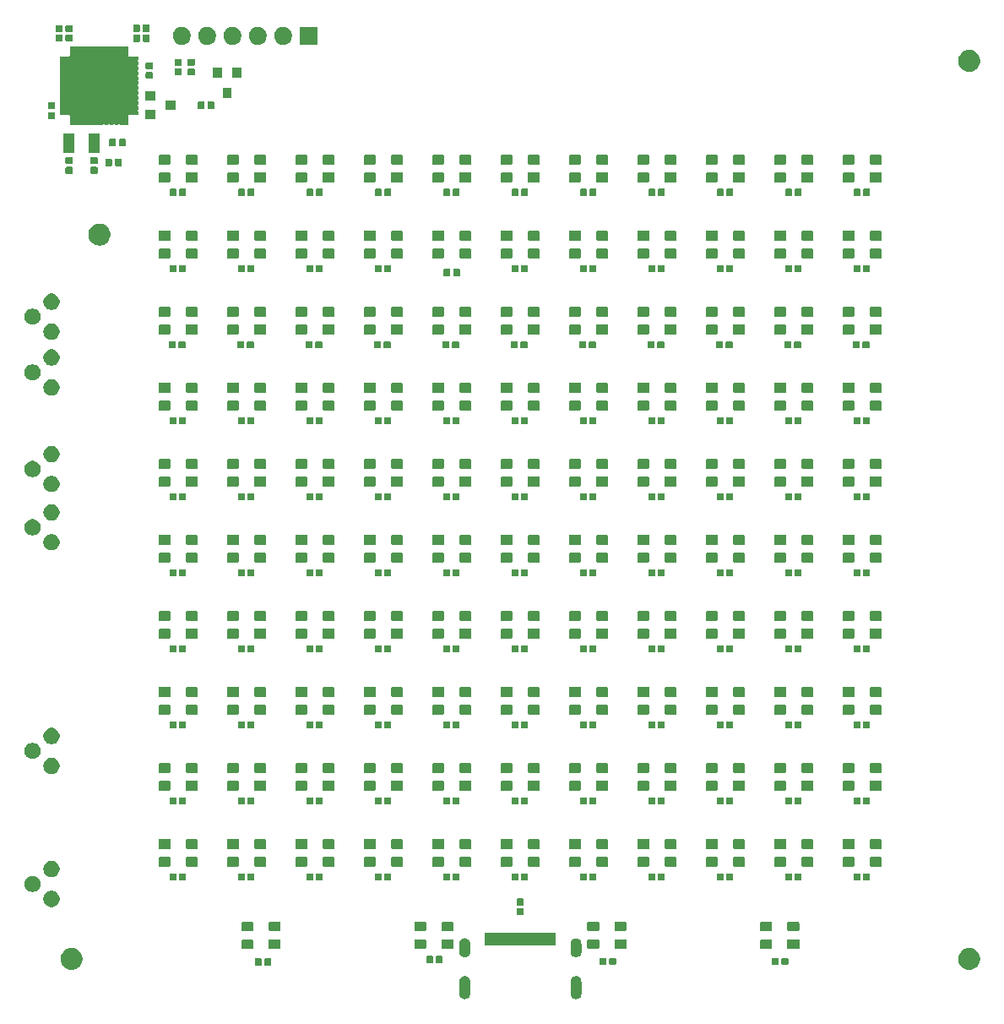
<source format=gbr>
G04 #@! TF.GenerationSoftware,KiCad,Pcbnew,(5.1.5)-2*
G04 #@! TF.CreationDate,2019-12-12T13:13:42-05:00*
G04 #@! TF.ProjectId,main,6d61696e-2e6b-4696-9361-645f70636258,rev?*
G04 #@! TF.SameCoordinates,Original*
G04 #@! TF.FileFunction,Soldermask,Top*
G04 #@! TF.FilePolarity,Negative*
%FSLAX46Y46*%
G04 Gerber Fmt 4.6, Leading zero omitted, Abs format (unit mm)*
G04 Created by KiCad (PCBNEW (5.1.5)-2) date 2019-12-12 13:13:42*
%MOMM*%
%LPD*%
G04 APERTURE LIST*
%ADD10C,0.100000*%
G04 APERTURE END LIST*
D10*
G36*
X55683014Y-96742973D02*
G01*
X55786878Y-96774479D01*
X55830907Y-96798013D01*
X55882599Y-96825643D01*
X55882601Y-96825644D01*
X55882600Y-96825644D01*
X55966501Y-96894499D01*
X56035356Y-96978400D01*
X56086521Y-97074121D01*
X56118027Y-97177985D01*
X56126000Y-97258933D01*
X56126000Y-98513067D01*
X56118027Y-98594015D01*
X56086521Y-98697879D01*
X56086519Y-98697882D01*
X56035357Y-98793600D01*
X55966501Y-98877501D01*
X55882600Y-98946357D01*
X55814055Y-98982995D01*
X55786879Y-98997521D01*
X55683015Y-99029027D01*
X55575000Y-99039666D01*
X55466986Y-99029027D01*
X55363122Y-98997521D01*
X55335946Y-98982995D01*
X55267401Y-98946357D01*
X55183500Y-98877501D01*
X55114644Y-98793600D01*
X55063482Y-98697882D01*
X55063480Y-98697879D01*
X55031974Y-98594015D01*
X55024001Y-98513067D01*
X55024000Y-97258934D01*
X55031973Y-97177986D01*
X55063479Y-97074122D01*
X55114644Y-96978400D01*
X55183499Y-96894499D01*
X55267400Y-96825644D01*
X55267399Y-96825644D01*
X55267401Y-96825643D01*
X55319093Y-96798013D01*
X55363121Y-96774479D01*
X55466985Y-96742973D01*
X55575000Y-96732334D01*
X55683014Y-96742973D01*
G37*
G36*
X44533014Y-96742973D02*
G01*
X44636878Y-96774479D01*
X44680907Y-96798013D01*
X44732599Y-96825643D01*
X44732601Y-96825644D01*
X44732600Y-96825644D01*
X44816501Y-96894499D01*
X44885356Y-96978400D01*
X44936521Y-97074121D01*
X44968027Y-97177985D01*
X44976000Y-97258933D01*
X44976000Y-98513067D01*
X44968027Y-98594015D01*
X44936521Y-98697879D01*
X44936519Y-98697882D01*
X44885357Y-98793600D01*
X44816501Y-98877501D01*
X44732600Y-98946357D01*
X44664055Y-98982995D01*
X44636879Y-98997521D01*
X44533015Y-99029027D01*
X44425000Y-99039666D01*
X44316986Y-99029027D01*
X44213122Y-98997521D01*
X44185946Y-98982995D01*
X44117401Y-98946357D01*
X44033500Y-98877501D01*
X43964644Y-98793600D01*
X43913482Y-98697882D01*
X43913480Y-98697879D01*
X43881974Y-98594015D01*
X43874001Y-98513067D01*
X43874000Y-97258934D01*
X43881973Y-97177986D01*
X43913479Y-97074122D01*
X43964644Y-96978400D01*
X44033499Y-96894499D01*
X44117400Y-96825644D01*
X44117399Y-96825644D01*
X44117401Y-96825643D01*
X44169093Y-96798013D01*
X44213121Y-96774479D01*
X44316985Y-96742973D01*
X44425000Y-96732334D01*
X44533014Y-96742973D01*
G37*
G36*
X95212570Y-93919713D02*
G01*
X95321150Y-93941311D01*
X95372618Y-93962630D01*
X95521520Y-94024307D01*
X95701844Y-94144795D01*
X95855205Y-94298156D01*
X95975693Y-94478480D01*
X96058689Y-94678850D01*
X96071162Y-94741556D01*
X96099775Y-94885400D01*
X96101000Y-94891561D01*
X96101000Y-95108439D01*
X96058689Y-95321150D01*
X96035342Y-95377514D01*
X95975693Y-95521520D01*
X95855205Y-95701844D01*
X95701844Y-95855205D01*
X95521520Y-95975693D01*
X95321150Y-96058689D01*
X95214794Y-96079845D01*
X95108440Y-96101000D01*
X94891560Y-96101000D01*
X94785206Y-96079845D01*
X94678850Y-96058689D01*
X94578666Y-96017191D01*
X94478480Y-95975693D01*
X94298156Y-95855205D01*
X94144795Y-95701844D01*
X94024307Y-95521520D01*
X93964658Y-95377514D01*
X93941311Y-95321150D01*
X93899000Y-95108439D01*
X93899000Y-94891561D01*
X93900226Y-94885400D01*
X93928838Y-94741556D01*
X93941311Y-94678850D01*
X93982809Y-94578666D01*
X94024307Y-94478480D01*
X94144795Y-94298156D01*
X94298156Y-94144795D01*
X94478480Y-94024307D01*
X94627382Y-93962630D01*
X94678850Y-93941311D01*
X94787430Y-93919713D01*
X94891560Y-93899000D01*
X95108440Y-93899000D01*
X95212570Y-93919713D01*
G37*
G36*
X5212570Y-93919713D02*
G01*
X5321150Y-93941311D01*
X5372618Y-93962630D01*
X5521520Y-94024307D01*
X5701844Y-94144795D01*
X5855205Y-94298156D01*
X5975693Y-94478480D01*
X6058689Y-94678850D01*
X6071162Y-94741556D01*
X6099775Y-94885400D01*
X6101000Y-94891561D01*
X6101000Y-95108439D01*
X6058689Y-95321150D01*
X6035342Y-95377514D01*
X5975693Y-95521520D01*
X5855205Y-95701844D01*
X5701844Y-95855205D01*
X5521520Y-95975693D01*
X5421334Y-96017191D01*
X5321150Y-96058689D01*
X5214794Y-96079845D01*
X5108440Y-96101000D01*
X4891560Y-96101000D01*
X4785206Y-96079845D01*
X4678850Y-96058689D01*
X4578666Y-96017191D01*
X4478480Y-95975693D01*
X4298156Y-95855205D01*
X4144795Y-95701844D01*
X4024307Y-95521520D01*
X3964658Y-95377514D01*
X3941311Y-95321150D01*
X3899000Y-95108439D01*
X3899000Y-94891561D01*
X3900226Y-94885400D01*
X3928838Y-94741556D01*
X3941311Y-94678850D01*
X4024307Y-94478480D01*
X4144795Y-94298156D01*
X4298156Y-94144795D01*
X4478480Y-94024307D01*
X4627382Y-93962630D01*
X4678850Y-93941311D01*
X4787430Y-93919713D01*
X4891560Y-93899000D01*
X5108440Y-93899000D01*
X5212570Y-93919713D01*
G37*
G36*
X24938938Y-94943716D02*
G01*
X24959557Y-94949971D01*
X24978553Y-94960124D01*
X24995208Y-94973792D01*
X25008876Y-94990447D01*
X25019029Y-95009443D01*
X25025284Y-95030062D01*
X25028000Y-95057640D01*
X25028000Y-95566360D01*
X25025284Y-95593938D01*
X25019029Y-95614557D01*
X25008876Y-95633553D01*
X24995208Y-95650208D01*
X24978553Y-95663876D01*
X24959557Y-95674029D01*
X24938938Y-95680284D01*
X24911360Y-95683000D01*
X24452640Y-95683000D01*
X24425062Y-95680284D01*
X24404443Y-95674029D01*
X24385447Y-95663876D01*
X24368792Y-95650208D01*
X24355124Y-95633553D01*
X24344971Y-95614557D01*
X24338716Y-95593938D01*
X24336000Y-95566360D01*
X24336000Y-95057640D01*
X24338716Y-95030062D01*
X24344971Y-95009443D01*
X24355124Y-94990447D01*
X24368792Y-94973792D01*
X24385447Y-94960124D01*
X24404443Y-94949971D01*
X24425062Y-94943716D01*
X24452640Y-94941000D01*
X24911360Y-94941000D01*
X24938938Y-94943716D01*
G37*
G36*
X23968938Y-94943716D02*
G01*
X23989557Y-94949971D01*
X24008553Y-94960124D01*
X24025208Y-94973792D01*
X24038876Y-94990447D01*
X24049029Y-95009443D01*
X24055284Y-95030062D01*
X24058000Y-95057640D01*
X24058000Y-95566360D01*
X24055284Y-95593938D01*
X24049029Y-95614557D01*
X24038876Y-95633553D01*
X24025208Y-95650208D01*
X24008553Y-95663876D01*
X23989557Y-95674029D01*
X23968938Y-95680284D01*
X23941360Y-95683000D01*
X23482640Y-95683000D01*
X23455062Y-95680284D01*
X23434443Y-95674029D01*
X23415447Y-95663876D01*
X23398792Y-95650208D01*
X23385124Y-95633553D01*
X23374971Y-95614557D01*
X23368716Y-95593938D01*
X23366000Y-95566360D01*
X23366000Y-95057640D01*
X23368716Y-95030062D01*
X23374971Y-95009443D01*
X23385124Y-94990447D01*
X23398792Y-94973792D01*
X23415447Y-94960124D01*
X23434443Y-94949971D01*
X23455062Y-94943716D01*
X23482640Y-94941000D01*
X23941360Y-94941000D01*
X23968938Y-94943716D01*
G37*
G36*
X59508338Y-94892916D02*
G01*
X59528957Y-94899171D01*
X59547953Y-94909324D01*
X59564608Y-94922992D01*
X59578276Y-94939647D01*
X59588429Y-94958643D01*
X59594684Y-94979262D01*
X59597400Y-95006840D01*
X59597400Y-95515560D01*
X59594684Y-95543138D01*
X59588429Y-95563757D01*
X59578276Y-95582753D01*
X59564608Y-95599408D01*
X59547953Y-95613076D01*
X59528957Y-95623229D01*
X59508338Y-95629484D01*
X59480760Y-95632200D01*
X59022040Y-95632200D01*
X58994462Y-95629484D01*
X58973843Y-95623229D01*
X58954847Y-95613076D01*
X58938192Y-95599408D01*
X58924524Y-95582753D01*
X58914371Y-95563757D01*
X58908116Y-95543138D01*
X58905400Y-95515560D01*
X58905400Y-95006840D01*
X58908116Y-94979262D01*
X58914371Y-94958643D01*
X58924524Y-94939647D01*
X58938192Y-94922992D01*
X58954847Y-94909324D01*
X58973843Y-94899171D01*
X58994462Y-94892916D01*
X59022040Y-94890200D01*
X59480760Y-94890200D01*
X59508338Y-94892916D01*
G37*
G36*
X58538338Y-94892916D02*
G01*
X58558957Y-94899171D01*
X58577953Y-94909324D01*
X58594608Y-94922992D01*
X58608276Y-94939647D01*
X58618429Y-94958643D01*
X58624684Y-94979262D01*
X58627400Y-95006840D01*
X58627400Y-95515560D01*
X58624684Y-95543138D01*
X58618429Y-95563757D01*
X58608276Y-95582753D01*
X58594608Y-95599408D01*
X58577953Y-95613076D01*
X58558957Y-95623229D01*
X58538338Y-95629484D01*
X58510760Y-95632200D01*
X58052040Y-95632200D01*
X58024462Y-95629484D01*
X58003843Y-95623229D01*
X57984847Y-95613076D01*
X57968192Y-95599408D01*
X57954524Y-95582753D01*
X57944371Y-95563757D01*
X57938116Y-95543138D01*
X57935400Y-95515560D01*
X57935400Y-95006840D01*
X57938116Y-94979262D01*
X57944371Y-94958643D01*
X57954524Y-94939647D01*
X57968192Y-94922992D01*
X57984847Y-94909324D01*
X58003843Y-94899171D01*
X58024462Y-94892916D01*
X58052040Y-94890200D01*
X58510760Y-94890200D01*
X58538338Y-94892916D01*
G37*
G36*
X75810338Y-94892916D02*
G01*
X75830957Y-94899171D01*
X75849953Y-94909324D01*
X75866608Y-94922992D01*
X75880276Y-94939647D01*
X75890429Y-94958643D01*
X75896684Y-94979262D01*
X75899400Y-95006840D01*
X75899400Y-95515560D01*
X75896684Y-95543138D01*
X75890429Y-95563757D01*
X75880276Y-95582753D01*
X75866608Y-95599408D01*
X75849953Y-95613076D01*
X75830957Y-95623229D01*
X75810338Y-95629484D01*
X75782760Y-95632200D01*
X75324040Y-95632200D01*
X75296462Y-95629484D01*
X75275843Y-95623229D01*
X75256847Y-95613076D01*
X75240192Y-95599408D01*
X75226524Y-95582753D01*
X75216371Y-95563757D01*
X75210116Y-95543138D01*
X75207400Y-95515560D01*
X75207400Y-95006840D01*
X75210116Y-94979262D01*
X75216371Y-94958643D01*
X75226524Y-94939647D01*
X75240192Y-94922992D01*
X75256847Y-94909324D01*
X75275843Y-94899171D01*
X75296462Y-94892916D01*
X75324040Y-94890200D01*
X75782760Y-94890200D01*
X75810338Y-94892916D01*
G37*
G36*
X76780338Y-94892916D02*
G01*
X76800957Y-94899171D01*
X76819953Y-94909324D01*
X76836608Y-94922992D01*
X76850276Y-94939647D01*
X76860429Y-94958643D01*
X76866684Y-94979262D01*
X76869400Y-95006840D01*
X76869400Y-95515560D01*
X76866684Y-95543138D01*
X76860429Y-95563757D01*
X76850276Y-95582753D01*
X76836608Y-95599408D01*
X76819953Y-95613076D01*
X76800957Y-95623229D01*
X76780338Y-95629484D01*
X76752760Y-95632200D01*
X76294040Y-95632200D01*
X76266462Y-95629484D01*
X76245843Y-95623229D01*
X76226847Y-95613076D01*
X76210192Y-95599408D01*
X76196524Y-95582753D01*
X76186371Y-95563757D01*
X76180116Y-95543138D01*
X76177400Y-95515560D01*
X76177400Y-95006840D01*
X76180116Y-94979262D01*
X76186371Y-94958643D01*
X76196524Y-94939647D01*
X76210192Y-94922992D01*
X76226847Y-94909324D01*
X76245843Y-94899171D01*
X76266462Y-94892916D01*
X76294040Y-94890200D01*
X76752760Y-94890200D01*
X76780338Y-94892916D01*
G37*
G36*
X42134738Y-94715116D02*
G01*
X42155357Y-94721371D01*
X42174353Y-94731524D01*
X42191008Y-94745192D01*
X42204676Y-94761847D01*
X42214829Y-94780843D01*
X42221084Y-94801462D01*
X42223800Y-94829040D01*
X42223800Y-95337760D01*
X42221084Y-95365338D01*
X42214829Y-95385957D01*
X42204676Y-95404953D01*
X42191008Y-95421608D01*
X42174353Y-95435276D01*
X42155357Y-95445429D01*
X42134738Y-95451684D01*
X42107160Y-95454400D01*
X41648440Y-95454400D01*
X41620862Y-95451684D01*
X41600243Y-95445429D01*
X41581247Y-95435276D01*
X41564592Y-95421608D01*
X41550924Y-95404953D01*
X41540771Y-95385957D01*
X41534516Y-95365338D01*
X41531800Y-95337760D01*
X41531800Y-94829040D01*
X41534516Y-94801462D01*
X41540771Y-94780843D01*
X41550924Y-94761847D01*
X41564592Y-94745192D01*
X41581247Y-94731524D01*
X41600243Y-94721371D01*
X41620862Y-94715116D01*
X41648440Y-94712400D01*
X42107160Y-94712400D01*
X42134738Y-94715116D01*
G37*
G36*
X41164738Y-94715116D02*
G01*
X41185357Y-94721371D01*
X41204353Y-94731524D01*
X41221008Y-94745192D01*
X41234676Y-94761847D01*
X41244829Y-94780843D01*
X41251084Y-94801462D01*
X41253800Y-94829040D01*
X41253800Y-95337760D01*
X41251084Y-95365338D01*
X41244829Y-95385957D01*
X41234676Y-95404953D01*
X41221008Y-95421608D01*
X41204353Y-95435276D01*
X41185357Y-95445429D01*
X41164738Y-95451684D01*
X41137160Y-95454400D01*
X40678440Y-95454400D01*
X40650862Y-95451684D01*
X40630243Y-95445429D01*
X40611247Y-95435276D01*
X40594592Y-95421608D01*
X40580924Y-95404953D01*
X40570771Y-95385957D01*
X40564516Y-95365338D01*
X40561800Y-95337760D01*
X40561800Y-94829040D01*
X40564516Y-94801462D01*
X40570771Y-94780843D01*
X40580924Y-94761847D01*
X40594592Y-94745192D01*
X40611247Y-94731524D01*
X40630243Y-94721371D01*
X40650862Y-94715116D01*
X40678440Y-94712400D01*
X41137160Y-94712400D01*
X41164738Y-94715116D01*
G37*
G36*
X55683014Y-92942973D02*
G01*
X55786878Y-92974479D01*
X55830907Y-92998013D01*
X55882599Y-93025643D01*
X55882601Y-93025644D01*
X55882600Y-93025644D01*
X55966501Y-93094499D01*
X56024887Y-93165643D01*
X56035357Y-93178401D01*
X56061943Y-93228140D01*
X56086521Y-93274121D01*
X56118027Y-93377985D01*
X56126000Y-93458933D01*
X56126000Y-94313067D01*
X56118027Y-94394015D01*
X56086521Y-94497879D01*
X56086519Y-94497882D01*
X56035357Y-94593600D01*
X55966501Y-94677501D01*
X55882600Y-94746357D01*
X55818081Y-94780843D01*
X55786879Y-94797521D01*
X55683015Y-94829027D01*
X55575000Y-94839666D01*
X55466986Y-94829027D01*
X55363122Y-94797521D01*
X55331920Y-94780843D01*
X55267401Y-94746357D01*
X55183500Y-94677501D01*
X55114644Y-94593600D01*
X55063482Y-94497882D01*
X55063480Y-94497879D01*
X55031973Y-94394015D01*
X55024000Y-94313067D01*
X55024000Y-93458934D01*
X55031973Y-93377986D01*
X55063479Y-93274122D01*
X55088057Y-93228140D01*
X55114643Y-93178401D01*
X55126991Y-93163355D01*
X55183499Y-93094499D01*
X55267400Y-93025644D01*
X55267399Y-93025644D01*
X55267401Y-93025643D01*
X55319093Y-92998013D01*
X55363121Y-92974479D01*
X55466985Y-92942973D01*
X55575000Y-92932334D01*
X55683014Y-92942973D01*
G37*
G36*
X44533014Y-92942973D02*
G01*
X44636878Y-92974479D01*
X44680907Y-92998013D01*
X44732599Y-93025643D01*
X44732601Y-93025644D01*
X44732600Y-93025644D01*
X44816501Y-93094499D01*
X44874887Y-93165643D01*
X44885357Y-93178401D01*
X44911943Y-93228140D01*
X44936521Y-93274121D01*
X44968027Y-93377985D01*
X44976000Y-93458933D01*
X44976000Y-94313067D01*
X44968027Y-94394015D01*
X44936521Y-94497879D01*
X44936519Y-94497882D01*
X44885357Y-94593600D01*
X44816501Y-94677501D01*
X44732600Y-94746357D01*
X44668081Y-94780843D01*
X44636879Y-94797521D01*
X44533015Y-94829027D01*
X44425000Y-94839666D01*
X44316986Y-94829027D01*
X44213122Y-94797521D01*
X44181920Y-94780843D01*
X44117401Y-94746357D01*
X44033500Y-94677501D01*
X43964644Y-94593600D01*
X43913482Y-94497882D01*
X43913480Y-94497879D01*
X43881973Y-94394015D01*
X43874000Y-94313067D01*
X43874000Y-93458934D01*
X43881973Y-93377986D01*
X43913479Y-93274122D01*
X43938057Y-93228140D01*
X43964643Y-93178401D01*
X43976991Y-93163355D01*
X44033499Y-93094499D01*
X44117400Y-93025644D01*
X44117399Y-93025644D01*
X44117401Y-93025643D01*
X44169093Y-92998013D01*
X44213121Y-92974479D01*
X44316985Y-92942973D01*
X44425000Y-92932334D01*
X44533014Y-92942973D01*
G37*
G36*
X57751226Y-93038205D02*
G01*
X57786379Y-93048869D01*
X57818776Y-93066186D01*
X57847175Y-93089491D01*
X57870480Y-93117890D01*
X57887797Y-93150287D01*
X57898461Y-93185440D01*
X57902666Y-93228140D01*
X57902666Y-93841860D01*
X57898461Y-93884560D01*
X57887797Y-93919713D01*
X57870480Y-93952110D01*
X57847175Y-93980509D01*
X57818776Y-94003814D01*
X57786379Y-94021131D01*
X57751226Y-94031795D01*
X57708526Y-94036000D01*
X56894806Y-94036000D01*
X56852106Y-94031795D01*
X56816953Y-94021131D01*
X56784556Y-94003814D01*
X56756157Y-93980509D01*
X56732852Y-93952110D01*
X56715535Y-93919713D01*
X56704871Y-93884560D01*
X56700666Y-93841860D01*
X56700666Y-93228140D01*
X56704871Y-93185440D01*
X56715535Y-93150287D01*
X56732852Y-93117890D01*
X56756157Y-93089491D01*
X56784556Y-93066186D01*
X56816953Y-93048869D01*
X56852106Y-93038205D01*
X56894806Y-93034000D01*
X57708526Y-93034000D01*
X57751226Y-93038205D01*
G37*
G36*
X77966000Y-94036000D02*
G01*
X76764000Y-94036000D01*
X76764000Y-93034000D01*
X77966000Y-93034000D01*
X77966000Y-94036000D01*
G37*
G36*
X75084560Y-93038205D02*
G01*
X75119713Y-93048869D01*
X75152110Y-93066186D01*
X75180509Y-93089491D01*
X75203814Y-93117890D01*
X75221131Y-93150287D01*
X75231795Y-93185440D01*
X75236000Y-93228140D01*
X75236000Y-93841860D01*
X75231795Y-93884560D01*
X75221131Y-93919713D01*
X75203814Y-93952110D01*
X75180509Y-93980509D01*
X75152110Y-94003814D01*
X75119713Y-94021131D01*
X75084560Y-94031795D01*
X75041860Y-94036000D01*
X74228140Y-94036000D01*
X74185440Y-94031795D01*
X74150287Y-94021131D01*
X74117890Y-94003814D01*
X74089491Y-93980509D01*
X74066186Y-93952110D01*
X74048869Y-93919713D01*
X74038205Y-93884560D01*
X74034000Y-93841860D01*
X74034000Y-93228140D01*
X74038205Y-93185440D01*
X74048869Y-93150287D01*
X74066186Y-93117890D01*
X74089491Y-93089491D01*
X74117890Y-93066186D01*
X74150287Y-93048869D01*
X74185440Y-93038205D01*
X74228140Y-93034000D01*
X75041860Y-93034000D01*
X75084560Y-93038205D01*
G37*
G36*
X25966000Y-94036000D02*
G01*
X24764000Y-94036000D01*
X24764000Y-93034000D01*
X25966000Y-93034000D01*
X25966000Y-94036000D01*
G37*
G36*
X23084560Y-93038205D02*
G01*
X23119713Y-93048869D01*
X23152110Y-93066186D01*
X23180509Y-93089491D01*
X23203814Y-93117890D01*
X23221131Y-93150287D01*
X23231795Y-93185440D01*
X23236000Y-93228140D01*
X23236000Y-93841860D01*
X23231795Y-93884560D01*
X23221131Y-93919713D01*
X23203814Y-93952110D01*
X23180509Y-93980509D01*
X23152110Y-94003814D01*
X23119713Y-94021131D01*
X23084560Y-94031795D01*
X23041860Y-94036000D01*
X22228140Y-94036000D01*
X22185440Y-94031795D01*
X22150287Y-94021131D01*
X22117890Y-94003814D01*
X22089491Y-93980509D01*
X22066186Y-93952110D01*
X22048869Y-93919713D01*
X22038205Y-93884560D01*
X22034000Y-93841860D01*
X22034000Y-93228140D01*
X22038205Y-93185440D01*
X22048869Y-93150287D01*
X22066186Y-93117890D01*
X22089491Y-93089491D01*
X22117890Y-93066186D01*
X22150287Y-93048869D01*
X22185440Y-93038205D01*
X22228140Y-93034000D01*
X23041860Y-93034000D01*
X23084560Y-93038205D01*
G37*
G36*
X60632666Y-94036000D02*
G01*
X59430666Y-94036000D01*
X59430666Y-93034000D01*
X60632666Y-93034000D01*
X60632666Y-94036000D01*
G37*
G36*
X43299333Y-94036000D02*
G01*
X42097333Y-94036000D01*
X42097333Y-93034000D01*
X43299333Y-93034000D01*
X43299333Y-94036000D01*
G37*
G36*
X40417893Y-93038205D02*
G01*
X40453046Y-93048869D01*
X40485443Y-93066186D01*
X40513842Y-93089491D01*
X40537147Y-93117890D01*
X40554464Y-93150287D01*
X40565128Y-93185440D01*
X40569333Y-93228140D01*
X40569333Y-93841860D01*
X40565128Y-93884560D01*
X40554464Y-93919713D01*
X40537147Y-93952110D01*
X40513842Y-93980509D01*
X40485443Y-94003814D01*
X40453046Y-94021131D01*
X40417893Y-94031795D01*
X40375193Y-94036000D01*
X39561473Y-94036000D01*
X39518773Y-94031795D01*
X39483620Y-94021131D01*
X39451223Y-94003814D01*
X39422824Y-93980509D01*
X39399519Y-93952110D01*
X39382202Y-93919713D01*
X39371538Y-93884560D01*
X39367333Y-93841860D01*
X39367333Y-93228140D01*
X39371538Y-93185440D01*
X39382202Y-93150287D01*
X39399519Y-93117890D01*
X39422824Y-93089491D01*
X39451223Y-93066186D01*
X39483620Y-93048869D01*
X39518773Y-93038205D01*
X39561473Y-93034000D01*
X40375193Y-93034000D01*
X40417893Y-93038205D01*
G37*
G36*
X53551000Y-93652000D02*
G01*
X46449000Y-93652000D01*
X46449000Y-92400000D01*
X53551000Y-92400000D01*
X53551000Y-93652000D01*
G37*
G36*
X75084560Y-91258205D02*
G01*
X75119713Y-91268869D01*
X75152110Y-91286186D01*
X75180509Y-91309491D01*
X75203814Y-91337890D01*
X75221131Y-91370287D01*
X75231795Y-91405440D01*
X75236000Y-91448140D01*
X75236000Y-92061860D01*
X75231795Y-92104560D01*
X75221131Y-92139713D01*
X75203814Y-92172110D01*
X75180509Y-92200509D01*
X75152110Y-92223814D01*
X75119713Y-92241131D01*
X75084560Y-92251795D01*
X75041860Y-92256000D01*
X74228140Y-92256000D01*
X74185440Y-92251795D01*
X74150287Y-92241131D01*
X74117890Y-92223814D01*
X74089491Y-92200509D01*
X74066186Y-92172110D01*
X74048869Y-92139713D01*
X74038205Y-92104560D01*
X74034000Y-92061860D01*
X74034000Y-91448140D01*
X74038205Y-91405440D01*
X74048869Y-91370287D01*
X74066186Y-91337890D01*
X74089491Y-91309491D01*
X74117890Y-91286186D01*
X74150287Y-91268869D01*
X74185440Y-91258205D01*
X74228140Y-91254000D01*
X75041860Y-91254000D01*
X75084560Y-91258205D01*
G37*
G36*
X60481226Y-91258205D02*
G01*
X60516379Y-91268869D01*
X60548776Y-91286186D01*
X60577175Y-91309491D01*
X60600480Y-91337890D01*
X60617797Y-91370287D01*
X60628461Y-91405440D01*
X60632666Y-91448140D01*
X60632666Y-92061860D01*
X60628461Y-92104560D01*
X60617797Y-92139713D01*
X60600480Y-92172110D01*
X60577175Y-92200509D01*
X60548776Y-92223814D01*
X60516379Y-92241131D01*
X60481226Y-92251795D01*
X60438526Y-92256000D01*
X59624806Y-92256000D01*
X59582106Y-92251795D01*
X59546953Y-92241131D01*
X59514556Y-92223814D01*
X59486157Y-92200509D01*
X59462852Y-92172110D01*
X59445535Y-92139713D01*
X59434871Y-92104560D01*
X59430666Y-92061860D01*
X59430666Y-91448140D01*
X59434871Y-91405440D01*
X59445535Y-91370287D01*
X59462852Y-91337890D01*
X59486157Y-91309491D01*
X59514556Y-91286186D01*
X59546953Y-91268869D01*
X59582106Y-91258205D01*
X59624806Y-91254000D01*
X60438526Y-91254000D01*
X60481226Y-91258205D01*
G37*
G36*
X57751226Y-91258205D02*
G01*
X57786379Y-91268869D01*
X57818776Y-91286186D01*
X57847175Y-91309491D01*
X57870480Y-91337890D01*
X57887797Y-91370287D01*
X57898461Y-91405440D01*
X57902666Y-91448140D01*
X57902666Y-92061860D01*
X57898461Y-92104560D01*
X57887797Y-92139713D01*
X57870480Y-92172110D01*
X57847175Y-92200509D01*
X57818776Y-92223814D01*
X57786379Y-92241131D01*
X57751226Y-92251795D01*
X57708526Y-92256000D01*
X56894806Y-92256000D01*
X56852106Y-92251795D01*
X56816953Y-92241131D01*
X56784556Y-92223814D01*
X56756157Y-92200509D01*
X56732852Y-92172110D01*
X56715535Y-92139713D01*
X56704871Y-92104560D01*
X56700666Y-92061860D01*
X56700666Y-91448140D01*
X56704871Y-91405440D01*
X56715535Y-91370287D01*
X56732852Y-91337890D01*
X56756157Y-91309491D01*
X56784556Y-91286186D01*
X56816953Y-91268869D01*
X56852106Y-91258205D01*
X56894806Y-91254000D01*
X57708526Y-91254000D01*
X57751226Y-91258205D01*
G37*
G36*
X77814560Y-91258205D02*
G01*
X77849713Y-91268869D01*
X77882110Y-91286186D01*
X77910509Y-91309491D01*
X77933814Y-91337890D01*
X77951131Y-91370287D01*
X77961795Y-91405440D01*
X77966000Y-91448140D01*
X77966000Y-92061860D01*
X77961795Y-92104560D01*
X77951131Y-92139713D01*
X77933814Y-92172110D01*
X77910509Y-92200509D01*
X77882110Y-92223814D01*
X77849713Y-92241131D01*
X77814560Y-92251795D01*
X77771860Y-92256000D01*
X76958140Y-92256000D01*
X76915440Y-92251795D01*
X76880287Y-92241131D01*
X76847890Y-92223814D01*
X76819491Y-92200509D01*
X76796186Y-92172110D01*
X76778869Y-92139713D01*
X76768205Y-92104560D01*
X76764000Y-92061860D01*
X76764000Y-91448140D01*
X76768205Y-91405440D01*
X76778869Y-91370287D01*
X76796186Y-91337890D01*
X76819491Y-91309491D01*
X76847890Y-91286186D01*
X76880287Y-91268869D01*
X76915440Y-91258205D01*
X76958140Y-91254000D01*
X77771860Y-91254000D01*
X77814560Y-91258205D01*
G37*
G36*
X40417893Y-91258205D02*
G01*
X40453046Y-91268869D01*
X40485443Y-91286186D01*
X40513842Y-91309491D01*
X40537147Y-91337890D01*
X40554464Y-91370287D01*
X40565128Y-91405440D01*
X40569333Y-91448140D01*
X40569333Y-92061860D01*
X40565128Y-92104560D01*
X40554464Y-92139713D01*
X40537147Y-92172110D01*
X40513842Y-92200509D01*
X40485443Y-92223814D01*
X40453046Y-92241131D01*
X40417893Y-92251795D01*
X40375193Y-92256000D01*
X39561473Y-92256000D01*
X39518773Y-92251795D01*
X39483620Y-92241131D01*
X39451223Y-92223814D01*
X39422824Y-92200509D01*
X39399519Y-92172110D01*
X39382202Y-92139713D01*
X39371538Y-92104560D01*
X39367333Y-92061860D01*
X39367333Y-91448140D01*
X39371538Y-91405440D01*
X39382202Y-91370287D01*
X39399519Y-91337890D01*
X39422824Y-91309491D01*
X39451223Y-91286186D01*
X39483620Y-91268869D01*
X39518773Y-91258205D01*
X39561473Y-91254000D01*
X40375193Y-91254000D01*
X40417893Y-91258205D01*
G37*
G36*
X25814560Y-91258205D02*
G01*
X25849713Y-91268869D01*
X25882110Y-91286186D01*
X25910509Y-91309491D01*
X25933814Y-91337890D01*
X25951131Y-91370287D01*
X25961795Y-91405440D01*
X25966000Y-91448140D01*
X25966000Y-92061860D01*
X25961795Y-92104560D01*
X25951131Y-92139713D01*
X25933814Y-92172110D01*
X25910509Y-92200509D01*
X25882110Y-92223814D01*
X25849713Y-92241131D01*
X25814560Y-92251795D01*
X25771860Y-92256000D01*
X24958140Y-92256000D01*
X24915440Y-92251795D01*
X24880287Y-92241131D01*
X24847890Y-92223814D01*
X24819491Y-92200509D01*
X24796186Y-92172110D01*
X24778869Y-92139713D01*
X24768205Y-92104560D01*
X24764000Y-92061860D01*
X24764000Y-91448140D01*
X24768205Y-91405440D01*
X24778869Y-91370287D01*
X24796186Y-91337890D01*
X24819491Y-91309491D01*
X24847890Y-91286186D01*
X24880287Y-91268869D01*
X24915440Y-91258205D01*
X24958140Y-91254000D01*
X25771860Y-91254000D01*
X25814560Y-91258205D01*
G37*
G36*
X23084560Y-91258205D02*
G01*
X23119713Y-91268869D01*
X23152110Y-91286186D01*
X23180509Y-91309491D01*
X23203814Y-91337890D01*
X23221131Y-91370287D01*
X23231795Y-91405440D01*
X23236000Y-91448140D01*
X23236000Y-92061860D01*
X23231795Y-92104560D01*
X23221131Y-92139713D01*
X23203814Y-92172110D01*
X23180509Y-92200509D01*
X23152110Y-92223814D01*
X23119713Y-92241131D01*
X23084560Y-92251795D01*
X23041860Y-92256000D01*
X22228140Y-92256000D01*
X22185440Y-92251795D01*
X22150287Y-92241131D01*
X22117890Y-92223814D01*
X22089491Y-92200509D01*
X22066186Y-92172110D01*
X22048869Y-92139713D01*
X22038205Y-92104560D01*
X22034000Y-92061860D01*
X22034000Y-91448140D01*
X22038205Y-91405440D01*
X22048869Y-91370287D01*
X22066186Y-91337890D01*
X22089491Y-91309491D01*
X22117890Y-91286186D01*
X22150287Y-91268869D01*
X22185440Y-91258205D01*
X22228140Y-91254000D01*
X23041860Y-91254000D01*
X23084560Y-91258205D01*
G37*
G36*
X43147893Y-91258205D02*
G01*
X43183046Y-91268869D01*
X43215443Y-91286186D01*
X43243842Y-91309491D01*
X43267147Y-91337890D01*
X43284464Y-91370287D01*
X43295128Y-91405440D01*
X43299333Y-91448140D01*
X43299333Y-92061860D01*
X43295128Y-92104560D01*
X43284464Y-92139713D01*
X43267147Y-92172110D01*
X43243842Y-92200509D01*
X43215443Y-92223814D01*
X43183046Y-92241131D01*
X43147893Y-92251795D01*
X43105193Y-92256000D01*
X42291473Y-92256000D01*
X42248773Y-92251795D01*
X42213620Y-92241131D01*
X42181223Y-92223814D01*
X42152824Y-92200509D01*
X42129519Y-92172110D01*
X42112202Y-92139713D01*
X42101538Y-92104560D01*
X42097333Y-92061860D01*
X42097333Y-91448140D01*
X42101538Y-91405440D01*
X42112202Y-91370287D01*
X42129519Y-91337890D01*
X42152824Y-91309491D01*
X42181223Y-91286186D01*
X42213620Y-91268869D01*
X42248773Y-91258205D01*
X42291473Y-91254000D01*
X43105193Y-91254000D01*
X43147893Y-91258205D01*
G37*
G36*
X50259938Y-89929216D02*
G01*
X50280557Y-89935471D01*
X50299553Y-89945624D01*
X50316208Y-89959292D01*
X50329876Y-89975947D01*
X50340029Y-89994943D01*
X50346284Y-90015562D01*
X50349000Y-90043140D01*
X50349000Y-90501860D01*
X50346284Y-90529438D01*
X50340029Y-90550057D01*
X50329876Y-90569053D01*
X50316208Y-90585708D01*
X50299553Y-90599376D01*
X50280557Y-90609529D01*
X50259938Y-90615784D01*
X50232360Y-90618500D01*
X49723640Y-90618500D01*
X49696062Y-90615784D01*
X49675443Y-90609529D01*
X49656447Y-90599376D01*
X49639792Y-90585708D01*
X49626124Y-90569053D01*
X49615971Y-90550057D01*
X49609716Y-90529438D01*
X49607000Y-90501860D01*
X49607000Y-90043140D01*
X49609716Y-90015562D01*
X49615971Y-89994943D01*
X49626124Y-89975947D01*
X49639792Y-89959292D01*
X49656447Y-89945624D01*
X49675443Y-89935471D01*
X49696062Y-89929216D01*
X49723640Y-89926500D01*
X50232360Y-89926500D01*
X50259938Y-89929216D01*
G37*
G36*
X3225142Y-88218242D02*
G01*
X3373101Y-88279529D01*
X3506255Y-88368499D01*
X3619501Y-88481745D01*
X3708471Y-88614899D01*
X3769758Y-88762858D01*
X3801000Y-88919925D01*
X3801000Y-89080075D01*
X3769758Y-89237142D01*
X3708471Y-89385101D01*
X3619501Y-89518255D01*
X3506255Y-89631501D01*
X3373101Y-89720471D01*
X3225142Y-89781758D01*
X3068075Y-89813000D01*
X2907925Y-89813000D01*
X2750858Y-89781758D01*
X2602899Y-89720471D01*
X2469745Y-89631501D01*
X2356499Y-89518255D01*
X2267529Y-89385101D01*
X2206242Y-89237142D01*
X2175000Y-89080075D01*
X2175000Y-88919925D01*
X2206242Y-88762858D01*
X2267529Y-88614899D01*
X2356499Y-88481745D01*
X2469745Y-88368499D01*
X2602899Y-88279529D01*
X2750858Y-88218242D01*
X2907925Y-88187000D01*
X3068075Y-88187000D01*
X3225142Y-88218242D01*
G37*
G36*
X50259938Y-88959216D02*
G01*
X50280557Y-88965471D01*
X50299553Y-88975624D01*
X50316208Y-88989292D01*
X50329876Y-89005947D01*
X50340029Y-89024943D01*
X50346284Y-89045562D01*
X50349000Y-89073140D01*
X50349000Y-89531860D01*
X50346284Y-89559438D01*
X50340029Y-89580057D01*
X50329876Y-89599053D01*
X50316208Y-89615708D01*
X50299553Y-89629376D01*
X50280557Y-89639529D01*
X50259938Y-89645784D01*
X50232360Y-89648500D01*
X49723640Y-89648500D01*
X49696062Y-89645784D01*
X49675443Y-89639529D01*
X49656447Y-89629376D01*
X49639792Y-89615708D01*
X49626124Y-89599053D01*
X49615971Y-89580057D01*
X49609716Y-89559438D01*
X49607000Y-89531860D01*
X49607000Y-89073140D01*
X49609716Y-89045562D01*
X49615971Y-89024943D01*
X49626124Y-89005947D01*
X49639792Y-88989292D01*
X49656447Y-88975624D01*
X49675443Y-88965471D01*
X49696062Y-88959216D01*
X49723640Y-88956500D01*
X50232360Y-88956500D01*
X50259938Y-88959216D01*
G37*
G36*
X1325142Y-86718242D02*
G01*
X1473101Y-86779529D01*
X1606255Y-86868499D01*
X1719501Y-86981745D01*
X1808471Y-87114899D01*
X1869758Y-87262858D01*
X1901000Y-87419925D01*
X1901000Y-87580075D01*
X1869758Y-87737142D01*
X1808471Y-87885101D01*
X1719501Y-88018255D01*
X1606255Y-88131501D01*
X1473101Y-88220471D01*
X1325142Y-88281758D01*
X1168075Y-88313000D01*
X1007925Y-88313000D01*
X850858Y-88281758D01*
X702899Y-88220471D01*
X569745Y-88131501D01*
X456499Y-88018255D01*
X367529Y-87885101D01*
X306242Y-87737142D01*
X275000Y-87580075D01*
X275000Y-87419925D01*
X306242Y-87262858D01*
X367529Y-87114899D01*
X456499Y-86981745D01*
X569745Y-86868499D01*
X702899Y-86779529D01*
X850858Y-86718242D01*
X1007925Y-86687000D01*
X1168075Y-86687000D01*
X1325142Y-86718242D01*
G37*
G36*
X36008538Y-86434716D02*
G01*
X36029157Y-86440971D01*
X36048153Y-86451124D01*
X36064808Y-86464792D01*
X36078476Y-86481447D01*
X36088629Y-86500443D01*
X36094884Y-86521062D01*
X36097600Y-86548640D01*
X36097600Y-87057360D01*
X36094884Y-87084938D01*
X36088629Y-87105557D01*
X36078476Y-87124553D01*
X36064808Y-87141208D01*
X36048153Y-87154876D01*
X36029157Y-87165029D01*
X36008538Y-87171284D01*
X35980960Y-87174000D01*
X35522240Y-87174000D01*
X35494662Y-87171284D01*
X35474043Y-87165029D01*
X35455047Y-87154876D01*
X35438392Y-87141208D01*
X35424724Y-87124553D01*
X35414571Y-87105557D01*
X35408316Y-87084938D01*
X35405600Y-87057360D01*
X35405600Y-86548640D01*
X35408316Y-86521062D01*
X35414571Y-86500443D01*
X35424724Y-86481447D01*
X35438392Y-86464792D01*
X35455047Y-86451124D01*
X35474043Y-86440971D01*
X35494662Y-86434716D01*
X35522240Y-86432000D01*
X35980960Y-86432000D01*
X36008538Y-86434716D01*
G37*
G36*
X30120538Y-86434716D02*
G01*
X30141157Y-86440971D01*
X30160153Y-86451124D01*
X30176808Y-86464792D01*
X30190476Y-86481447D01*
X30200629Y-86500443D01*
X30206884Y-86521062D01*
X30209600Y-86548640D01*
X30209600Y-87057360D01*
X30206884Y-87084938D01*
X30200629Y-87105557D01*
X30190476Y-87124553D01*
X30176808Y-87141208D01*
X30160153Y-87154876D01*
X30141157Y-87165029D01*
X30120538Y-87171284D01*
X30092960Y-87174000D01*
X29634240Y-87174000D01*
X29606662Y-87171284D01*
X29586043Y-87165029D01*
X29567047Y-87154876D01*
X29550392Y-87141208D01*
X29536724Y-87124553D01*
X29526571Y-87105557D01*
X29520316Y-87084938D01*
X29517600Y-87057360D01*
X29517600Y-86548640D01*
X29520316Y-86521062D01*
X29526571Y-86500443D01*
X29536724Y-86481447D01*
X29550392Y-86464792D01*
X29567047Y-86451124D01*
X29586043Y-86440971D01*
X29606662Y-86434716D01*
X29634240Y-86432000D01*
X30092960Y-86432000D01*
X30120538Y-86434716D01*
G37*
G36*
X29150538Y-86434716D02*
G01*
X29171157Y-86440971D01*
X29190153Y-86451124D01*
X29206808Y-86464792D01*
X29220476Y-86481447D01*
X29230629Y-86500443D01*
X29236884Y-86521062D01*
X29239600Y-86548640D01*
X29239600Y-87057360D01*
X29236884Y-87084938D01*
X29230629Y-87105557D01*
X29220476Y-87124553D01*
X29206808Y-87141208D01*
X29190153Y-87154876D01*
X29171157Y-87165029D01*
X29150538Y-87171284D01*
X29122960Y-87174000D01*
X28664240Y-87174000D01*
X28636662Y-87171284D01*
X28616043Y-87165029D01*
X28597047Y-87154876D01*
X28580392Y-87141208D01*
X28566724Y-87124553D01*
X28556571Y-87105557D01*
X28550316Y-87084938D01*
X28547600Y-87057360D01*
X28547600Y-86548640D01*
X28550316Y-86521062D01*
X28556571Y-86500443D01*
X28566724Y-86481447D01*
X28580392Y-86464792D01*
X28597047Y-86451124D01*
X28616043Y-86440971D01*
X28636662Y-86434716D01*
X28664240Y-86432000D01*
X29122960Y-86432000D01*
X29150538Y-86434716D01*
G37*
G36*
X56582538Y-86434716D02*
G01*
X56603157Y-86440971D01*
X56622153Y-86451124D01*
X56638808Y-86464792D01*
X56652476Y-86481447D01*
X56662629Y-86500443D01*
X56668884Y-86521062D01*
X56671600Y-86548640D01*
X56671600Y-87057360D01*
X56668884Y-87084938D01*
X56662629Y-87105557D01*
X56652476Y-87124553D01*
X56638808Y-87141208D01*
X56622153Y-87154876D01*
X56603157Y-87165029D01*
X56582538Y-87171284D01*
X56554960Y-87174000D01*
X56096240Y-87174000D01*
X56068662Y-87171284D01*
X56048043Y-87165029D01*
X56029047Y-87154876D01*
X56012392Y-87141208D01*
X55998724Y-87124553D01*
X55988571Y-87105557D01*
X55982316Y-87084938D01*
X55979600Y-87057360D01*
X55979600Y-86548640D01*
X55982316Y-86521062D01*
X55988571Y-86500443D01*
X55998724Y-86481447D01*
X56012392Y-86464792D01*
X56029047Y-86451124D01*
X56048043Y-86440971D01*
X56068662Y-86434716D01*
X56096240Y-86432000D01*
X56554960Y-86432000D01*
X56582538Y-86434716D01*
G37*
G36*
X22292538Y-86434716D02*
G01*
X22313157Y-86440971D01*
X22332153Y-86451124D01*
X22348808Y-86464792D01*
X22362476Y-86481447D01*
X22372629Y-86500443D01*
X22378884Y-86521062D01*
X22381600Y-86548640D01*
X22381600Y-87057360D01*
X22378884Y-87084938D01*
X22372629Y-87105557D01*
X22362476Y-87124553D01*
X22348808Y-87141208D01*
X22332153Y-87154876D01*
X22313157Y-87165029D01*
X22292538Y-87171284D01*
X22264960Y-87174000D01*
X21806240Y-87174000D01*
X21778662Y-87171284D01*
X21758043Y-87165029D01*
X21739047Y-87154876D01*
X21722392Y-87141208D01*
X21708724Y-87124553D01*
X21698571Y-87105557D01*
X21692316Y-87084938D01*
X21689600Y-87057360D01*
X21689600Y-86548640D01*
X21692316Y-86521062D01*
X21698571Y-86500443D01*
X21708724Y-86481447D01*
X21722392Y-86464792D01*
X21739047Y-86451124D01*
X21758043Y-86440971D01*
X21778662Y-86434716D01*
X21806240Y-86432000D01*
X22264960Y-86432000D01*
X22292538Y-86434716D01*
G37*
G36*
X16404538Y-86434716D02*
G01*
X16425157Y-86440971D01*
X16444153Y-86451124D01*
X16460808Y-86464792D01*
X16474476Y-86481447D01*
X16484629Y-86500443D01*
X16490884Y-86521062D01*
X16493600Y-86548640D01*
X16493600Y-87057360D01*
X16490884Y-87084938D01*
X16484629Y-87105557D01*
X16474476Y-87124553D01*
X16460808Y-87141208D01*
X16444153Y-87154876D01*
X16425157Y-87165029D01*
X16404538Y-87171284D01*
X16376960Y-87174000D01*
X15918240Y-87174000D01*
X15890662Y-87171284D01*
X15870043Y-87165029D01*
X15851047Y-87154876D01*
X15834392Y-87141208D01*
X15820724Y-87124553D01*
X15810571Y-87105557D01*
X15804316Y-87084938D01*
X15801600Y-87057360D01*
X15801600Y-86548640D01*
X15804316Y-86521062D01*
X15810571Y-86500443D01*
X15820724Y-86481447D01*
X15834392Y-86464792D01*
X15851047Y-86451124D01*
X15870043Y-86440971D01*
X15890662Y-86434716D01*
X15918240Y-86432000D01*
X16376960Y-86432000D01*
X16404538Y-86434716D01*
G37*
G36*
X15434538Y-86434716D02*
G01*
X15455157Y-86440971D01*
X15474153Y-86451124D01*
X15490808Y-86464792D01*
X15504476Y-86481447D01*
X15514629Y-86500443D01*
X15520884Y-86521062D01*
X15523600Y-86548640D01*
X15523600Y-87057360D01*
X15520884Y-87084938D01*
X15514629Y-87105557D01*
X15504476Y-87124553D01*
X15490808Y-87141208D01*
X15474153Y-87154876D01*
X15455157Y-87165029D01*
X15434538Y-87171284D01*
X15406960Y-87174000D01*
X14948240Y-87174000D01*
X14920662Y-87171284D01*
X14900043Y-87165029D01*
X14881047Y-87154876D01*
X14864392Y-87141208D01*
X14850724Y-87124553D01*
X14840571Y-87105557D01*
X14834316Y-87084938D01*
X14831600Y-87057360D01*
X14831600Y-86548640D01*
X14834316Y-86521062D01*
X14840571Y-86500443D01*
X14850724Y-86481447D01*
X14864392Y-86464792D01*
X14881047Y-86451124D01*
X14900043Y-86440971D01*
X14920662Y-86434716D01*
X14948240Y-86432000D01*
X15406960Y-86432000D01*
X15434538Y-86434716D01*
G37*
G36*
X63440538Y-86434716D02*
G01*
X63461157Y-86440971D01*
X63480153Y-86451124D01*
X63496808Y-86464792D01*
X63510476Y-86481447D01*
X63520629Y-86500443D01*
X63526884Y-86521062D01*
X63529600Y-86548640D01*
X63529600Y-87057360D01*
X63526884Y-87084938D01*
X63520629Y-87105557D01*
X63510476Y-87124553D01*
X63496808Y-87141208D01*
X63480153Y-87154876D01*
X63461157Y-87165029D01*
X63440538Y-87171284D01*
X63412960Y-87174000D01*
X62954240Y-87174000D01*
X62926662Y-87171284D01*
X62906043Y-87165029D01*
X62887047Y-87154876D01*
X62870392Y-87141208D01*
X62856724Y-87124553D01*
X62846571Y-87105557D01*
X62840316Y-87084938D01*
X62837600Y-87057360D01*
X62837600Y-86548640D01*
X62840316Y-86521062D01*
X62846571Y-86500443D01*
X62856724Y-86481447D01*
X62870392Y-86464792D01*
X62887047Y-86451124D01*
X62906043Y-86440971D01*
X62926662Y-86434716D01*
X62954240Y-86432000D01*
X63412960Y-86432000D01*
X63440538Y-86434716D01*
G37*
G36*
X71268538Y-86434716D02*
G01*
X71289157Y-86440971D01*
X71308153Y-86451124D01*
X71324808Y-86464792D01*
X71338476Y-86481447D01*
X71348629Y-86500443D01*
X71354884Y-86521062D01*
X71357600Y-86548640D01*
X71357600Y-87057360D01*
X71354884Y-87084938D01*
X71348629Y-87105557D01*
X71338476Y-87124553D01*
X71324808Y-87141208D01*
X71308153Y-87154876D01*
X71289157Y-87165029D01*
X71268538Y-87171284D01*
X71240960Y-87174000D01*
X70782240Y-87174000D01*
X70754662Y-87171284D01*
X70734043Y-87165029D01*
X70715047Y-87154876D01*
X70698392Y-87141208D01*
X70684724Y-87124553D01*
X70674571Y-87105557D01*
X70668316Y-87084938D01*
X70665600Y-87057360D01*
X70665600Y-86548640D01*
X70668316Y-86521062D01*
X70674571Y-86500443D01*
X70684724Y-86481447D01*
X70698392Y-86464792D01*
X70715047Y-86451124D01*
X70734043Y-86440971D01*
X70754662Y-86434716D01*
X70782240Y-86432000D01*
X71240960Y-86432000D01*
X71268538Y-86434716D01*
G37*
G36*
X70298538Y-86434716D02*
G01*
X70319157Y-86440971D01*
X70338153Y-86451124D01*
X70354808Y-86464792D01*
X70368476Y-86481447D01*
X70378629Y-86500443D01*
X70384884Y-86521062D01*
X70387600Y-86548640D01*
X70387600Y-87057360D01*
X70384884Y-87084938D01*
X70378629Y-87105557D01*
X70368476Y-87124553D01*
X70354808Y-87141208D01*
X70338153Y-87154876D01*
X70319157Y-87165029D01*
X70298538Y-87171284D01*
X70270960Y-87174000D01*
X69812240Y-87174000D01*
X69784662Y-87171284D01*
X69764043Y-87165029D01*
X69745047Y-87154876D01*
X69728392Y-87141208D01*
X69714724Y-87124553D01*
X69704571Y-87105557D01*
X69698316Y-87084938D01*
X69695600Y-87057360D01*
X69695600Y-86548640D01*
X69698316Y-86521062D01*
X69704571Y-86500443D01*
X69714724Y-86481447D01*
X69728392Y-86464792D01*
X69745047Y-86451124D01*
X69764043Y-86440971D01*
X69784662Y-86434716D01*
X69812240Y-86432000D01*
X70270960Y-86432000D01*
X70298538Y-86434716D01*
G37*
G36*
X42866538Y-86434716D02*
G01*
X42887157Y-86440971D01*
X42906153Y-86451124D01*
X42922808Y-86464792D01*
X42936476Y-86481447D01*
X42946629Y-86500443D01*
X42952884Y-86521062D01*
X42955600Y-86548640D01*
X42955600Y-87057360D01*
X42952884Y-87084938D01*
X42946629Y-87105557D01*
X42936476Y-87124553D01*
X42922808Y-87141208D01*
X42906153Y-87154876D01*
X42887157Y-87165029D01*
X42866538Y-87171284D01*
X42838960Y-87174000D01*
X42380240Y-87174000D01*
X42352662Y-87171284D01*
X42332043Y-87165029D01*
X42313047Y-87154876D01*
X42296392Y-87141208D01*
X42282724Y-87124553D01*
X42272571Y-87105557D01*
X42266316Y-87084938D01*
X42263600Y-87057360D01*
X42263600Y-86548640D01*
X42266316Y-86521062D01*
X42272571Y-86500443D01*
X42282724Y-86481447D01*
X42296392Y-86464792D01*
X42313047Y-86451124D01*
X42332043Y-86440971D01*
X42352662Y-86434716D01*
X42380240Y-86432000D01*
X42838960Y-86432000D01*
X42866538Y-86434716D01*
G37*
G36*
X36978538Y-86434716D02*
G01*
X36999157Y-86440971D01*
X37018153Y-86451124D01*
X37034808Y-86464792D01*
X37048476Y-86481447D01*
X37058629Y-86500443D01*
X37064884Y-86521062D01*
X37067600Y-86548640D01*
X37067600Y-87057360D01*
X37064884Y-87084938D01*
X37058629Y-87105557D01*
X37048476Y-87124553D01*
X37034808Y-87141208D01*
X37018153Y-87154876D01*
X36999157Y-87165029D01*
X36978538Y-87171284D01*
X36950960Y-87174000D01*
X36492240Y-87174000D01*
X36464662Y-87171284D01*
X36444043Y-87165029D01*
X36425047Y-87154876D01*
X36408392Y-87141208D01*
X36394724Y-87124553D01*
X36384571Y-87105557D01*
X36378316Y-87084938D01*
X36375600Y-87057360D01*
X36375600Y-86548640D01*
X36378316Y-86521062D01*
X36384571Y-86500443D01*
X36394724Y-86481447D01*
X36408392Y-86464792D01*
X36425047Y-86451124D01*
X36444043Y-86440971D01*
X36464662Y-86434716D01*
X36492240Y-86432000D01*
X36950960Y-86432000D01*
X36978538Y-86434716D01*
G37*
G36*
X43836538Y-86434716D02*
G01*
X43857157Y-86440971D01*
X43876153Y-86451124D01*
X43892808Y-86464792D01*
X43906476Y-86481447D01*
X43916629Y-86500443D01*
X43922884Y-86521062D01*
X43925600Y-86548640D01*
X43925600Y-87057360D01*
X43922884Y-87084938D01*
X43916629Y-87105557D01*
X43906476Y-87124553D01*
X43892808Y-87141208D01*
X43876153Y-87154876D01*
X43857157Y-87165029D01*
X43836538Y-87171284D01*
X43808960Y-87174000D01*
X43350240Y-87174000D01*
X43322662Y-87171284D01*
X43302043Y-87165029D01*
X43283047Y-87154876D01*
X43266392Y-87141208D01*
X43252724Y-87124553D01*
X43242571Y-87105557D01*
X43236316Y-87084938D01*
X43233600Y-87057360D01*
X43233600Y-86548640D01*
X43236316Y-86521062D01*
X43242571Y-86500443D01*
X43252724Y-86481447D01*
X43266392Y-86464792D01*
X43283047Y-86451124D01*
X43302043Y-86440971D01*
X43322662Y-86434716D01*
X43350240Y-86432000D01*
X43808960Y-86432000D01*
X43836538Y-86434716D01*
G37*
G36*
X49724538Y-86434716D02*
G01*
X49745157Y-86440971D01*
X49764153Y-86451124D01*
X49780808Y-86464792D01*
X49794476Y-86481447D01*
X49804629Y-86500443D01*
X49810884Y-86521062D01*
X49813600Y-86548640D01*
X49813600Y-87057360D01*
X49810884Y-87084938D01*
X49804629Y-87105557D01*
X49794476Y-87124553D01*
X49780808Y-87141208D01*
X49764153Y-87154876D01*
X49745157Y-87165029D01*
X49724538Y-87171284D01*
X49696960Y-87174000D01*
X49238240Y-87174000D01*
X49210662Y-87171284D01*
X49190043Y-87165029D01*
X49171047Y-87154876D01*
X49154392Y-87141208D01*
X49140724Y-87124553D01*
X49130571Y-87105557D01*
X49124316Y-87084938D01*
X49121600Y-87057360D01*
X49121600Y-86548640D01*
X49124316Y-86521062D01*
X49130571Y-86500443D01*
X49140724Y-86481447D01*
X49154392Y-86464792D01*
X49171047Y-86451124D01*
X49190043Y-86440971D01*
X49210662Y-86434716D01*
X49238240Y-86432000D01*
X49696960Y-86432000D01*
X49724538Y-86434716D01*
G37*
G36*
X50694538Y-86434716D02*
G01*
X50715157Y-86440971D01*
X50734153Y-86451124D01*
X50750808Y-86464792D01*
X50764476Y-86481447D01*
X50774629Y-86500443D01*
X50780884Y-86521062D01*
X50783600Y-86548640D01*
X50783600Y-87057360D01*
X50780884Y-87084938D01*
X50774629Y-87105557D01*
X50764476Y-87124553D01*
X50750808Y-87141208D01*
X50734153Y-87154876D01*
X50715157Y-87165029D01*
X50694538Y-87171284D01*
X50666960Y-87174000D01*
X50208240Y-87174000D01*
X50180662Y-87171284D01*
X50160043Y-87165029D01*
X50141047Y-87154876D01*
X50124392Y-87141208D01*
X50110724Y-87124553D01*
X50100571Y-87105557D01*
X50094316Y-87084938D01*
X50091600Y-87057360D01*
X50091600Y-86548640D01*
X50094316Y-86521062D01*
X50100571Y-86500443D01*
X50110724Y-86481447D01*
X50124392Y-86464792D01*
X50141047Y-86451124D01*
X50160043Y-86440971D01*
X50180662Y-86434716D01*
X50208240Y-86432000D01*
X50666960Y-86432000D01*
X50694538Y-86434716D01*
G37*
G36*
X57552538Y-86434716D02*
G01*
X57573157Y-86440971D01*
X57592153Y-86451124D01*
X57608808Y-86464792D01*
X57622476Y-86481447D01*
X57632629Y-86500443D01*
X57638884Y-86521062D01*
X57641600Y-86548640D01*
X57641600Y-87057360D01*
X57638884Y-87084938D01*
X57632629Y-87105557D01*
X57622476Y-87124553D01*
X57608808Y-87141208D01*
X57592153Y-87154876D01*
X57573157Y-87165029D01*
X57552538Y-87171284D01*
X57524960Y-87174000D01*
X57066240Y-87174000D01*
X57038662Y-87171284D01*
X57018043Y-87165029D01*
X56999047Y-87154876D01*
X56982392Y-87141208D01*
X56968724Y-87124553D01*
X56958571Y-87105557D01*
X56952316Y-87084938D01*
X56949600Y-87057360D01*
X56949600Y-86548640D01*
X56952316Y-86521062D01*
X56958571Y-86500443D01*
X56968724Y-86481447D01*
X56982392Y-86464792D01*
X56999047Y-86451124D01*
X57018043Y-86440971D01*
X57038662Y-86434716D01*
X57066240Y-86432000D01*
X57524960Y-86432000D01*
X57552538Y-86434716D01*
G37*
G36*
X23262538Y-86434716D02*
G01*
X23283157Y-86440971D01*
X23302153Y-86451124D01*
X23318808Y-86464792D01*
X23332476Y-86481447D01*
X23342629Y-86500443D01*
X23348884Y-86521062D01*
X23351600Y-86548640D01*
X23351600Y-87057360D01*
X23348884Y-87084938D01*
X23342629Y-87105557D01*
X23332476Y-87124553D01*
X23318808Y-87141208D01*
X23302153Y-87154876D01*
X23283157Y-87165029D01*
X23262538Y-87171284D01*
X23234960Y-87174000D01*
X22776240Y-87174000D01*
X22748662Y-87171284D01*
X22728043Y-87165029D01*
X22709047Y-87154876D01*
X22692392Y-87141208D01*
X22678724Y-87124553D01*
X22668571Y-87105557D01*
X22662316Y-87084938D01*
X22659600Y-87057360D01*
X22659600Y-86548640D01*
X22662316Y-86521062D01*
X22668571Y-86500443D01*
X22678724Y-86481447D01*
X22692392Y-86464792D01*
X22709047Y-86451124D01*
X22728043Y-86440971D01*
X22748662Y-86434716D01*
X22776240Y-86432000D01*
X23234960Y-86432000D01*
X23262538Y-86434716D01*
G37*
G36*
X77156538Y-86434716D02*
G01*
X77177157Y-86440971D01*
X77196153Y-86451124D01*
X77212808Y-86464792D01*
X77226476Y-86481447D01*
X77236629Y-86500443D01*
X77242884Y-86521062D01*
X77245600Y-86548640D01*
X77245600Y-87057360D01*
X77242884Y-87084938D01*
X77236629Y-87105557D01*
X77226476Y-87124553D01*
X77212808Y-87141208D01*
X77196153Y-87154876D01*
X77177157Y-87165029D01*
X77156538Y-87171284D01*
X77128960Y-87174000D01*
X76670240Y-87174000D01*
X76642662Y-87171284D01*
X76622043Y-87165029D01*
X76603047Y-87154876D01*
X76586392Y-87141208D01*
X76572724Y-87124553D01*
X76562571Y-87105557D01*
X76556316Y-87084938D01*
X76553600Y-87057360D01*
X76553600Y-86548640D01*
X76556316Y-86521062D01*
X76562571Y-86500443D01*
X76572724Y-86481447D01*
X76586392Y-86464792D01*
X76603047Y-86451124D01*
X76622043Y-86440971D01*
X76642662Y-86434716D01*
X76670240Y-86432000D01*
X77128960Y-86432000D01*
X77156538Y-86434716D01*
G37*
G36*
X78126538Y-86434716D02*
G01*
X78147157Y-86440971D01*
X78166153Y-86451124D01*
X78182808Y-86464792D01*
X78196476Y-86481447D01*
X78206629Y-86500443D01*
X78212884Y-86521062D01*
X78215600Y-86548640D01*
X78215600Y-87057360D01*
X78212884Y-87084938D01*
X78206629Y-87105557D01*
X78196476Y-87124553D01*
X78182808Y-87141208D01*
X78166153Y-87154876D01*
X78147157Y-87165029D01*
X78126538Y-87171284D01*
X78098960Y-87174000D01*
X77640240Y-87174000D01*
X77612662Y-87171284D01*
X77592043Y-87165029D01*
X77573047Y-87154876D01*
X77556392Y-87141208D01*
X77542724Y-87124553D01*
X77532571Y-87105557D01*
X77526316Y-87084938D01*
X77523600Y-87057360D01*
X77523600Y-86548640D01*
X77526316Y-86521062D01*
X77532571Y-86500443D01*
X77542724Y-86481447D01*
X77556392Y-86464792D01*
X77573047Y-86451124D01*
X77592043Y-86440971D01*
X77612662Y-86434716D01*
X77640240Y-86432000D01*
X78098960Y-86432000D01*
X78126538Y-86434716D01*
G37*
G36*
X84014538Y-86434716D02*
G01*
X84035157Y-86440971D01*
X84054153Y-86451124D01*
X84070808Y-86464792D01*
X84084476Y-86481447D01*
X84094629Y-86500443D01*
X84100884Y-86521062D01*
X84103600Y-86548640D01*
X84103600Y-87057360D01*
X84100884Y-87084938D01*
X84094629Y-87105557D01*
X84084476Y-87124553D01*
X84070808Y-87141208D01*
X84054153Y-87154876D01*
X84035157Y-87165029D01*
X84014538Y-87171284D01*
X83986960Y-87174000D01*
X83528240Y-87174000D01*
X83500662Y-87171284D01*
X83480043Y-87165029D01*
X83461047Y-87154876D01*
X83444392Y-87141208D01*
X83430724Y-87124553D01*
X83420571Y-87105557D01*
X83414316Y-87084938D01*
X83411600Y-87057360D01*
X83411600Y-86548640D01*
X83414316Y-86521062D01*
X83420571Y-86500443D01*
X83430724Y-86481447D01*
X83444392Y-86464792D01*
X83461047Y-86451124D01*
X83480043Y-86440971D01*
X83500662Y-86434716D01*
X83528240Y-86432000D01*
X83986960Y-86432000D01*
X84014538Y-86434716D01*
G37*
G36*
X64410538Y-86434716D02*
G01*
X64431157Y-86440971D01*
X64450153Y-86451124D01*
X64466808Y-86464792D01*
X64480476Y-86481447D01*
X64490629Y-86500443D01*
X64496884Y-86521062D01*
X64499600Y-86548640D01*
X64499600Y-87057360D01*
X64496884Y-87084938D01*
X64490629Y-87105557D01*
X64480476Y-87124553D01*
X64466808Y-87141208D01*
X64450153Y-87154876D01*
X64431157Y-87165029D01*
X64410538Y-87171284D01*
X64382960Y-87174000D01*
X63924240Y-87174000D01*
X63896662Y-87171284D01*
X63876043Y-87165029D01*
X63857047Y-87154876D01*
X63840392Y-87141208D01*
X63826724Y-87124553D01*
X63816571Y-87105557D01*
X63810316Y-87084938D01*
X63807600Y-87057360D01*
X63807600Y-86548640D01*
X63810316Y-86521062D01*
X63816571Y-86500443D01*
X63826724Y-86481447D01*
X63840392Y-86464792D01*
X63857047Y-86451124D01*
X63876043Y-86440971D01*
X63896662Y-86434716D01*
X63924240Y-86432000D01*
X64382960Y-86432000D01*
X64410538Y-86434716D01*
G37*
G36*
X84984538Y-86434716D02*
G01*
X85005157Y-86440971D01*
X85024153Y-86451124D01*
X85040808Y-86464792D01*
X85054476Y-86481447D01*
X85064629Y-86500443D01*
X85070884Y-86521062D01*
X85073600Y-86548640D01*
X85073600Y-87057360D01*
X85070884Y-87084938D01*
X85064629Y-87105557D01*
X85054476Y-87124553D01*
X85040808Y-87141208D01*
X85024153Y-87154876D01*
X85005157Y-87165029D01*
X84984538Y-87171284D01*
X84956960Y-87174000D01*
X84498240Y-87174000D01*
X84470662Y-87171284D01*
X84450043Y-87165029D01*
X84431047Y-87154876D01*
X84414392Y-87141208D01*
X84400724Y-87124553D01*
X84390571Y-87105557D01*
X84384316Y-87084938D01*
X84381600Y-87057360D01*
X84381600Y-86548640D01*
X84384316Y-86521062D01*
X84390571Y-86500443D01*
X84400724Y-86481447D01*
X84414392Y-86464792D01*
X84431047Y-86451124D01*
X84450043Y-86440971D01*
X84470662Y-86434716D01*
X84498240Y-86432000D01*
X84956960Y-86432000D01*
X84984538Y-86434716D01*
G37*
G36*
X3225142Y-85218242D02*
G01*
X3373101Y-85279529D01*
X3506255Y-85368499D01*
X3619501Y-85481745D01*
X3708471Y-85614899D01*
X3769758Y-85762858D01*
X3801000Y-85919925D01*
X3801000Y-86080075D01*
X3769758Y-86237142D01*
X3708471Y-86385101D01*
X3619501Y-86518255D01*
X3506255Y-86631501D01*
X3373101Y-86720471D01*
X3225142Y-86781758D01*
X3068075Y-86813000D01*
X2907925Y-86813000D01*
X2750858Y-86781758D01*
X2602899Y-86720471D01*
X2469745Y-86631501D01*
X2356499Y-86518255D01*
X2267529Y-86385101D01*
X2206242Y-86237142D01*
X2175000Y-86080075D01*
X2175000Y-85919925D01*
X2206242Y-85762858D01*
X2267529Y-85614899D01*
X2356499Y-85481745D01*
X2469745Y-85368499D01*
X2602899Y-85279529D01*
X2750858Y-85218242D01*
X2907925Y-85187000D01*
X3068075Y-85187000D01*
X3225142Y-85218242D01*
G37*
G36*
X31218560Y-84783205D02*
G01*
X31253713Y-84793869D01*
X31286110Y-84811186D01*
X31314509Y-84834491D01*
X31337814Y-84862890D01*
X31355131Y-84895287D01*
X31365795Y-84930440D01*
X31370000Y-84973140D01*
X31370000Y-85586860D01*
X31365795Y-85629560D01*
X31355131Y-85664713D01*
X31337814Y-85697110D01*
X31314509Y-85725509D01*
X31286110Y-85748814D01*
X31253713Y-85766131D01*
X31218560Y-85776795D01*
X31175860Y-85781000D01*
X30362140Y-85781000D01*
X30319440Y-85776795D01*
X30284287Y-85766131D01*
X30251890Y-85748814D01*
X30223491Y-85725509D01*
X30200186Y-85697110D01*
X30182869Y-85664713D01*
X30172205Y-85629560D01*
X30168000Y-85586860D01*
X30168000Y-84973140D01*
X30172205Y-84930440D01*
X30182869Y-84895287D01*
X30200186Y-84862890D01*
X30223491Y-84834491D01*
X30251890Y-84811186D01*
X30284287Y-84793869D01*
X30319440Y-84783205D01*
X30362140Y-84779000D01*
X31175860Y-84779000D01*
X31218560Y-84783205D01*
G37*
G36*
X79224560Y-84783205D02*
G01*
X79259713Y-84793869D01*
X79292110Y-84811186D01*
X79320509Y-84834491D01*
X79343814Y-84862890D01*
X79361131Y-84895287D01*
X79371795Y-84930440D01*
X79376000Y-84973140D01*
X79376000Y-85586860D01*
X79371795Y-85629560D01*
X79361131Y-85664713D01*
X79343814Y-85697110D01*
X79320509Y-85725509D01*
X79292110Y-85748814D01*
X79259713Y-85766131D01*
X79224560Y-85776795D01*
X79181860Y-85781000D01*
X78368140Y-85781000D01*
X78325440Y-85776795D01*
X78290287Y-85766131D01*
X78257890Y-85748814D01*
X78229491Y-85725509D01*
X78206186Y-85697110D01*
X78188869Y-85664713D01*
X78178205Y-85629560D01*
X78174000Y-85586860D01*
X78174000Y-84973140D01*
X78178205Y-84930440D01*
X78188869Y-84895287D01*
X78206186Y-84862890D01*
X78229491Y-84834491D01*
X78257890Y-84811186D01*
X78290287Y-84793869D01*
X78325440Y-84783205D01*
X78368140Y-84779000D01*
X79181860Y-84779000D01*
X79224560Y-84783205D01*
G37*
G36*
X76494560Y-84783205D02*
G01*
X76529713Y-84793869D01*
X76562110Y-84811186D01*
X76590509Y-84834491D01*
X76613814Y-84862890D01*
X76631131Y-84895287D01*
X76641795Y-84930440D01*
X76646000Y-84973140D01*
X76646000Y-85586860D01*
X76641795Y-85629560D01*
X76631131Y-85664713D01*
X76613814Y-85697110D01*
X76590509Y-85725509D01*
X76562110Y-85748814D01*
X76529713Y-85766131D01*
X76494560Y-85776795D01*
X76451860Y-85781000D01*
X75638140Y-85781000D01*
X75595440Y-85776795D01*
X75560287Y-85766131D01*
X75527890Y-85748814D01*
X75499491Y-85725509D01*
X75476186Y-85697110D01*
X75458869Y-85664713D01*
X75448205Y-85629560D01*
X75444000Y-85586860D01*
X75444000Y-84973140D01*
X75448205Y-84930440D01*
X75458869Y-84895287D01*
X75476186Y-84862890D01*
X75499491Y-84834491D01*
X75527890Y-84811186D01*
X75560287Y-84793869D01*
X75595440Y-84783205D01*
X75638140Y-84779000D01*
X76451860Y-84779000D01*
X76494560Y-84783205D01*
G37*
G36*
X72366560Y-84783205D02*
G01*
X72401713Y-84793869D01*
X72434110Y-84811186D01*
X72462509Y-84834491D01*
X72485814Y-84862890D01*
X72503131Y-84895287D01*
X72513795Y-84930440D01*
X72518000Y-84973140D01*
X72518000Y-85586860D01*
X72513795Y-85629560D01*
X72503131Y-85664713D01*
X72485814Y-85697110D01*
X72462509Y-85725509D01*
X72434110Y-85748814D01*
X72401713Y-85766131D01*
X72366560Y-85776795D01*
X72323860Y-85781000D01*
X71510140Y-85781000D01*
X71467440Y-85776795D01*
X71432287Y-85766131D01*
X71399890Y-85748814D01*
X71371491Y-85725509D01*
X71348186Y-85697110D01*
X71330869Y-85664713D01*
X71320205Y-85629560D01*
X71316000Y-85586860D01*
X71316000Y-84973140D01*
X71320205Y-84930440D01*
X71330869Y-84895287D01*
X71348186Y-84862890D01*
X71371491Y-84834491D01*
X71399890Y-84811186D01*
X71432287Y-84793869D01*
X71467440Y-84783205D01*
X71510140Y-84779000D01*
X72323860Y-84779000D01*
X72366560Y-84783205D01*
G37*
G36*
X69636560Y-84783205D02*
G01*
X69671713Y-84793869D01*
X69704110Y-84811186D01*
X69732509Y-84834491D01*
X69755814Y-84862890D01*
X69773131Y-84895287D01*
X69783795Y-84930440D01*
X69788000Y-84973140D01*
X69788000Y-85586860D01*
X69783795Y-85629560D01*
X69773131Y-85664713D01*
X69755814Y-85697110D01*
X69732509Y-85725509D01*
X69704110Y-85748814D01*
X69671713Y-85766131D01*
X69636560Y-85776795D01*
X69593860Y-85781000D01*
X68780140Y-85781000D01*
X68737440Y-85776795D01*
X68702287Y-85766131D01*
X68669890Y-85748814D01*
X68641491Y-85725509D01*
X68618186Y-85697110D01*
X68600869Y-85664713D01*
X68590205Y-85629560D01*
X68586000Y-85586860D01*
X68586000Y-84973140D01*
X68590205Y-84930440D01*
X68600869Y-84895287D01*
X68618186Y-84862890D01*
X68641491Y-84834491D01*
X68669890Y-84811186D01*
X68702287Y-84793869D01*
X68737440Y-84783205D01*
X68780140Y-84779000D01*
X69593860Y-84779000D01*
X69636560Y-84783205D01*
G37*
G36*
X65508560Y-84783205D02*
G01*
X65543713Y-84793869D01*
X65576110Y-84811186D01*
X65604509Y-84834491D01*
X65627814Y-84862890D01*
X65645131Y-84895287D01*
X65655795Y-84930440D01*
X65660000Y-84973140D01*
X65660000Y-85586860D01*
X65655795Y-85629560D01*
X65645131Y-85664713D01*
X65627814Y-85697110D01*
X65604509Y-85725509D01*
X65576110Y-85748814D01*
X65543713Y-85766131D01*
X65508560Y-85776795D01*
X65465860Y-85781000D01*
X64652140Y-85781000D01*
X64609440Y-85776795D01*
X64574287Y-85766131D01*
X64541890Y-85748814D01*
X64513491Y-85725509D01*
X64490186Y-85697110D01*
X64472869Y-85664713D01*
X64462205Y-85629560D01*
X64458000Y-85586860D01*
X64458000Y-84973140D01*
X64462205Y-84930440D01*
X64472869Y-84895287D01*
X64490186Y-84862890D01*
X64513491Y-84834491D01*
X64541890Y-84811186D01*
X64574287Y-84793869D01*
X64609440Y-84783205D01*
X64652140Y-84779000D01*
X65465860Y-84779000D01*
X65508560Y-84783205D01*
G37*
G36*
X62778560Y-84783205D02*
G01*
X62813713Y-84793869D01*
X62846110Y-84811186D01*
X62874509Y-84834491D01*
X62897814Y-84862890D01*
X62915131Y-84895287D01*
X62925795Y-84930440D01*
X62930000Y-84973140D01*
X62930000Y-85586860D01*
X62925795Y-85629560D01*
X62915131Y-85664713D01*
X62897814Y-85697110D01*
X62874509Y-85725509D01*
X62846110Y-85748814D01*
X62813713Y-85766131D01*
X62778560Y-85776795D01*
X62735860Y-85781000D01*
X61922140Y-85781000D01*
X61879440Y-85776795D01*
X61844287Y-85766131D01*
X61811890Y-85748814D01*
X61783491Y-85725509D01*
X61760186Y-85697110D01*
X61742869Y-85664713D01*
X61732205Y-85629560D01*
X61728000Y-85586860D01*
X61728000Y-84973140D01*
X61732205Y-84930440D01*
X61742869Y-84895287D01*
X61760186Y-84862890D01*
X61783491Y-84834491D01*
X61811890Y-84811186D01*
X61844287Y-84793869D01*
X61879440Y-84783205D01*
X61922140Y-84779000D01*
X62735860Y-84779000D01*
X62778560Y-84783205D01*
G37*
G36*
X58650560Y-84783205D02*
G01*
X58685713Y-84793869D01*
X58718110Y-84811186D01*
X58746509Y-84834491D01*
X58769814Y-84862890D01*
X58787131Y-84895287D01*
X58797795Y-84930440D01*
X58802000Y-84973140D01*
X58802000Y-85586860D01*
X58797795Y-85629560D01*
X58787131Y-85664713D01*
X58769814Y-85697110D01*
X58746509Y-85725509D01*
X58718110Y-85748814D01*
X58685713Y-85766131D01*
X58650560Y-85776795D01*
X58607860Y-85781000D01*
X57794140Y-85781000D01*
X57751440Y-85776795D01*
X57716287Y-85766131D01*
X57683890Y-85748814D01*
X57655491Y-85725509D01*
X57632186Y-85697110D01*
X57614869Y-85664713D01*
X57604205Y-85629560D01*
X57600000Y-85586860D01*
X57600000Y-84973140D01*
X57604205Y-84930440D01*
X57614869Y-84895287D01*
X57632186Y-84862890D01*
X57655491Y-84834491D01*
X57683890Y-84811186D01*
X57716287Y-84793869D01*
X57751440Y-84783205D01*
X57794140Y-84779000D01*
X58607860Y-84779000D01*
X58650560Y-84783205D01*
G37*
G36*
X55920560Y-84783205D02*
G01*
X55955713Y-84793869D01*
X55988110Y-84811186D01*
X56016509Y-84834491D01*
X56039814Y-84862890D01*
X56057131Y-84895287D01*
X56067795Y-84930440D01*
X56072000Y-84973140D01*
X56072000Y-85586860D01*
X56067795Y-85629560D01*
X56057131Y-85664713D01*
X56039814Y-85697110D01*
X56016509Y-85725509D01*
X55988110Y-85748814D01*
X55955713Y-85766131D01*
X55920560Y-85776795D01*
X55877860Y-85781000D01*
X55064140Y-85781000D01*
X55021440Y-85776795D01*
X54986287Y-85766131D01*
X54953890Y-85748814D01*
X54925491Y-85725509D01*
X54902186Y-85697110D01*
X54884869Y-85664713D01*
X54874205Y-85629560D01*
X54870000Y-85586860D01*
X54870000Y-84973140D01*
X54874205Y-84930440D01*
X54884869Y-84895287D01*
X54902186Y-84862890D01*
X54925491Y-84834491D01*
X54953890Y-84811186D01*
X54986287Y-84793869D01*
X55021440Y-84783205D01*
X55064140Y-84779000D01*
X55877860Y-84779000D01*
X55920560Y-84783205D01*
G37*
G36*
X51792560Y-84783205D02*
G01*
X51827713Y-84793869D01*
X51860110Y-84811186D01*
X51888509Y-84834491D01*
X51911814Y-84862890D01*
X51929131Y-84895287D01*
X51939795Y-84930440D01*
X51944000Y-84973140D01*
X51944000Y-85586860D01*
X51939795Y-85629560D01*
X51929131Y-85664713D01*
X51911814Y-85697110D01*
X51888509Y-85725509D01*
X51860110Y-85748814D01*
X51827713Y-85766131D01*
X51792560Y-85776795D01*
X51749860Y-85781000D01*
X50936140Y-85781000D01*
X50893440Y-85776795D01*
X50858287Y-85766131D01*
X50825890Y-85748814D01*
X50797491Y-85725509D01*
X50774186Y-85697110D01*
X50756869Y-85664713D01*
X50746205Y-85629560D01*
X50742000Y-85586860D01*
X50742000Y-84973140D01*
X50746205Y-84930440D01*
X50756869Y-84895287D01*
X50774186Y-84862890D01*
X50797491Y-84834491D01*
X50825890Y-84811186D01*
X50858287Y-84793869D01*
X50893440Y-84783205D01*
X50936140Y-84779000D01*
X51749860Y-84779000D01*
X51792560Y-84783205D01*
G37*
G36*
X86082560Y-84783205D02*
G01*
X86117713Y-84793869D01*
X86150110Y-84811186D01*
X86178509Y-84834491D01*
X86201814Y-84862890D01*
X86219131Y-84895287D01*
X86229795Y-84930440D01*
X86234000Y-84973140D01*
X86234000Y-85586860D01*
X86229795Y-85629560D01*
X86219131Y-85664713D01*
X86201814Y-85697110D01*
X86178509Y-85725509D01*
X86150110Y-85748814D01*
X86117713Y-85766131D01*
X86082560Y-85776795D01*
X86039860Y-85781000D01*
X85226140Y-85781000D01*
X85183440Y-85776795D01*
X85148287Y-85766131D01*
X85115890Y-85748814D01*
X85087491Y-85725509D01*
X85064186Y-85697110D01*
X85046869Y-85664713D01*
X85036205Y-85629560D01*
X85032000Y-85586860D01*
X85032000Y-84973140D01*
X85036205Y-84930440D01*
X85046869Y-84895287D01*
X85064186Y-84862890D01*
X85087491Y-84834491D01*
X85115890Y-84811186D01*
X85148287Y-84793869D01*
X85183440Y-84783205D01*
X85226140Y-84779000D01*
X86039860Y-84779000D01*
X86082560Y-84783205D01*
G37*
G36*
X44934560Y-84783205D02*
G01*
X44969713Y-84793869D01*
X45002110Y-84811186D01*
X45030509Y-84834491D01*
X45053814Y-84862890D01*
X45071131Y-84895287D01*
X45081795Y-84930440D01*
X45086000Y-84973140D01*
X45086000Y-85586860D01*
X45081795Y-85629560D01*
X45071131Y-85664713D01*
X45053814Y-85697110D01*
X45030509Y-85725509D01*
X45002110Y-85748814D01*
X44969713Y-85766131D01*
X44934560Y-85776795D01*
X44891860Y-85781000D01*
X44078140Y-85781000D01*
X44035440Y-85776795D01*
X44000287Y-85766131D01*
X43967890Y-85748814D01*
X43939491Y-85725509D01*
X43916186Y-85697110D01*
X43898869Y-85664713D01*
X43888205Y-85629560D01*
X43884000Y-85586860D01*
X43884000Y-84973140D01*
X43888205Y-84930440D01*
X43898869Y-84895287D01*
X43916186Y-84862890D01*
X43939491Y-84834491D01*
X43967890Y-84811186D01*
X44000287Y-84793869D01*
X44035440Y-84783205D01*
X44078140Y-84779000D01*
X44891860Y-84779000D01*
X44934560Y-84783205D01*
G37*
G36*
X42204560Y-84783205D02*
G01*
X42239713Y-84793869D01*
X42272110Y-84811186D01*
X42300509Y-84834491D01*
X42323814Y-84862890D01*
X42341131Y-84895287D01*
X42351795Y-84930440D01*
X42356000Y-84973140D01*
X42356000Y-85586860D01*
X42351795Y-85629560D01*
X42341131Y-85664713D01*
X42323814Y-85697110D01*
X42300509Y-85725509D01*
X42272110Y-85748814D01*
X42239713Y-85766131D01*
X42204560Y-85776795D01*
X42161860Y-85781000D01*
X41348140Y-85781000D01*
X41305440Y-85776795D01*
X41270287Y-85766131D01*
X41237890Y-85748814D01*
X41209491Y-85725509D01*
X41186186Y-85697110D01*
X41168869Y-85664713D01*
X41158205Y-85629560D01*
X41154000Y-85586860D01*
X41154000Y-84973140D01*
X41158205Y-84930440D01*
X41168869Y-84895287D01*
X41186186Y-84862890D01*
X41209491Y-84834491D01*
X41237890Y-84811186D01*
X41270287Y-84793869D01*
X41305440Y-84783205D01*
X41348140Y-84779000D01*
X42161860Y-84779000D01*
X42204560Y-84783205D01*
G37*
G36*
X38076560Y-84783205D02*
G01*
X38111713Y-84793869D01*
X38144110Y-84811186D01*
X38172509Y-84834491D01*
X38195814Y-84862890D01*
X38213131Y-84895287D01*
X38223795Y-84930440D01*
X38228000Y-84973140D01*
X38228000Y-85586860D01*
X38223795Y-85629560D01*
X38213131Y-85664713D01*
X38195814Y-85697110D01*
X38172509Y-85725509D01*
X38144110Y-85748814D01*
X38111713Y-85766131D01*
X38076560Y-85776795D01*
X38033860Y-85781000D01*
X37220140Y-85781000D01*
X37177440Y-85776795D01*
X37142287Y-85766131D01*
X37109890Y-85748814D01*
X37081491Y-85725509D01*
X37058186Y-85697110D01*
X37040869Y-85664713D01*
X37030205Y-85629560D01*
X37026000Y-85586860D01*
X37026000Y-84973140D01*
X37030205Y-84930440D01*
X37040869Y-84895287D01*
X37058186Y-84862890D01*
X37081491Y-84834491D01*
X37109890Y-84811186D01*
X37142287Y-84793869D01*
X37177440Y-84783205D01*
X37220140Y-84779000D01*
X38033860Y-84779000D01*
X38076560Y-84783205D01*
G37*
G36*
X35346560Y-84783205D02*
G01*
X35381713Y-84793869D01*
X35414110Y-84811186D01*
X35442509Y-84834491D01*
X35465814Y-84862890D01*
X35483131Y-84895287D01*
X35493795Y-84930440D01*
X35498000Y-84973140D01*
X35498000Y-85586860D01*
X35493795Y-85629560D01*
X35483131Y-85664713D01*
X35465814Y-85697110D01*
X35442509Y-85725509D01*
X35414110Y-85748814D01*
X35381713Y-85766131D01*
X35346560Y-85776795D01*
X35303860Y-85781000D01*
X34490140Y-85781000D01*
X34447440Y-85776795D01*
X34412287Y-85766131D01*
X34379890Y-85748814D01*
X34351491Y-85725509D01*
X34328186Y-85697110D01*
X34310869Y-85664713D01*
X34300205Y-85629560D01*
X34296000Y-85586860D01*
X34296000Y-84973140D01*
X34300205Y-84930440D01*
X34310869Y-84895287D01*
X34328186Y-84862890D01*
X34351491Y-84834491D01*
X34379890Y-84811186D01*
X34412287Y-84793869D01*
X34447440Y-84783205D01*
X34490140Y-84779000D01*
X35303860Y-84779000D01*
X35346560Y-84783205D01*
G37*
G36*
X28488560Y-84783205D02*
G01*
X28523713Y-84793869D01*
X28556110Y-84811186D01*
X28584509Y-84834491D01*
X28607814Y-84862890D01*
X28625131Y-84895287D01*
X28635795Y-84930440D01*
X28640000Y-84973140D01*
X28640000Y-85586860D01*
X28635795Y-85629560D01*
X28625131Y-85664713D01*
X28607814Y-85697110D01*
X28584509Y-85725509D01*
X28556110Y-85748814D01*
X28523713Y-85766131D01*
X28488560Y-85776795D01*
X28445860Y-85781000D01*
X27632140Y-85781000D01*
X27589440Y-85776795D01*
X27554287Y-85766131D01*
X27521890Y-85748814D01*
X27493491Y-85725509D01*
X27470186Y-85697110D01*
X27452869Y-85664713D01*
X27442205Y-85629560D01*
X27438000Y-85586860D01*
X27438000Y-84973140D01*
X27442205Y-84930440D01*
X27452869Y-84895287D01*
X27470186Y-84862890D01*
X27493491Y-84834491D01*
X27521890Y-84811186D01*
X27554287Y-84793869D01*
X27589440Y-84783205D01*
X27632140Y-84779000D01*
X28445860Y-84779000D01*
X28488560Y-84783205D01*
G37*
G36*
X24360560Y-84783205D02*
G01*
X24395713Y-84793869D01*
X24428110Y-84811186D01*
X24456509Y-84834491D01*
X24479814Y-84862890D01*
X24497131Y-84895287D01*
X24507795Y-84930440D01*
X24512000Y-84973140D01*
X24512000Y-85586860D01*
X24507795Y-85629560D01*
X24497131Y-85664713D01*
X24479814Y-85697110D01*
X24456509Y-85725509D01*
X24428110Y-85748814D01*
X24395713Y-85766131D01*
X24360560Y-85776795D01*
X24317860Y-85781000D01*
X23504140Y-85781000D01*
X23461440Y-85776795D01*
X23426287Y-85766131D01*
X23393890Y-85748814D01*
X23365491Y-85725509D01*
X23342186Y-85697110D01*
X23324869Y-85664713D01*
X23314205Y-85629560D01*
X23310000Y-85586860D01*
X23310000Y-84973140D01*
X23314205Y-84930440D01*
X23324869Y-84895287D01*
X23342186Y-84862890D01*
X23365491Y-84834491D01*
X23393890Y-84811186D01*
X23426287Y-84793869D01*
X23461440Y-84783205D01*
X23504140Y-84779000D01*
X24317860Y-84779000D01*
X24360560Y-84783205D01*
G37*
G36*
X21630560Y-84783205D02*
G01*
X21665713Y-84793869D01*
X21698110Y-84811186D01*
X21726509Y-84834491D01*
X21749814Y-84862890D01*
X21767131Y-84895287D01*
X21777795Y-84930440D01*
X21782000Y-84973140D01*
X21782000Y-85586860D01*
X21777795Y-85629560D01*
X21767131Y-85664713D01*
X21749814Y-85697110D01*
X21726509Y-85725509D01*
X21698110Y-85748814D01*
X21665713Y-85766131D01*
X21630560Y-85776795D01*
X21587860Y-85781000D01*
X20774140Y-85781000D01*
X20731440Y-85776795D01*
X20696287Y-85766131D01*
X20663890Y-85748814D01*
X20635491Y-85725509D01*
X20612186Y-85697110D01*
X20594869Y-85664713D01*
X20584205Y-85629560D01*
X20580000Y-85586860D01*
X20580000Y-84973140D01*
X20584205Y-84930440D01*
X20594869Y-84895287D01*
X20612186Y-84862890D01*
X20635491Y-84834491D01*
X20663890Y-84811186D01*
X20696287Y-84793869D01*
X20731440Y-84783205D01*
X20774140Y-84779000D01*
X21587860Y-84779000D01*
X21630560Y-84783205D01*
G37*
G36*
X17502560Y-84783205D02*
G01*
X17537713Y-84793869D01*
X17570110Y-84811186D01*
X17598509Y-84834491D01*
X17621814Y-84862890D01*
X17639131Y-84895287D01*
X17649795Y-84930440D01*
X17654000Y-84973140D01*
X17654000Y-85586860D01*
X17649795Y-85629560D01*
X17639131Y-85664713D01*
X17621814Y-85697110D01*
X17598509Y-85725509D01*
X17570110Y-85748814D01*
X17537713Y-85766131D01*
X17502560Y-85776795D01*
X17459860Y-85781000D01*
X16646140Y-85781000D01*
X16603440Y-85776795D01*
X16568287Y-85766131D01*
X16535890Y-85748814D01*
X16507491Y-85725509D01*
X16484186Y-85697110D01*
X16466869Y-85664713D01*
X16456205Y-85629560D01*
X16452000Y-85586860D01*
X16452000Y-84973140D01*
X16456205Y-84930440D01*
X16466869Y-84895287D01*
X16484186Y-84862890D01*
X16507491Y-84834491D01*
X16535890Y-84811186D01*
X16568287Y-84793869D01*
X16603440Y-84783205D01*
X16646140Y-84779000D01*
X17459860Y-84779000D01*
X17502560Y-84783205D01*
G37*
G36*
X14772560Y-84783205D02*
G01*
X14807713Y-84793869D01*
X14840110Y-84811186D01*
X14868509Y-84834491D01*
X14891814Y-84862890D01*
X14909131Y-84895287D01*
X14919795Y-84930440D01*
X14924000Y-84973140D01*
X14924000Y-85586860D01*
X14919795Y-85629560D01*
X14909131Y-85664713D01*
X14891814Y-85697110D01*
X14868509Y-85725509D01*
X14840110Y-85748814D01*
X14807713Y-85766131D01*
X14772560Y-85776795D01*
X14729860Y-85781000D01*
X13916140Y-85781000D01*
X13873440Y-85776795D01*
X13838287Y-85766131D01*
X13805890Y-85748814D01*
X13777491Y-85725509D01*
X13754186Y-85697110D01*
X13736869Y-85664713D01*
X13726205Y-85629560D01*
X13722000Y-85586860D01*
X13722000Y-84973140D01*
X13726205Y-84930440D01*
X13736869Y-84895287D01*
X13754186Y-84862890D01*
X13777491Y-84834491D01*
X13805890Y-84811186D01*
X13838287Y-84793869D01*
X13873440Y-84783205D01*
X13916140Y-84779000D01*
X14729860Y-84779000D01*
X14772560Y-84783205D01*
G37*
G36*
X49062560Y-84783205D02*
G01*
X49097713Y-84793869D01*
X49130110Y-84811186D01*
X49158509Y-84834491D01*
X49181814Y-84862890D01*
X49199131Y-84895287D01*
X49209795Y-84930440D01*
X49214000Y-84973140D01*
X49214000Y-85586860D01*
X49209795Y-85629560D01*
X49199131Y-85664713D01*
X49181814Y-85697110D01*
X49158509Y-85725509D01*
X49130110Y-85748814D01*
X49097713Y-85766131D01*
X49062560Y-85776795D01*
X49019860Y-85781000D01*
X48206140Y-85781000D01*
X48163440Y-85776795D01*
X48128287Y-85766131D01*
X48095890Y-85748814D01*
X48067491Y-85725509D01*
X48044186Y-85697110D01*
X48026869Y-85664713D01*
X48016205Y-85629560D01*
X48012000Y-85586860D01*
X48012000Y-84973140D01*
X48016205Y-84930440D01*
X48026869Y-84895287D01*
X48044186Y-84862890D01*
X48067491Y-84834491D01*
X48095890Y-84811186D01*
X48128287Y-84793869D01*
X48163440Y-84783205D01*
X48206140Y-84779000D01*
X49019860Y-84779000D01*
X49062560Y-84783205D01*
G37*
G36*
X83352560Y-84783205D02*
G01*
X83387713Y-84793869D01*
X83420110Y-84811186D01*
X83448509Y-84834491D01*
X83471814Y-84862890D01*
X83489131Y-84895287D01*
X83499795Y-84930440D01*
X83504000Y-84973140D01*
X83504000Y-85586860D01*
X83499795Y-85629560D01*
X83489131Y-85664713D01*
X83471814Y-85697110D01*
X83448509Y-85725509D01*
X83420110Y-85748814D01*
X83387713Y-85766131D01*
X83352560Y-85776795D01*
X83309860Y-85781000D01*
X82496140Y-85781000D01*
X82453440Y-85776795D01*
X82418287Y-85766131D01*
X82385890Y-85748814D01*
X82357491Y-85725509D01*
X82334186Y-85697110D01*
X82316869Y-85664713D01*
X82306205Y-85629560D01*
X82302000Y-85586860D01*
X82302000Y-84973140D01*
X82306205Y-84930440D01*
X82316869Y-84895287D01*
X82334186Y-84862890D01*
X82357491Y-84834491D01*
X82385890Y-84811186D01*
X82418287Y-84793869D01*
X82453440Y-84783205D01*
X82496140Y-84779000D01*
X83309860Y-84779000D01*
X83352560Y-84783205D01*
G37*
G36*
X83504000Y-84001000D02*
G01*
X82302000Y-84001000D01*
X82302000Y-82999000D01*
X83504000Y-82999000D01*
X83504000Y-84001000D01*
G37*
G36*
X35498000Y-84001000D02*
G01*
X34296000Y-84001000D01*
X34296000Y-82999000D01*
X35498000Y-82999000D01*
X35498000Y-84001000D01*
G37*
G36*
X62930000Y-84001000D02*
G01*
X61728000Y-84001000D01*
X61728000Y-82999000D01*
X62930000Y-82999000D01*
X62930000Y-84001000D01*
G37*
G36*
X21782000Y-84001000D02*
G01*
X20580000Y-84001000D01*
X20580000Y-82999000D01*
X21782000Y-82999000D01*
X21782000Y-84001000D01*
G37*
G36*
X72366560Y-83003205D02*
G01*
X72401713Y-83013869D01*
X72434110Y-83031186D01*
X72462509Y-83054491D01*
X72485814Y-83082890D01*
X72503131Y-83115287D01*
X72513795Y-83150440D01*
X72518000Y-83193140D01*
X72518000Y-83806860D01*
X72513795Y-83849560D01*
X72503131Y-83884713D01*
X72485814Y-83917110D01*
X72462509Y-83945509D01*
X72434110Y-83968814D01*
X72401713Y-83986131D01*
X72366560Y-83996795D01*
X72323860Y-84001000D01*
X71510140Y-84001000D01*
X71467440Y-83996795D01*
X71432287Y-83986131D01*
X71399890Y-83968814D01*
X71371491Y-83945509D01*
X71348186Y-83917110D01*
X71330869Y-83884713D01*
X71320205Y-83849560D01*
X71316000Y-83806860D01*
X71316000Y-83193140D01*
X71320205Y-83150440D01*
X71330869Y-83115287D01*
X71348186Y-83082890D01*
X71371491Y-83054491D01*
X71399890Y-83031186D01*
X71432287Y-83013869D01*
X71467440Y-83003205D01*
X71510140Y-82999000D01*
X72323860Y-82999000D01*
X72366560Y-83003205D01*
G37*
G36*
X58650560Y-83003205D02*
G01*
X58685713Y-83013869D01*
X58718110Y-83031186D01*
X58746509Y-83054491D01*
X58769814Y-83082890D01*
X58787131Y-83115287D01*
X58797795Y-83150440D01*
X58802000Y-83193140D01*
X58802000Y-83806860D01*
X58797795Y-83849560D01*
X58787131Y-83884713D01*
X58769814Y-83917110D01*
X58746509Y-83945509D01*
X58718110Y-83968814D01*
X58685713Y-83986131D01*
X58650560Y-83996795D01*
X58607860Y-84001000D01*
X57794140Y-84001000D01*
X57751440Y-83996795D01*
X57716287Y-83986131D01*
X57683890Y-83968814D01*
X57655491Y-83945509D01*
X57632186Y-83917110D01*
X57614869Y-83884713D01*
X57604205Y-83849560D01*
X57600000Y-83806860D01*
X57600000Y-83193140D01*
X57604205Y-83150440D01*
X57614869Y-83115287D01*
X57632186Y-83082890D01*
X57655491Y-83054491D01*
X57683890Y-83031186D01*
X57716287Y-83013869D01*
X57751440Y-83003205D01*
X57794140Y-82999000D01*
X58607860Y-82999000D01*
X58650560Y-83003205D01*
G37*
G36*
X31218560Y-83003205D02*
G01*
X31253713Y-83013869D01*
X31286110Y-83031186D01*
X31314509Y-83054491D01*
X31337814Y-83082890D01*
X31355131Y-83115287D01*
X31365795Y-83150440D01*
X31370000Y-83193140D01*
X31370000Y-83806860D01*
X31365795Y-83849560D01*
X31355131Y-83884713D01*
X31337814Y-83917110D01*
X31314509Y-83945509D01*
X31286110Y-83968814D01*
X31253713Y-83986131D01*
X31218560Y-83996795D01*
X31175860Y-84001000D01*
X30362140Y-84001000D01*
X30319440Y-83996795D01*
X30284287Y-83986131D01*
X30251890Y-83968814D01*
X30223491Y-83945509D01*
X30200186Y-83917110D01*
X30182869Y-83884713D01*
X30172205Y-83849560D01*
X30168000Y-83806860D01*
X30168000Y-83193140D01*
X30172205Y-83150440D01*
X30182869Y-83115287D01*
X30200186Y-83082890D01*
X30223491Y-83054491D01*
X30251890Y-83031186D01*
X30284287Y-83013869D01*
X30319440Y-83003205D01*
X30362140Y-82999000D01*
X31175860Y-82999000D01*
X31218560Y-83003205D01*
G37*
G36*
X76646000Y-84001000D02*
G01*
X75444000Y-84001000D01*
X75444000Y-82999000D01*
X76646000Y-82999000D01*
X76646000Y-84001000D01*
G37*
G36*
X51792560Y-83003205D02*
G01*
X51827713Y-83013869D01*
X51860110Y-83031186D01*
X51888509Y-83054491D01*
X51911814Y-83082890D01*
X51929131Y-83115287D01*
X51939795Y-83150440D01*
X51944000Y-83193140D01*
X51944000Y-83806860D01*
X51939795Y-83849560D01*
X51929131Y-83884713D01*
X51911814Y-83917110D01*
X51888509Y-83945509D01*
X51860110Y-83968814D01*
X51827713Y-83986131D01*
X51792560Y-83996795D01*
X51749860Y-84001000D01*
X50936140Y-84001000D01*
X50893440Y-83996795D01*
X50858287Y-83986131D01*
X50825890Y-83968814D01*
X50797491Y-83945509D01*
X50774186Y-83917110D01*
X50756869Y-83884713D01*
X50746205Y-83849560D01*
X50742000Y-83806860D01*
X50742000Y-83193140D01*
X50746205Y-83150440D01*
X50756869Y-83115287D01*
X50774186Y-83082890D01*
X50797491Y-83054491D01*
X50825890Y-83031186D01*
X50858287Y-83013869D01*
X50893440Y-83003205D01*
X50936140Y-82999000D01*
X51749860Y-82999000D01*
X51792560Y-83003205D01*
G37*
G36*
X49214000Y-84001000D02*
G01*
X48012000Y-84001000D01*
X48012000Y-82999000D01*
X49214000Y-82999000D01*
X49214000Y-84001000D01*
G37*
G36*
X38076560Y-83003205D02*
G01*
X38111713Y-83013869D01*
X38144110Y-83031186D01*
X38172509Y-83054491D01*
X38195814Y-83082890D01*
X38213131Y-83115287D01*
X38223795Y-83150440D01*
X38228000Y-83193140D01*
X38228000Y-83806860D01*
X38223795Y-83849560D01*
X38213131Y-83884713D01*
X38195814Y-83917110D01*
X38172509Y-83945509D01*
X38144110Y-83968814D01*
X38111713Y-83986131D01*
X38076560Y-83996795D01*
X38033860Y-84001000D01*
X37220140Y-84001000D01*
X37177440Y-83996795D01*
X37142287Y-83986131D01*
X37109890Y-83968814D01*
X37081491Y-83945509D01*
X37058186Y-83917110D01*
X37040869Y-83884713D01*
X37030205Y-83849560D01*
X37026000Y-83806860D01*
X37026000Y-83193140D01*
X37030205Y-83150440D01*
X37040869Y-83115287D01*
X37058186Y-83082890D01*
X37081491Y-83054491D01*
X37109890Y-83031186D01*
X37142287Y-83013869D01*
X37177440Y-83003205D01*
X37220140Y-82999000D01*
X38033860Y-82999000D01*
X38076560Y-83003205D01*
G37*
G36*
X86082560Y-83003205D02*
G01*
X86117713Y-83013869D01*
X86150110Y-83031186D01*
X86178509Y-83054491D01*
X86201814Y-83082890D01*
X86219131Y-83115287D01*
X86229795Y-83150440D01*
X86234000Y-83193140D01*
X86234000Y-83806860D01*
X86229795Y-83849560D01*
X86219131Y-83884713D01*
X86201814Y-83917110D01*
X86178509Y-83945509D01*
X86150110Y-83968814D01*
X86117713Y-83986131D01*
X86082560Y-83996795D01*
X86039860Y-84001000D01*
X85226140Y-84001000D01*
X85183440Y-83996795D01*
X85148287Y-83986131D01*
X85115890Y-83968814D01*
X85087491Y-83945509D01*
X85064186Y-83917110D01*
X85046869Y-83884713D01*
X85036205Y-83849560D01*
X85032000Y-83806860D01*
X85032000Y-83193140D01*
X85036205Y-83150440D01*
X85046869Y-83115287D01*
X85064186Y-83082890D01*
X85087491Y-83054491D01*
X85115890Y-83031186D01*
X85148287Y-83013869D01*
X85183440Y-83003205D01*
X85226140Y-82999000D01*
X86039860Y-82999000D01*
X86082560Y-83003205D01*
G37*
G36*
X28640000Y-84001000D02*
G01*
X27438000Y-84001000D01*
X27438000Y-82999000D01*
X28640000Y-82999000D01*
X28640000Y-84001000D01*
G37*
G36*
X56072000Y-84001000D02*
G01*
X54870000Y-84001000D01*
X54870000Y-82999000D01*
X56072000Y-82999000D01*
X56072000Y-84001000D01*
G37*
G36*
X79224560Y-83003205D02*
G01*
X79259713Y-83013869D01*
X79292110Y-83031186D01*
X79320509Y-83054491D01*
X79343814Y-83082890D01*
X79361131Y-83115287D01*
X79371795Y-83150440D01*
X79376000Y-83193140D01*
X79376000Y-83806860D01*
X79371795Y-83849560D01*
X79361131Y-83884713D01*
X79343814Y-83917110D01*
X79320509Y-83945509D01*
X79292110Y-83968814D01*
X79259713Y-83986131D01*
X79224560Y-83996795D01*
X79181860Y-84001000D01*
X78368140Y-84001000D01*
X78325440Y-83996795D01*
X78290287Y-83986131D01*
X78257890Y-83968814D01*
X78229491Y-83945509D01*
X78206186Y-83917110D01*
X78188869Y-83884713D01*
X78178205Y-83849560D01*
X78174000Y-83806860D01*
X78174000Y-83193140D01*
X78178205Y-83150440D01*
X78188869Y-83115287D01*
X78206186Y-83082890D01*
X78229491Y-83054491D01*
X78257890Y-83031186D01*
X78290287Y-83013869D01*
X78325440Y-83003205D01*
X78368140Y-82999000D01*
X79181860Y-82999000D01*
X79224560Y-83003205D01*
G37*
G36*
X69788000Y-84001000D02*
G01*
X68586000Y-84001000D01*
X68586000Y-82999000D01*
X69788000Y-82999000D01*
X69788000Y-84001000D01*
G37*
G36*
X65508560Y-83003205D02*
G01*
X65543713Y-83013869D01*
X65576110Y-83031186D01*
X65604509Y-83054491D01*
X65627814Y-83082890D01*
X65645131Y-83115287D01*
X65655795Y-83150440D01*
X65660000Y-83193140D01*
X65660000Y-83806860D01*
X65655795Y-83849560D01*
X65645131Y-83884713D01*
X65627814Y-83917110D01*
X65604509Y-83945509D01*
X65576110Y-83968814D01*
X65543713Y-83986131D01*
X65508560Y-83996795D01*
X65465860Y-84001000D01*
X64652140Y-84001000D01*
X64609440Y-83996795D01*
X64574287Y-83986131D01*
X64541890Y-83968814D01*
X64513491Y-83945509D01*
X64490186Y-83917110D01*
X64472869Y-83884713D01*
X64462205Y-83849560D01*
X64458000Y-83806860D01*
X64458000Y-83193140D01*
X64462205Y-83150440D01*
X64472869Y-83115287D01*
X64490186Y-83082890D01*
X64513491Y-83054491D01*
X64541890Y-83031186D01*
X64574287Y-83013869D01*
X64609440Y-83003205D01*
X64652140Y-82999000D01*
X65465860Y-82999000D01*
X65508560Y-83003205D01*
G37*
G36*
X42356000Y-84001000D02*
G01*
X41154000Y-84001000D01*
X41154000Y-82999000D01*
X42356000Y-82999000D01*
X42356000Y-84001000D01*
G37*
G36*
X17502560Y-83003205D02*
G01*
X17537713Y-83013869D01*
X17570110Y-83031186D01*
X17598509Y-83054491D01*
X17621814Y-83082890D01*
X17639131Y-83115287D01*
X17649795Y-83150440D01*
X17654000Y-83193140D01*
X17654000Y-83806860D01*
X17649795Y-83849560D01*
X17639131Y-83884713D01*
X17621814Y-83917110D01*
X17598509Y-83945509D01*
X17570110Y-83968814D01*
X17537713Y-83986131D01*
X17502560Y-83996795D01*
X17459860Y-84001000D01*
X16646140Y-84001000D01*
X16603440Y-83996795D01*
X16568287Y-83986131D01*
X16535890Y-83968814D01*
X16507491Y-83945509D01*
X16484186Y-83917110D01*
X16466869Y-83884713D01*
X16456205Y-83849560D01*
X16452000Y-83806860D01*
X16452000Y-83193140D01*
X16456205Y-83150440D01*
X16466869Y-83115287D01*
X16484186Y-83082890D01*
X16507491Y-83054491D01*
X16535890Y-83031186D01*
X16568287Y-83013869D01*
X16603440Y-83003205D01*
X16646140Y-82999000D01*
X17459860Y-82999000D01*
X17502560Y-83003205D01*
G37*
G36*
X44934560Y-83003205D02*
G01*
X44969713Y-83013869D01*
X45002110Y-83031186D01*
X45030509Y-83054491D01*
X45053814Y-83082890D01*
X45071131Y-83115287D01*
X45081795Y-83150440D01*
X45086000Y-83193140D01*
X45086000Y-83806860D01*
X45081795Y-83849560D01*
X45071131Y-83884713D01*
X45053814Y-83917110D01*
X45030509Y-83945509D01*
X45002110Y-83968814D01*
X44969713Y-83986131D01*
X44934560Y-83996795D01*
X44891860Y-84001000D01*
X44078140Y-84001000D01*
X44035440Y-83996795D01*
X44000287Y-83986131D01*
X43967890Y-83968814D01*
X43939491Y-83945509D01*
X43916186Y-83917110D01*
X43898869Y-83884713D01*
X43888205Y-83849560D01*
X43884000Y-83806860D01*
X43884000Y-83193140D01*
X43888205Y-83150440D01*
X43898869Y-83115287D01*
X43916186Y-83082890D01*
X43939491Y-83054491D01*
X43967890Y-83031186D01*
X44000287Y-83013869D01*
X44035440Y-83003205D01*
X44078140Y-82999000D01*
X44891860Y-82999000D01*
X44934560Y-83003205D01*
G37*
G36*
X24360560Y-83003205D02*
G01*
X24395713Y-83013869D01*
X24428110Y-83031186D01*
X24456509Y-83054491D01*
X24479814Y-83082890D01*
X24497131Y-83115287D01*
X24507795Y-83150440D01*
X24512000Y-83193140D01*
X24512000Y-83806860D01*
X24507795Y-83849560D01*
X24497131Y-83884713D01*
X24479814Y-83917110D01*
X24456509Y-83945509D01*
X24428110Y-83968814D01*
X24395713Y-83986131D01*
X24360560Y-83996795D01*
X24317860Y-84001000D01*
X23504140Y-84001000D01*
X23461440Y-83996795D01*
X23426287Y-83986131D01*
X23393890Y-83968814D01*
X23365491Y-83945509D01*
X23342186Y-83917110D01*
X23324869Y-83884713D01*
X23314205Y-83849560D01*
X23310000Y-83806860D01*
X23310000Y-83193140D01*
X23314205Y-83150440D01*
X23324869Y-83115287D01*
X23342186Y-83082890D01*
X23365491Y-83054491D01*
X23393890Y-83031186D01*
X23426287Y-83013869D01*
X23461440Y-83003205D01*
X23504140Y-82999000D01*
X24317860Y-82999000D01*
X24360560Y-83003205D01*
G37*
G36*
X14924000Y-84001000D02*
G01*
X13722000Y-84001000D01*
X13722000Y-82999000D01*
X14924000Y-82999000D01*
X14924000Y-84001000D01*
G37*
G36*
X36965838Y-78814716D02*
G01*
X36986457Y-78820971D01*
X37005453Y-78831124D01*
X37022108Y-78844792D01*
X37035776Y-78861447D01*
X37045929Y-78880443D01*
X37052184Y-78901062D01*
X37054900Y-78928640D01*
X37054900Y-79437360D01*
X37052184Y-79464938D01*
X37045929Y-79485557D01*
X37035776Y-79504553D01*
X37022108Y-79521208D01*
X37005453Y-79534876D01*
X36986457Y-79545029D01*
X36965838Y-79551284D01*
X36938260Y-79554000D01*
X36479540Y-79554000D01*
X36451962Y-79551284D01*
X36431343Y-79545029D01*
X36412347Y-79534876D01*
X36395692Y-79521208D01*
X36382024Y-79504553D01*
X36371871Y-79485557D01*
X36365616Y-79464938D01*
X36362900Y-79437360D01*
X36362900Y-78928640D01*
X36365616Y-78901062D01*
X36371871Y-78880443D01*
X36382024Y-78861447D01*
X36395692Y-78844792D01*
X36412347Y-78831124D01*
X36431343Y-78820971D01*
X36451962Y-78814716D01*
X36479540Y-78812000D01*
X36938260Y-78812000D01*
X36965838Y-78814716D01*
G37*
G36*
X70285838Y-78814716D02*
G01*
X70306457Y-78820971D01*
X70325453Y-78831124D01*
X70342108Y-78844792D01*
X70355776Y-78861447D01*
X70365929Y-78880443D01*
X70372184Y-78901062D01*
X70374900Y-78928640D01*
X70374900Y-79437360D01*
X70372184Y-79464938D01*
X70365929Y-79485557D01*
X70355776Y-79504553D01*
X70342108Y-79521208D01*
X70325453Y-79534876D01*
X70306457Y-79545029D01*
X70285838Y-79551284D01*
X70258260Y-79554000D01*
X69799540Y-79554000D01*
X69771962Y-79551284D01*
X69751343Y-79545029D01*
X69732347Y-79534876D01*
X69715692Y-79521208D01*
X69702024Y-79504553D01*
X69691871Y-79485557D01*
X69685616Y-79464938D01*
X69682900Y-79437360D01*
X69682900Y-78928640D01*
X69685616Y-78901062D01*
X69691871Y-78880443D01*
X69702024Y-78861447D01*
X69715692Y-78844792D01*
X69732347Y-78831124D01*
X69751343Y-78820971D01*
X69771962Y-78814716D01*
X69799540Y-78812000D01*
X70258260Y-78812000D01*
X70285838Y-78814716D01*
G37*
G36*
X43823838Y-78814716D02*
G01*
X43844457Y-78820971D01*
X43863453Y-78831124D01*
X43880108Y-78844792D01*
X43893776Y-78861447D01*
X43903929Y-78880443D01*
X43910184Y-78901062D01*
X43912900Y-78928640D01*
X43912900Y-79437360D01*
X43910184Y-79464938D01*
X43903929Y-79485557D01*
X43893776Y-79504553D01*
X43880108Y-79521208D01*
X43863453Y-79534876D01*
X43844457Y-79545029D01*
X43823838Y-79551284D01*
X43796260Y-79554000D01*
X43337540Y-79554000D01*
X43309962Y-79551284D01*
X43289343Y-79545029D01*
X43270347Y-79534876D01*
X43253692Y-79521208D01*
X43240024Y-79504553D01*
X43229871Y-79485557D01*
X43223616Y-79464938D01*
X43220900Y-79437360D01*
X43220900Y-78928640D01*
X43223616Y-78901062D01*
X43229871Y-78880443D01*
X43240024Y-78861447D01*
X43253692Y-78844792D01*
X43270347Y-78831124D01*
X43289343Y-78820971D01*
X43309962Y-78814716D01*
X43337540Y-78812000D01*
X43796260Y-78812000D01*
X43823838Y-78814716D01*
G37*
G36*
X77143838Y-78814716D02*
G01*
X77164457Y-78820971D01*
X77183453Y-78831124D01*
X77200108Y-78844792D01*
X77213776Y-78861447D01*
X77223929Y-78880443D01*
X77230184Y-78901062D01*
X77232900Y-78928640D01*
X77232900Y-79437360D01*
X77230184Y-79464938D01*
X77223929Y-79485557D01*
X77213776Y-79504553D01*
X77200108Y-79521208D01*
X77183453Y-79534876D01*
X77164457Y-79545029D01*
X77143838Y-79551284D01*
X77116260Y-79554000D01*
X76657540Y-79554000D01*
X76629962Y-79551284D01*
X76609343Y-79545029D01*
X76590347Y-79534876D01*
X76573692Y-79521208D01*
X76560024Y-79504553D01*
X76549871Y-79485557D01*
X76543616Y-79464938D01*
X76540900Y-79437360D01*
X76540900Y-78928640D01*
X76543616Y-78901062D01*
X76549871Y-78880443D01*
X76560024Y-78861447D01*
X76573692Y-78844792D01*
X76590347Y-78831124D01*
X76609343Y-78820971D01*
X76629962Y-78814716D01*
X76657540Y-78812000D01*
X77116260Y-78812000D01*
X77143838Y-78814716D01*
G37*
G36*
X71255838Y-78814716D02*
G01*
X71276457Y-78820971D01*
X71295453Y-78831124D01*
X71312108Y-78844792D01*
X71325776Y-78861447D01*
X71335929Y-78880443D01*
X71342184Y-78901062D01*
X71344900Y-78928640D01*
X71344900Y-79437360D01*
X71342184Y-79464938D01*
X71335929Y-79485557D01*
X71325776Y-79504553D01*
X71312108Y-79521208D01*
X71295453Y-79534876D01*
X71276457Y-79545029D01*
X71255838Y-79551284D01*
X71228260Y-79554000D01*
X70769540Y-79554000D01*
X70741962Y-79551284D01*
X70721343Y-79545029D01*
X70702347Y-79534876D01*
X70685692Y-79521208D01*
X70672024Y-79504553D01*
X70661871Y-79485557D01*
X70655616Y-79464938D01*
X70652900Y-79437360D01*
X70652900Y-78928640D01*
X70655616Y-78901062D01*
X70661871Y-78880443D01*
X70672024Y-78861447D01*
X70685692Y-78844792D01*
X70702347Y-78831124D01*
X70721343Y-78820971D01*
X70741962Y-78814716D01*
X70769540Y-78812000D01*
X71228260Y-78812000D01*
X71255838Y-78814716D01*
G37*
G36*
X78113838Y-78814716D02*
G01*
X78134457Y-78820971D01*
X78153453Y-78831124D01*
X78170108Y-78844792D01*
X78183776Y-78861447D01*
X78193929Y-78880443D01*
X78200184Y-78901062D01*
X78202900Y-78928640D01*
X78202900Y-79437360D01*
X78200184Y-79464938D01*
X78193929Y-79485557D01*
X78183776Y-79504553D01*
X78170108Y-79521208D01*
X78153453Y-79534876D01*
X78134457Y-79545029D01*
X78113838Y-79551284D01*
X78086260Y-79554000D01*
X77627540Y-79554000D01*
X77599962Y-79551284D01*
X77579343Y-79545029D01*
X77560347Y-79534876D01*
X77543692Y-79521208D01*
X77530024Y-79504553D01*
X77519871Y-79485557D01*
X77513616Y-79464938D01*
X77510900Y-79437360D01*
X77510900Y-78928640D01*
X77513616Y-78901062D01*
X77519871Y-78880443D01*
X77530024Y-78861447D01*
X77543692Y-78844792D01*
X77560347Y-78831124D01*
X77579343Y-78820971D01*
X77599962Y-78814716D01*
X77627540Y-78812000D01*
X78086260Y-78812000D01*
X78113838Y-78814716D01*
G37*
G36*
X84001838Y-78814716D02*
G01*
X84022457Y-78820971D01*
X84041453Y-78831124D01*
X84058108Y-78844792D01*
X84071776Y-78861447D01*
X84081929Y-78880443D01*
X84088184Y-78901062D01*
X84090900Y-78928640D01*
X84090900Y-79437360D01*
X84088184Y-79464938D01*
X84081929Y-79485557D01*
X84071776Y-79504553D01*
X84058108Y-79521208D01*
X84041453Y-79534876D01*
X84022457Y-79545029D01*
X84001838Y-79551284D01*
X83974260Y-79554000D01*
X83515540Y-79554000D01*
X83487962Y-79551284D01*
X83467343Y-79545029D01*
X83448347Y-79534876D01*
X83431692Y-79521208D01*
X83418024Y-79504553D01*
X83407871Y-79485557D01*
X83401616Y-79464938D01*
X83398900Y-79437360D01*
X83398900Y-78928640D01*
X83401616Y-78901062D01*
X83407871Y-78880443D01*
X83418024Y-78861447D01*
X83431692Y-78844792D01*
X83448347Y-78831124D01*
X83467343Y-78820971D01*
X83487962Y-78814716D01*
X83515540Y-78812000D01*
X83974260Y-78812000D01*
X84001838Y-78814716D01*
G37*
G36*
X56569838Y-78814716D02*
G01*
X56590457Y-78820971D01*
X56609453Y-78831124D01*
X56626108Y-78844792D01*
X56639776Y-78861447D01*
X56649929Y-78880443D01*
X56656184Y-78901062D01*
X56658900Y-78928640D01*
X56658900Y-79437360D01*
X56656184Y-79464938D01*
X56649929Y-79485557D01*
X56639776Y-79504553D01*
X56626108Y-79521208D01*
X56609453Y-79534876D01*
X56590457Y-79545029D01*
X56569838Y-79551284D01*
X56542260Y-79554000D01*
X56083540Y-79554000D01*
X56055962Y-79551284D01*
X56035343Y-79545029D01*
X56016347Y-79534876D01*
X55999692Y-79521208D01*
X55986024Y-79504553D01*
X55975871Y-79485557D01*
X55969616Y-79464938D01*
X55966900Y-79437360D01*
X55966900Y-78928640D01*
X55969616Y-78901062D01*
X55975871Y-78880443D01*
X55986024Y-78861447D01*
X55999692Y-78844792D01*
X56016347Y-78831124D01*
X56035343Y-78820971D01*
X56055962Y-78814716D01*
X56083540Y-78812000D01*
X56542260Y-78812000D01*
X56569838Y-78814716D01*
G37*
G36*
X57539838Y-78814716D02*
G01*
X57560457Y-78820971D01*
X57579453Y-78831124D01*
X57596108Y-78844792D01*
X57609776Y-78861447D01*
X57619929Y-78880443D01*
X57626184Y-78901062D01*
X57628900Y-78928640D01*
X57628900Y-79437360D01*
X57626184Y-79464938D01*
X57619929Y-79485557D01*
X57609776Y-79504553D01*
X57596108Y-79521208D01*
X57579453Y-79534876D01*
X57560457Y-79545029D01*
X57539838Y-79551284D01*
X57512260Y-79554000D01*
X57053540Y-79554000D01*
X57025962Y-79551284D01*
X57005343Y-79545029D01*
X56986347Y-79534876D01*
X56969692Y-79521208D01*
X56956024Y-79504553D01*
X56945871Y-79485557D01*
X56939616Y-79464938D01*
X56936900Y-79437360D01*
X56936900Y-78928640D01*
X56939616Y-78901062D01*
X56945871Y-78880443D01*
X56956024Y-78861447D01*
X56969692Y-78844792D01*
X56986347Y-78831124D01*
X57005343Y-78820971D01*
X57025962Y-78814716D01*
X57053540Y-78812000D01*
X57512260Y-78812000D01*
X57539838Y-78814716D01*
G37*
G36*
X23249838Y-78814716D02*
G01*
X23270457Y-78820971D01*
X23289453Y-78831124D01*
X23306108Y-78844792D01*
X23319776Y-78861447D01*
X23329929Y-78880443D01*
X23336184Y-78901062D01*
X23338900Y-78928640D01*
X23338900Y-79437360D01*
X23336184Y-79464938D01*
X23329929Y-79485557D01*
X23319776Y-79504553D01*
X23306108Y-79521208D01*
X23289453Y-79534876D01*
X23270457Y-79545029D01*
X23249838Y-79551284D01*
X23222260Y-79554000D01*
X22763540Y-79554000D01*
X22735962Y-79551284D01*
X22715343Y-79545029D01*
X22696347Y-79534876D01*
X22679692Y-79521208D01*
X22666024Y-79504553D01*
X22655871Y-79485557D01*
X22649616Y-79464938D01*
X22646900Y-79437360D01*
X22646900Y-78928640D01*
X22649616Y-78901062D01*
X22655871Y-78880443D01*
X22666024Y-78861447D01*
X22679692Y-78844792D01*
X22696347Y-78831124D01*
X22715343Y-78820971D01*
X22735962Y-78814716D01*
X22763540Y-78812000D01*
X23222260Y-78812000D01*
X23249838Y-78814716D01*
G37*
G36*
X22279838Y-78814716D02*
G01*
X22300457Y-78820971D01*
X22319453Y-78831124D01*
X22336108Y-78844792D01*
X22349776Y-78861447D01*
X22359929Y-78880443D01*
X22366184Y-78901062D01*
X22368900Y-78928640D01*
X22368900Y-79437360D01*
X22366184Y-79464938D01*
X22359929Y-79485557D01*
X22349776Y-79504553D01*
X22336108Y-79521208D01*
X22319453Y-79534876D01*
X22300457Y-79545029D01*
X22279838Y-79551284D01*
X22252260Y-79554000D01*
X21793540Y-79554000D01*
X21765962Y-79551284D01*
X21745343Y-79545029D01*
X21726347Y-79534876D01*
X21709692Y-79521208D01*
X21696024Y-79504553D01*
X21685871Y-79485557D01*
X21679616Y-79464938D01*
X21676900Y-79437360D01*
X21676900Y-78928640D01*
X21679616Y-78901062D01*
X21685871Y-78880443D01*
X21696024Y-78861447D01*
X21709692Y-78844792D01*
X21726347Y-78831124D01*
X21745343Y-78820971D01*
X21765962Y-78814716D01*
X21793540Y-78812000D01*
X22252260Y-78812000D01*
X22279838Y-78814716D01*
G37*
G36*
X49711838Y-78814716D02*
G01*
X49732457Y-78820971D01*
X49751453Y-78831124D01*
X49768108Y-78844792D01*
X49781776Y-78861447D01*
X49791929Y-78880443D01*
X49798184Y-78901062D01*
X49800900Y-78928640D01*
X49800900Y-79437360D01*
X49798184Y-79464938D01*
X49791929Y-79485557D01*
X49781776Y-79504553D01*
X49768108Y-79521208D01*
X49751453Y-79534876D01*
X49732457Y-79545029D01*
X49711838Y-79551284D01*
X49684260Y-79554000D01*
X49225540Y-79554000D01*
X49197962Y-79551284D01*
X49177343Y-79545029D01*
X49158347Y-79534876D01*
X49141692Y-79521208D01*
X49128024Y-79504553D01*
X49117871Y-79485557D01*
X49111616Y-79464938D01*
X49108900Y-79437360D01*
X49108900Y-78928640D01*
X49111616Y-78901062D01*
X49117871Y-78880443D01*
X49128024Y-78861447D01*
X49141692Y-78844792D01*
X49158347Y-78831124D01*
X49177343Y-78820971D01*
X49197962Y-78814716D01*
X49225540Y-78812000D01*
X49684260Y-78812000D01*
X49711838Y-78814716D01*
G37*
G36*
X16391838Y-78814716D02*
G01*
X16412457Y-78820971D01*
X16431453Y-78831124D01*
X16448108Y-78844792D01*
X16461776Y-78861447D01*
X16471929Y-78880443D01*
X16478184Y-78901062D01*
X16480900Y-78928640D01*
X16480900Y-79437360D01*
X16478184Y-79464938D01*
X16471929Y-79485557D01*
X16461776Y-79504553D01*
X16448108Y-79521208D01*
X16431453Y-79534876D01*
X16412457Y-79545029D01*
X16391838Y-79551284D01*
X16364260Y-79554000D01*
X15905540Y-79554000D01*
X15877962Y-79551284D01*
X15857343Y-79545029D01*
X15838347Y-79534876D01*
X15821692Y-79521208D01*
X15808024Y-79504553D01*
X15797871Y-79485557D01*
X15791616Y-79464938D01*
X15788900Y-79437360D01*
X15788900Y-78928640D01*
X15791616Y-78901062D01*
X15797871Y-78880443D01*
X15808024Y-78861447D01*
X15821692Y-78844792D01*
X15838347Y-78831124D01*
X15857343Y-78820971D01*
X15877962Y-78814716D01*
X15905540Y-78812000D01*
X16364260Y-78812000D01*
X16391838Y-78814716D01*
G37*
G36*
X64397838Y-78814716D02*
G01*
X64418457Y-78820971D01*
X64437453Y-78831124D01*
X64454108Y-78844792D01*
X64467776Y-78861447D01*
X64477929Y-78880443D01*
X64484184Y-78901062D01*
X64486900Y-78928640D01*
X64486900Y-79437360D01*
X64484184Y-79464938D01*
X64477929Y-79485557D01*
X64467776Y-79504553D01*
X64454108Y-79521208D01*
X64437453Y-79534876D01*
X64418457Y-79545029D01*
X64397838Y-79551284D01*
X64370260Y-79554000D01*
X63911540Y-79554000D01*
X63883962Y-79551284D01*
X63863343Y-79545029D01*
X63844347Y-79534876D01*
X63827692Y-79521208D01*
X63814024Y-79504553D01*
X63803871Y-79485557D01*
X63797616Y-79464938D01*
X63794900Y-79437360D01*
X63794900Y-78928640D01*
X63797616Y-78901062D01*
X63803871Y-78880443D01*
X63814024Y-78861447D01*
X63827692Y-78844792D01*
X63844347Y-78831124D01*
X63863343Y-78820971D01*
X63883962Y-78814716D01*
X63911540Y-78812000D01*
X64370260Y-78812000D01*
X64397838Y-78814716D01*
G37*
G36*
X42853838Y-78814716D02*
G01*
X42874457Y-78820971D01*
X42893453Y-78831124D01*
X42910108Y-78844792D01*
X42923776Y-78861447D01*
X42933929Y-78880443D01*
X42940184Y-78901062D01*
X42942900Y-78928640D01*
X42942900Y-79437360D01*
X42940184Y-79464938D01*
X42933929Y-79485557D01*
X42923776Y-79504553D01*
X42910108Y-79521208D01*
X42893453Y-79534876D01*
X42874457Y-79545029D01*
X42853838Y-79551284D01*
X42826260Y-79554000D01*
X42367540Y-79554000D01*
X42339962Y-79551284D01*
X42319343Y-79545029D01*
X42300347Y-79534876D01*
X42283692Y-79521208D01*
X42270024Y-79504553D01*
X42259871Y-79485557D01*
X42253616Y-79464938D01*
X42250900Y-79437360D01*
X42250900Y-78928640D01*
X42253616Y-78901062D01*
X42259871Y-78880443D01*
X42270024Y-78861447D01*
X42283692Y-78844792D01*
X42300347Y-78831124D01*
X42319343Y-78820971D01*
X42339962Y-78814716D01*
X42367540Y-78812000D01*
X42826260Y-78812000D01*
X42853838Y-78814716D01*
G37*
G36*
X35995838Y-78814716D02*
G01*
X36016457Y-78820971D01*
X36035453Y-78831124D01*
X36052108Y-78844792D01*
X36065776Y-78861447D01*
X36075929Y-78880443D01*
X36082184Y-78901062D01*
X36084900Y-78928640D01*
X36084900Y-79437360D01*
X36082184Y-79464938D01*
X36075929Y-79485557D01*
X36065776Y-79504553D01*
X36052108Y-79521208D01*
X36035453Y-79534876D01*
X36016457Y-79545029D01*
X35995838Y-79551284D01*
X35968260Y-79554000D01*
X35509540Y-79554000D01*
X35481962Y-79551284D01*
X35461343Y-79545029D01*
X35442347Y-79534876D01*
X35425692Y-79521208D01*
X35412024Y-79504553D01*
X35401871Y-79485557D01*
X35395616Y-79464938D01*
X35392900Y-79437360D01*
X35392900Y-78928640D01*
X35395616Y-78901062D01*
X35401871Y-78880443D01*
X35412024Y-78861447D01*
X35425692Y-78844792D01*
X35442347Y-78831124D01*
X35461343Y-78820971D01*
X35481962Y-78814716D01*
X35509540Y-78812000D01*
X35968260Y-78812000D01*
X35995838Y-78814716D01*
G37*
G36*
X63427838Y-78814716D02*
G01*
X63448457Y-78820971D01*
X63467453Y-78831124D01*
X63484108Y-78844792D01*
X63497776Y-78861447D01*
X63507929Y-78880443D01*
X63514184Y-78901062D01*
X63516900Y-78928640D01*
X63516900Y-79437360D01*
X63514184Y-79464938D01*
X63507929Y-79485557D01*
X63497776Y-79504553D01*
X63484108Y-79521208D01*
X63467453Y-79534876D01*
X63448457Y-79545029D01*
X63427838Y-79551284D01*
X63400260Y-79554000D01*
X62941540Y-79554000D01*
X62913962Y-79551284D01*
X62893343Y-79545029D01*
X62874347Y-79534876D01*
X62857692Y-79521208D01*
X62844024Y-79504553D01*
X62833871Y-79485557D01*
X62827616Y-79464938D01*
X62824900Y-79437360D01*
X62824900Y-78928640D01*
X62827616Y-78901062D01*
X62833871Y-78880443D01*
X62844024Y-78861447D01*
X62857692Y-78844792D01*
X62874347Y-78831124D01*
X62893343Y-78820971D01*
X62913962Y-78814716D01*
X62941540Y-78812000D01*
X63400260Y-78812000D01*
X63427838Y-78814716D01*
G37*
G36*
X15421838Y-78814716D02*
G01*
X15442457Y-78820971D01*
X15461453Y-78831124D01*
X15478108Y-78844792D01*
X15491776Y-78861447D01*
X15501929Y-78880443D01*
X15508184Y-78901062D01*
X15510900Y-78928640D01*
X15510900Y-79437360D01*
X15508184Y-79464938D01*
X15501929Y-79485557D01*
X15491776Y-79504553D01*
X15478108Y-79521208D01*
X15461453Y-79534876D01*
X15442457Y-79545029D01*
X15421838Y-79551284D01*
X15394260Y-79554000D01*
X14935540Y-79554000D01*
X14907962Y-79551284D01*
X14887343Y-79545029D01*
X14868347Y-79534876D01*
X14851692Y-79521208D01*
X14838024Y-79504553D01*
X14827871Y-79485557D01*
X14821616Y-79464938D01*
X14818900Y-79437360D01*
X14818900Y-78928640D01*
X14821616Y-78901062D01*
X14827871Y-78880443D01*
X14838024Y-78861447D01*
X14851692Y-78844792D01*
X14868347Y-78831124D01*
X14887343Y-78820971D01*
X14907962Y-78814716D01*
X14935540Y-78812000D01*
X15394260Y-78812000D01*
X15421838Y-78814716D01*
G37*
G36*
X30107838Y-78814716D02*
G01*
X30128457Y-78820971D01*
X30147453Y-78831124D01*
X30164108Y-78844792D01*
X30177776Y-78861447D01*
X30187929Y-78880443D01*
X30194184Y-78901062D01*
X30196900Y-78928640D01*
X30196900Y-79437360D01*
X30194184Y-79464938D01*
X30187929Y-79485557D01*
X30177776Y-79504553D01*
X30164108Y-79521208D01*
X30147453Y-79534876D01*
X30128457Y-79545029D01*
X30107838Y-79551284D01*
X30080260Y-79554000D01*
X29621540Y-79554000D01*
X29593962Y-79551284D01*
X29573343Y-79545029D01*
X29554347Y-79534876D01*
X29537692Y-79521208D01*
X29524024Y-79504553D01*
X29513871Y-79485557D01*
X29507616Y-79464938D01*
X29504900Y-79437360D01*
X29504900Y-78928640D01*
X29507616Y-78901062D01*
X29513871Y-78880443D01*
X29524024Y-78861447D01*
X29537692Y-78844792D01*
X29554347Y-78831124D01*
X29573343Y-78820971D01*
X29593962Y-78814716D01*
X29621540Y-78812000D01*
X30080260Y-78812000D01*
X30107838Y-78814716D01*
G37*
G36*
X29137838Y-78814716D02*
G01*
X29158457Y-78820971D01*
X29177453Y-78831124D01*
X29194108Y-78844792D01*
X29207776Y-78861447D01*
X29217929Y-78880443D01*
X29224184Y-78901062D01*
X29226900Y-78928640D01*
X29226900Y-79437360D01*
X29224184Y-79464938D01*
X29217929Y-79485557D01*
X29207776Y-79504553D01*
X29194108Y-79521208D01*
X29177453Y-79534876D01*
X29158457Y-79545029D01*
X29137838Y-79551284D01*
X29110260Y-79554000D01*
X28651540Y-79554000D01*
X28623962Y-79551284D01*
X28603343Y-79545029D01*
X28584347Y-79534876D01*
X28567692Y-79521208D01*
X28554024Y-79504553D01*
X28543871Y-79485557D01*
X28537616Y-79464938D01*
X28534900Y-79437360D01*
X28534900Y-78928640D01*
X28537616Y-78901062D01*
X28543871Y-78880443D01*
X28554024Y-78861447D01*
X28567692Y-78844792D01*
X28584347Y-78831124D01*
X28603343Y-78820971D01*
X28623962Y-78814716D01*
X28651540Y-78812000D01*
X29110260Y-78812000D01*
X29137838Y-78814716D01*
G37*
G36*
X50681838Y-78814716D02*
G01*
X50702457Y-78820971D01*
X50721453Y-78831124D01*
X50738108Y-78844792D01*
X50751776Y-78861447D01*
X50761929Y-78880443D01*
X50768184Y-78901062D01*
X50770900Y-78928640D01*
X50770900Y-79437360D01*
X50768184Y-79464938D01*
X50761929Y-79485557D01*
X50751776Y-79504553D01*
X50738108Y-79521208D01*
X50721453Y-79534876D01*
X50702457Y-79545029D01*
X50681838Y-79551284D01*
X50654260Y-79554000D01*
X50195540Y-79554000D01*
X50167962Y-79551284D01*
X50147343Y-79545029D01*
X50128347Y-79534876D01*
X50111692Y-79521208D01*
X50098024Y-79504553D01*
X50087871Y-79485557D01*
X50081616Y-79464938D01*
X50078900Y-79437360D01*
X50078900Y-78928640D01*
X50081616Y-78901062D01*
X50087871Y-78880443D01*
X50098024Y-78861447D01*
X50111692Y-78844792D01*
X50128347Y-78831124D01*
X50147343Y-78820971D01*
X50167962Y-78814716D01*
X50195540Y-78812000D01*
X50654260Y-78812000D01*
X50681838Y-78814716D01*
G37*
G36*
X84971838Y-78814716D02*
G01*
X84992457Y-78820971D01*
X85011453Y-78831124D01*
X85028108Y-78844792D01*
X85041776Y-78861447D01*
X85051929Y-78880443D01*
X85058184Y-78901062D01*
X85060900Y-78928640D01*
X85060900Y-79437360D01*
X85058184Y-79464938D01*
X85051929Y-79485557D01*
X85041776Y-79504553D01*
X85028108Y-79521208D01*
X85011453Y-79534876D01*
X84992457Y-79545029D01*
X84971838Y-79551284D01*
X84944260Y-79554000D01*
X84485540Y-79554000D01*
X84457962Y-79551284D01*
X84437343Y-79545029D01*
X84418347Y-79534876D01*
X84401692Y-79521208D01*
X84388024Y-79504553D01*
X84377871Y-79485557D01*
X84371616Y-79464938D01*
X84368900Y-79437360D01*
X84368900Y-78928640D01*
X84371616Y-78901062D01*
X84377871Y-78880443D01*
X84388024Y-78861447D01*
X84401692Y-78844792D01*
X84418347Y-78831124D01*
X84437343Y-78820971D01*
X84457962Y-78814716D01*
X84485540Y-78812000D01*
X84944260Y-78812000D01*
X84971838Y-78814716D01*
G37*
G36*
X38228000Y-78161000D02*
G01*
X37026000Y-78161000D01*
X37026000Y-77159000D01*
X38228000Y-77159000D01*
X38228000Y-78161000D01*
G37*
G36*
X72518000Y-78161000D02*
G01*
X71316000Y-78161000D01*
X71316000Y-77159000D01*
X72518000Y-77159000D01*
X72518000Y-78161000D01*
G37*
G36*
X69636560Y-77163205D02*
G01*
X69671713Y-77173869D01*
X69704110Y-77191186D01*
X69732509Y-77214491D01*
X69755814Y-77242890D01*
X69773131Y-77275287D01*
X69783795Y-77310440D01*
X69788000Y-77353140D01*
X69788000Y-77966860D01*
X69783795Y-78009560D01*
X69773131Y-78044713D01*
X69755814Y-78077110D01*
X69732509Y-78105509D01*
X69704110Y-78128814D01*
X69671713Y-78146131D01*
X69636560Y-78156795D01*
X69593860Y-78161000D01*
X68780140Y-78161000D01*
X68737440Y-78156795D01*
X68702287Y-78146131D01*
X68669890Y-78128814D01*
X68641491Y-78105509D01*
X68618186Y-78077110D01*
X68600869Y-78044713D01*
X68590205Y-78009560D01*
X68586000Y-77966860D01*
X68586000Y-77353140D01*
X68590205Y-77310440D01*
X68600869Y-77275287D01*
X68618186Y-77242890D01*
X68641491Y-77214491D01*
X68669890Y-77191186D01*
X68702287Y-77173869D01*
X68737440Y-77163205D01*
X68780140Y-77159000D01*
X69593860Y-77159000D01*
X69636560Y-77163205D01*
G37*
G36*
X65660000Y-78161000D02*
G01*
X64458000Y-78161000D01*
X64458000Y-77159000D01*
X65660000Y-77159000D01*
X65660000Y-78161000D01*
G37*
G36*
X62778560Y-77163205D02*
G01*
X62813713Y-77173869D01*
X62846110Y-77191186D01*
X62874509Y-77214491D01*
X62897814Y-77242890D01*
X62915131Y-77275287D01*
X62925795Y-77310440D01*
X62930000Y-77353140D01*
X62930000Y-77966860D01*
X62925795Y-78009560D01*
X62915131Y-78044713D01*
X62897814Y-78077110D01*
X62874509Y-78105509D01*
X62846110Y-78128814D01*
X62813713Y-78146131D01*
X62778560Y-78156795D01*
X62735860Y-78161000D01*
X61922140Y-78161000D01*
X61879440Y-78156795D01*
X61844287Y-78146131D01*
X61811890Y-78128814D01*
X61783491Y-78105509D01*
X61760186Y-78077110D01*
X61742869Y-78044713D01*
X61732205Y-78009560D01*
X61728000Y-77966860D01*
X61728000Y-77353140D01*
X61732205Y-77310440D01*
X61742869Y-77275287D01*
X61760186Y-77242890D01*
X61783491Y-77214491D01*
X61811890Y-77191186D01*
X61844287Y-77173869D01*
X61879440Y-77163205D01*
X61922140Y-77159000D01*
X62735860Y-77159000D01*
X62778560Y-77163205D01*
G37*
G36*
X58802000Y-78161000D02*
G01*
X57600000Y-78161000D01*
X57600000Y-77159000D01*
X58802000Y-77159000D01*
X58802000Y-78161000D01*
G37*
G36*
X55920560Y-77163205D02*
G01*
X55955713Y-77173869D01*
X55988110Y-77191186D01*
X56016509Y-77214491D01*
X56039814Y-77242890D01*
X56057131Y-77275287D01*
X56067795Y-77310440D01*
X56072000Y-77353140D01*
X56072000Y-77966860D01*
X56067795Y-78009560D01*
X56057131Y-78044713D01*
X56039814Y-78077110D01*
X56016509Y-78105509D01*
X55988110Y-78128814D01*
X55955713Y-78146131D01*
X55920560Y-78156795D01*
X55877860Y-78161000D01*
X55064140Y-78161000D01*
X55021440Y-78156795D01*
X54986287Y-78146131D01*
X54953890Y-78128814D01*
X54925491Y-78105509D01*
X54902186Y-78077110D01*
X54884869Y-78044713D01*
X54874205Y-78009560D01*
X54870000Y-77966860D01*
X54870000Y-77353140D01*
X54874205Y-77310440D01*
X54884869Y-77275287D01*
X54902186Y-77242890D01*
X54925491Y-77214491D01*
X54953890Y-77191186D01*
X54986287Y-77173869D01*
X55021440Y-77163205D01*
X55064140Y-77159000D01*
X55877860Y-77159000D01*
X55920560Y-77163205D01*
G37*
G36*
X51944000Y-78161000D02*
G01*
X50742000Y-78161000D01*
X50742000Y-77159000D01*
X51944000Y-77159000D01*
X51944000Y-78161000D01*
G37*
G36*
X49062560Y-77163205D02*
G01*
X49097713Y-77173869D01*
X49130110Y-77191186D01*
X49158509Y-77214491D01*
X49181814Y-77242890D01*
X49199131Y-77275287D01*
X49209795Y-77310440D01*
X49214000Y-77353140D01*
X49214000Y-77966860D01*
X49209795Y-78009560D01*
X49199131Y-78044713D01*
X49181814Y-78077110D01*
X49158509Y-78105509D01*
X49130110Y-78128814D01*
X49097713Y-78146131D01*
X49062560Y-78156795D01*
X49019860Y-78161000D01*
X48206140Y-78161000D01*
X48163440Y-78156795D01*
X48128287Y-78146131D01*
X48095890Y-78128814D01*
X48067491Y-78105509D01*
X48044186Y-78077110D01*
X48026869Y-78044713D01*
X48016205Y-78009560D01*
X48012000Y-77966860D01*
X48012000Y-77353140D01*
X48016205Y-77310440D01*
X48026869Y-77275287D01*
X48044186Y-77242890D01*
X48067491Y-77214491D01*
X48095890Y-77191186D01*
X48128287Y-77173869D01*
X48163440Y-77163205D01*
X48206140Y-77159000D01*
X49019860Y-77159000D01*
X49062560Y-77163205D01*
G37*
G36*
X42204560Y-77163205D02*
G01*
X42239713Y-77173869D01*
X42272110Y-77191186D01*
X42300509Y-77214491D01*
X42323814Y-77242890D01*
X42341131Y-77275287D01*
X42351795Y-77310440D01*
X42356000Y-77353140D01*
X42356000Y-77966860D01*
X42351795Y-78009560D01*
X42341131Y-78044713D01*
X42323814Y-78077110D01*
X42300509Y-78105509D01*
X42272110Y-78128814D01*
X42239713Y-78146131D01*
X42204560Y-78156795D01*
X42161860Y-78161000D01*
X41348140Y-78161000D01*
X41305440Y-78156795D01*
X41270287Y-78146131D01*
X41237890Y-78128814D01*
X41209491Y-78105509D01*
X41186186Y-78077110D01*
X41168869Y-78044713D01*
X41158205Y-78009560D01*
X41154000Y-77966860D01*
X41154000Y-77353140D01*
X41158205Y-77310440D01*
X41168869Y-77275287D01*
X41186186Y-77242890D01*
X41209491Y-77214491D01*
X41237890Y-77191186D01*
X41270287Y-77173869D01*
X41305440Y-77163205D01*
X41348140Y-77159000D01*
X42161860Y-77159000D01*
X42204560Y-77163205D01*
G37*
G36*
X35346560Y-77163205D02*
G01*
X35381713Y-77173869D01*
X35414110Y-77191186D01*
X35442509Y-77214491D01*
X35465814Y-77242890D01*
X35483131Y-77275287D01*
X35493795Y-77310440D01*
X35498000Y-77353140D01*
X35498000Y-77966860D01*
X35493795Y-78009560D01*
X35483131Y-78044713D01*
X35465814Y-78077110D01*
X35442509Y-78105509D01*
X35414110Y-78128814D01*
X35381713Y-78146131D01*
X35346560Y-78156795D01*
X35303860Y-78161000D01*
X34490140Y-78161000D01*
X34447440Y-78156795D01*
X34412287Y-78146131D01*
X34379890Y-78128814D01*
X34351491Y-78105509D01*
X34328186Y-78077110D01*
X34310869Y-78044713D01*
X34300205Y-78009560D01*
X34296000Y-77966860D01*
X34296000Y-77353140D01*
X34300205Y-77310440D01*
X34310869Y-77275287D01*
X34328186Y-77242890D01*
X34351491Y-77214491D01*
X34379890Y-77191186D01*
X34412287Y-77173869D01*
X34447440Y-77163205D01*
X34490140Y-77159000D01*
X35303860Y-77159000D01*
X35346560Y-77163205D01*
G37*
G36*
X24512000Y-78161000D02*
G01*
X23310000Y-78161000D01*
X23310000Y-77159000D01*
X24512000Y-77159000D01*
X24512000Y-78161000D01*
G37*
G36*
X21630560Y-77163205D02*
G01*
X21665713Y-77173869D01*
X21698110Y-77191186D01*
X21726509Y-77214491D01*
X21749814Y-77242890D01*
X21767131Y-77275287D01*
X21777795Y-77310440D01*
X21782000Y-77353140D01*
X21782000Y-77966860D01*
X21777795Y-78009560D01*
X21767131Y-78044713D01*
X21749814Y-78077110D01*
X21726509Y-78105509D01*
X21698110Y-78128814D01*
X21665713Y-78146131D01*
X21630560Y-78156795D01*
X21587860Y-78161000D01*
X20774140Y-78161000D01*
X20731440Y-78156795D01*
X20696287Y-78146131D01*
X20663890Y-78128814D01*
X20635491Y-78105509D01*
X20612186Y-78077110D01*
X20594869Y-78044713D01*
X20584205Y-78009560D01*
X20580000Y-77966860D01*
X20580000Y-77353140D01*
X20584205Y-77310440D01*
X20594869Y-77275287D01*
X20612186Y-77242890D01*
X20635491Y-77214491D01*
X20663890Y-77191186D01*
X20696287Y-77173869D01*
X20731440Y-77163205D01*
X20774140Y-77159000D01*
X21587860Y-77159000D01*
X21630560Y-77163205D01*
G37*
G36*
X17654000Y-78161000D02*
G01*
X16452000Y-78161000D01*
X16452000Y-77159000D01*
X17654000Y-77159000D01*
X17654000Y-78161000D01*
G37*
G36*
X14772560Y-77163205D02*
G01*
X14807713Y-77173869D01*
X14840110Y-77191186D01*
X14868509Y-77214491D01*
X14891814Y-77242890D01*
X14909131Y-77275287D01*
X14919795Y-77310440D01*
X14924000Y-77353140D01*
X14924000Y-77966860D01*
X14919795Y-78009560D01*
X14909131Y-78044713D01*
X14891814Y-78077110D01*
X14868509Y-78105509D01*
X14840110Y-78128814D01*
X14807713Y-78146131D01*
X14772560Y-78156795D01*
X14729860Y-78161000D01*
X13916140Y-78161000D01*
X13873440Y-78156795D01*
X13838287Y-78146131D01*
X13805890Y-78128814D01*
X13777491Y-78105509D01*
X13754186Y-78077110D01*
X13736869Y-78044713D01*
X13726205Y-78009560D01*
X13722000Y-77966860D01*
X13722000Y-77353140D01*
X13726205Y-77310440D01*
X13736869Y-77275287D01*
X13754186Y-77242890D01*
X13777491Y-77214491D01*
X13805890Y-77191186D01*
X13838287Y-77173869D01*
X13873440Y-77163205D01*
X13916140Y-77159000D01*
X14729860Y-77159000D01*
X14772560Y-77163205D01*
G37*
G36*
X45086000Y-78161000D02*
G01*
X43884000Y-78161000D01*
X43884000Y-77159000D01*
X45086000Y-77159000D01*
X45086000Y-78161000D01*
G37*
G36*
X28488560Y-77163205D02*
G01*
X28523713Y-77173869D01*
X28556110Y-77191186D01*
X28584509Y-77214491D01*
X28607814Y-77242890D01*
X28625131Y-77275287D01*
X28635795Y-77310440D01*
X28640000Y-77353140D01*
X28640000Y-77966860D01*
X28635795Y-78009560D01*
X28625131Y-78044713D01*
X28607814Y-78077110D01*
X28584509Y-78105509D01*
X28556110Y-78128814D01*
X28523713Y-78146131D01*
X28488560Y-78156795D01*
X28445860Y-78161000D01*
X27632140Y-78161000D01*
X27589440Y-78156795D01*
X27554287Y-78146131D01*
X27521890Y-78128814D01*
X27493491Y-78105509D01*
X27470186Y-78077110D01*
X27452869Y-78044713D01*
X27442205Y-78009560D01*
X27438000Y-77966860D01*
X27438000Y-77353140D01*
X27442205Y-77310440D01*
X27452869Y-77275287D01*
X27470186Y-77242890D01*
X27493491Y-77214491D01*
X27521890Y-77191186D01*
X27554287Y-77173869D01*
X27589440Y-77163205D01*
X27632140Y-77159000D01*
X28445860Y-77159000D01*
X28488560Y-77163205D01*
G37*
G36*
X31370000Y-78161000D02*
G01*
X30168000Y-78161000D01*
X30168000Y-77159000D01*
X31370000Y-77159000D01*
X31370000Y-78161000D01*
G37*
G36*
X86234000Y-78161000D02*
G01*
X85032000Y-78161000D01*
X85032000Y-77159000D01*
X86234000Y-77159000D01*
X86234000Y-78161000D01*
G37*
G36*
X76494560Y-77163205D02*
G01*
X76529713Y-77173869D01*
X76562110Y-77191186D01*
X76590509Y-77214491D01*
X76613814Y-77242890D01*
X76631131Y-77275287D01*
X76641795Y-77310440D01*
X76646000Y-77353140D01*
X76646000Y-77966860D01*
X76641795Y-78009560D01*
X76631131Y-78044713D01*
X76613814Y-78077110D01*
X76590509Y-78105509D01*
X76562110Y-78128814D01*
X76529713Y-78146131D01*
X76494560Y-78156795D01*
X76451860Y-78161000D01*
X75638140Y-78161000D01*
X75595440Y-78156795D01*
X75560287Y-78146131D01*
X75527890Y-78128814D01*
X75499491Y-78105509D01*
X75476186Y-78077110D01*
X75458869Y-78044713D01*
X75448205Y-78009560D01*
X75444000Y-77966860D01*
X75444000Y-77353140D01*
X75448205Y-77310440D01*
X75458869Y-77275287D01*
X75476186Y-77242890D01*
X75499491Y-77214491D01*
X75527890Y-77191186D01*
X75560287Y-77173869D01*
X75595440Y-77163205D01*
X75638140Y-77159000D01*
X76451860Y-77159000D01*
X76494560Y-77163205D01*
G37*
G36*
X83352560Y-77163205D02*
G01*
X83387713Y-77173869D01*
X83420110Y-77191186D01*
X83448509Y-77214491D01*
X83471814Y-77242890D01*
X83489131Y-77275287D01*
X83499795Y-77310440D01*
X83504000Y-77353140D01*
X83504000Y-77966860D01*
X83499795Y-78009560D01*
X83489131Y-78044713D01*
X83471814Y-78077110D01*
X83448509Y-78105509D01*
X83420110Y-78128814D01*
X83387713Y-78146131D01*
X83352560Y-78156795D01*
X83309860Y-78161000D01*
X82496140Y-78161000D01*
X82453440Y-78156795D01*
X82418287Y-78146131D01*
X82385890Y-78128814D01*
X82357491Y-78105509D01*
X82334186Y-78077110D01*
X82316869Y-78044713D01*
X82306205Y-78009560D01*
X82302000Y-77966860D01*
X82302000Y-77353140D01*
X82306205Y-77310440D01*
X82316869Y-77275287D01*
X82334186Y-77242890D01*
X82357491Y-77214491D01*
X82385890Y-77191186D01*
X82418287Y-77173869D01*
X82453440Y-77163205D01*
X82496140Y-77159000D01*
X83309860Y-77159000D01*
X83352560Y-77163205D01*
G37*
G36*
X79376000Y-78161000D02*
G01*
X78174000Y-78161000D01*
X78174000Y-77159000D01*
X79376000Y-77159000D01*
X79376000Y-78161000D01*
G37*
G36*
X3225142Y-74886242D02*
G01*
X3373101Y-74947529D01*
X3506255Y-75036499D01*
X3619501Y-75149745D01*
X3708471Y-75282899D01*
X3769758Y-75430858D01*
X3801000Y-75587925D01*
X3801000Y-75748075D01*
X3769758Y-75905142D01*
X3708471Y-76053101D01*
X3619501Y-76186255D01*
X3506255Y-76299501D01*
X3373101Y-76388471D01*
X3225142Y-76449758D01*
X3068075Y-76481000D01*
X2907925Y-76481000D01*
X2750858Y-76449758D01*
X2602899Y-76388471D01*
X2469745Y-76299501D01*
X2356499Y-76186255D01*
X2267529Y-76053101D01*
X2206242Y-75905142D01*
X2175000Y-75748075D01*
X2175000Y-75587925D01*
X2206242Y-75430858D01*
X2267529Y-75282899D01*
X2356499Y-75149745D01*
X2469745Y-75036499D01*
X2602899Y-74947529D01*
X2750858Y-74886242D01*
X2907925Y-74855000D01*
X3068075Y-74855000D01*
X3225142Y-74886242D01*
G37*
G36*
X31218560Y-75383205D02*
G01*
X31253713Y-75393869D01*
X31286110Y-75411186D01*
X31314509Y-75434491D01*
X31337814Y-75462890D01*
X31355131Y-75495287D01*
X31365795Y-75530440D01*
X31370000Y-75573140D01*
X31370000Y-76186860D01*
X31365795Y-76229560D01*
X31355131Y-76264713D01*
X31337814Y-76297110D01*
X31314509Y-76325509D01*
X31286110Y-76348814D01*
X31253713Y-76366131D01*
X31218560Y-76376795D01*
X31175860Y-76381000D01*
X30362140Y-76381000D01*
X30319440Y-76376795D01*
X30284287Y-76366131D01*
X30251890Y-76348814D01*
X30223491Y-76325509D01*
X30200186Y-76297110D01*
X30182869Y-76264713D01*
X30172205Y-76229560D01*
X30168000Y-76186860D01*
X30168000Y-75573140D01*
X30172205Y-75530440D01*
X30182869Y-75495287D01*
X30200186Y-75462890D01*
X30223491Y-75434491D01*
X30251890Y-75411186D01*
X30284287Y-75393869D01*
X30319440Y-75383205D01*
X30362140Y-75379000D01*
X31175860Y-75379000D01*
X31218560Y-75383205D01*
G37*
G36*
X83352560Y-75383205D02*
G01*
X83387713Y-75393869D01*
X83420110Y-75411186D01*
X83448509Y-75434491D01*
X83471814Y-75462890D01*
X83489131Y-75495287D01*
X83499795Y-75530440D01*
X83504000Y-75573140D01*
X83504000Y-76186860D01*
X83499795Y-76229560D01*
X83489131Y-76264713D01*
X83471814Y-76297110D01*
X83448509Y-76325509D01*
X83420110Y-76348814D01*
X83387713Y-76366131D01*
X83352560Y-76376795D01*
X83309860Y-76381000D01*
X82496140Y-76381000D01*
X82453440Y-76376795D01*
X82418287Y-76366131D01*
X82385890Y-76348814D01*
X82357491Y-76325509D01*
X82334186Y-76297110D01*
X82316869Y-76264713D01*
X82306205Y-76229560D01*
X82302000Y-76186860D01*
X82302000Y-75573140D01*
X82306205Y-75530440D01*
X82316869Y-75495287D01*
X82334186Y-75462890D01*
X82357491Y-75434491D01*
X82385890Y-75411186D01*
X82418287Y-75393869D01*
X82453440Y-75383205D01*
X82496140Y-75379000D01*
X83309860Y-75379000D01*
X83352560Y-75383205D01*
G37*
G36*
X86082560Y-75383205D02*
G01*
X86117713Y-75393869D01*
X86150110Y-75411186D01*
X86178509Y-75434491D01*
X86201814Y-75462890D01*
X86219131Y-75495287D01*
X86229795Y-75530440D01*
X86234000Y-75573140D01*
X86234000Y-76186860D01*
X86229795Y-76229560D01*
X86219131Y-76264713D01*
X86201814Y-76297110D01*
X86178509Y-76325509D01*
X86150110Y-76348814D01*
X86117713Y-76366131D01*
X86082560Y-76376795D01*
X86039860Y-76381000D01*
X85226140Y-76381000D01*
X85183440Y-76376795D01*
X85148287Y-76366131D01*
X85115890Y-76348814D01*
X85087491Y-76325509D01*
X85064186Y-76297110D01*
X85046869Y-76264713D01*
X85036205Y-76229560D01*
X85032000Y-76186860D01*
X85032000Y-75573140D01*
X85036205Y-75530440D01*
X85046869Y-75495287D01*
X85064186Y-75462890D01*
X85087491Y-75434491D01*
X85115890Y-75411186D01*
X85148287Y-75393869D01*
X85183440Y-75383205D01*
X85226140Y-75379000D01*
X86039860Y-75379000D01*
X86082560Y-75383205D01*
G37*
G36*
X79224560Y-75383205D02*
G01*
X79259713Y-75393869D01*
X79292110Y-75411186D01*
X79320509Y-75434491D01*
X79343814Y-75462890D01*
X79361131Y-75495287D01*
X79371795Y-75530440D01*
X79376000Y-75573140D01*
X79376000Y-76186860D01*
X79371795Y-76229560D01*
X79361131Y-76264713D01*
X79343814Y-76297110D01*
X79320509Y-76325509D01*
X79292110Y-76348814D01*
X79259713Y-76366131D01*
X79224560Y-76376795D01*
X79181860Y-76381000D01*
X78368140Y-76381000D01*
X78325440Y-76376795D01*
X78290287Y-76366131D01*
X78257890Y-76348814D01*
X78229491Y-76325509D01*
X78206186Y-76297110D01*
X78188869Y-76264713D01*
X78178205Y-76229560D01*
X78174000Y-76186860D01*
X78174000Y-75573140D01*
X78178205Y-75530440D01*
X78188869Y-75495287D01*
X78206186Y-75462890D01*
X78229491Y-75434491D01*
X78257890Y-75411186D01*
X78290287Y-75393869D01*
X78325440Y-75383205D01*
X78368140Y-75379000D01*
X79181860Y-75379000D01*
X79224560Y-75383205D01*
G37*
G36*
X72366560Y-75383205D02*
G01*
X72401713Y-75393869D01*
X72434110Y-75411186D01*
X72462509Y-75434491D01*
X72485814Y-75462890D01*
X72503131Y-75495287D01*
X72513795Y-75530440D01*
X72518000Y-75573140D01*
X72518000Y-76186860D01*
X72513795Y-76229560D01*
X72503131Y-76264713D01*
X72485814Y-76297110D01*
X72462509Y-76325509D01*
X72434110Y-76348814D01*
X72401713Y-76366131D01*
X72366560Y-76376795D01*
X72323860Y-76381000D01*
X71510140Y-76381000D01*
X71467440Y-76376795D01*
X71432287Y-76366131D01*
X71399890Y-76348814D01*
X71371491Y-76325509D01*
X71348186Y-76297110D01*
X71330869Y-76264713D01*
X71320205Y-76229560D01*
X71316000Y-76186860D01*
X71316000Y-75573140D01*
X71320205Y-75530440D01*
X71330869Y-75495287D01*
X71348186Y-75462890D01*
X71371491Y-75434491D01*
X71399890Y-75411186D01*
X71432287Y-75393869D01*
X71467440Y-75383205D01*
X71510140Y-75379000D01*
X72323860Y-75379000D01*
X72366560Y-75383205D01*
G37*
G36*
X69636560Y-75383205D02*
G01*
X69671713Y-75393869D01*
X69704110Y-75411186D01*
X69732509Y-75434491D01*
X69755814Y-75462890D01*
X69773131Y-75495287D01*
X69783795Y-75530440D01*
X69788000Y-75573140D01*
X69788000Y-76186860D01*
X69783795Y-76229560D01*
X69773131Y-76264713D01*
X69755814Y-76297110D01*
X69732509Y-76325509D01*
X69704110Y-76348814D01*
X69671713Y-76366131D01*
X69636560Y-76376795D01*
X69593860Y-76381000D01*
X68780140Y-76381000D01*
X68737440Y-76376795D01*
X68702287Y-76366131D01*
X68669890Y-76348814D01*
X68641491Y-76325509D01*
X68618186Y-76297110D01*
X68600869Y-76264713D01*
X68590205Y-76229560D01*
X68586000Y-76186860D01*
X68586000Y-75573140D01*
X68590205Y-75530440D01*
X68600869Y-75495287D01*
X68618186Y-75462890D01*
X68641491Y-75434491D01*
X68669890Y-75411186D01*
X68702287Y-75393869D01*
X68737440Y-75383205D01*
X68780140Y-75379000D01*
X69593860Y-75379000D01*
X69636560Y-75383205D01*
G37*
G36*
X65508560Y-75383205D02*
G01*
X65543713Y-75393869D01*
X65576110Y-75411186D01*
X65604509Y-75434491D01*
X65627814Y-75462890D01*
X65645131Y-75495287D01*
X65655795Y-75530440D01*
X65660000Y-75573140D01*
X65660000Y-76186860D01*
X65655795Y-76229560D01*
X65645131Y-76264713D01*
X65627814Y-76297110D01*
X65604509Y-76325509D01*
X65576110Y-76348814D01*
X65543713Y-76366131D01*
X65508560Y-76376795D01*
X65465860Y-76381000D01*
X64652140Y-76381000D01*
X64609440Y-76376795D01*
X64574287Y-76366131D01*
X64541890Y-76348814D01*
X64513491Y-76325509D01*
X64490186Y-76297110D01*
X64472869Y-76264713D01*
X64462205Y-76229560D01*
X64458000Y-76186860D01*
X64458000Y-75573140D01*
X64462205Y-75530440D01*
X64472869Y-75495287D01*
X64490186Y-75462890D01*
X64513491Y-75434491D01*
X64541890Y-75411186D01*
X64574287Y-75393869D01*
X64609440Y-75383205D01*
X64652140Y-75379000D01*
X65465860Y-75379000D01*
X65508560Y-75383205D01*
G37*
G36*
X62778560Y-75383205D02*
G01*
X62813713Y-75393869D01*
X62846110Y-75411186D01*
X62874509Y-75434491D01*
X62897814Y-75462890D01*
X62915131Y-75495287D01*
X62925795Y-75530440D01*
X62930000Y-75573140D01*
X62930000Y-76186860D01*
X62925795Y-76229560D01*
X62915131Y-76264713D01*
X62897814Y-76297110D01*
X62874509Y-76325509D01*
X62846110Y-76348814D01*
X62813713Y-76366131D01*
X62778560Y-76376795D01*
X62735860Y-76381000D01*
X61922140Y-76381000D01*
X61879440Y-76376795D01*
X61844287Y-76366131D01*
X61811890Y-76348814D01*
X61783491Y-76325509D01*
X61760186Y-76297110D01*
X61742869Y-76264713D01*
X61732205Y-76229560D01*
X61728000Y-76186860D01*
X61728000Y-75573140D01*
X61732205Y-75530440D01*
X61742869Y-75495287D01*
X61760186Y-75462890D01*
X61783491Y-75434491D01*
X61811890Y-75411186D01*
X61844287Y-75393869D01*
X61879440Y-75383205D01*
X61922140Y-75379000D01*
X62735860Y-75379000D01*
X62778560Y-75383205D01*
G37*
G36*
X58650560Y-75383205D02*
G01*
X58685713Y-75393869D01*
X58718110Y-75411186D01*
X58746509Y-75434491D01*
X58769814Y-75462890D01*
X58787131Y-75495287D01*
X58797795Y-75530440D01*
X58802000Y-75573140D01*
X58802000Y-76186860D01*
X58797795Y-76229560D01*
X58787131Y-76264713D01*
X58769814Y-76297110D01*
X58746509Y-76325509D01*
X58718110Y-76348814D01*
X58685713Y-76366131D01*
X58650560Y-76376795D01*
X58607860Y-76381000D01*
X57794140Y-76381000D01*
X57751440Y-76376795D01*
X57716287Y-76366131D01*
X57683890Y-76348814D01*
X57655491Y-76325509D01*
X57632186Y-76297110D01*
X57614869Y-76264713D01*
X57604205Y-76229560D01*
X57600000Y-76186860D01*
X57600000Y-75573140D01*
X57604205Y-75530440D01*
X57614869Y-75495287D01*
X57632186Y-75462890D01*
X57655491Y-75434491D01*
X57683890Y-75411186D01*
X57716287Y-75393869D01*
X57751440Y-75383205D01*
X57794140Y-75379000D01*
X58607860Y-75379000D01*
X58650560Y-75383205D01*
G37*
G36*
X55920560Y-75383205D02*
G01*
X55955713Y-75393869D01*
X55988110Y-75411186D01*
X56016509Y-75434491D01*
X56039814Y-75462890D01*
X56057131Y-75495287D01*
X56067795Y-75530440D01*
X56072000Y-75573140D01*
X56072000Y-76186860D01*
X56067795Y-76229560D01*
X56057131Y-76264713D01*
X56039814Y-76297110D01*
X56016509Y-76325509D01*
X55988110Y-76348814D01*
X55955713Y-76366131D01*
X55920560Y-76376795D01*
X55877860Y-76381000D01*
X55064140Y-76381000D01*
X55021440Y-76376795D01*
X54986287Y-76366131D01*
X54953890Y-76348814D01*
X54925491Y-76325509D01*
X54902186Y-76297110D01*
X54884869Y-76264713D01*
X54874205Y-76229560D01*
X54870000Y-76186860D01*
X54870000Y-75573140D01*
X54874205Y-75530440D01*
X54884869Y-75495287D01*
X54902186Y-75462890D01*
X54925491Y-75434491D01*
X54953890Y-75411186D01*
X54986287Y-75393869D01*
X55021440Y-75383205D01*
X55064140Y-75379000D01*
X55877860Y-75379000D01*
X55920560Y-75383205D01*
G37*
G36*
X44934560Y-75383205D02*
G01*
X44969713Y-75393869D01*
X45002110Y-75411186D01*
X45030509Y-75434491D01*
X45053814Y-75462890D01*
X45071131Y-75495287D01*
X45081795Y-75530440D01*
X45086000Y-75573140D01*
X45086000Y-76186860D01*
X45081795Y-76229560D01*
X45071131Y-76264713D01*
X45053814Y-76297110D01*
X45030509Y-76325509D01*
X45002110Y-76348814D01*
X44969713Y-76366131D01*
X44934560Y-76376795D01*
X44891860Y-76381000D01*
X44078140Y-76381000D01*
X44035440Y-76376795D01*
X44000287Y-76366131D01*
X43967890Y-76348814D01*
X43939491Y-76325509D01*
X43916186Y-76297110D01*
X43898869Y-76264713D01*
X43888205Y-76229560D01*
X43884000Y-76186860D01*
X43884000Y-75573140D01*
X43888205Y-75530440D01*
X43898869Y-75495287D01*
X43916186Y-75462890D01*
X43939491Y-75434491D01*
X43967890Y-75411186D01*
X44000287Y-75393869D01*
X44035440Y-75383205D01*
X44078140Y-75379000D01*
X44891860Y-75379000D01*
X44934560Y-75383205D01*
G37*
G36*
X38076560Y-75383205D02*
G01*
X38111713Y-75393869D01*
X38144110Y-75411186D01*
X38172509Y-75434491D01*
X38195814Y-75462890D01*
X38213131Y-75495287D01*
X38223795Y-75530440D01*
X38228000Y-75573140D01*
X38228000Y-76186860D01*
X38223795Y-76229560D01*
X38213131Y-76264713D01*
X38195814Y-76297110D01*
X38172509Y-76325509D01*
X38144110Y-76348814D01*
X38111713Y-76366131D01*
X38076560Y-76376795D01*
X38033860Y-76381000D01*
X37220140Y-76381000D01*
X37177440Y-76376795D01*
X37142287Y-76366131D01*
X37109890Y-76348814D01*
X37081491Y-76325509D01*
X37058186Y-76297110D01*
X37040869Y-76264713D01*
X37030205Y-76229560D01*
X37026000Y-76186860D01*
X37026000Y-75573140D01*
X37030205Y-75530440D01*
X37040869Y-75495287D01*
X37058186Y-75462890D01*
X37081491Y-75434491D01*
X37109890Y-75411186D01*
X37142287Y-75393869D01*
X37177440Y-75383205D01*
X37220140Y-75379000D01*
X38033860Y-75379000D01*
X38076560Y-75383205D01*
G37*
G36*
X24360560Y-75383205D02*
G01*
X24395713Y-75393869D01*
X24428110Y-75411186D01*
X24456509Y-75434491D01*
X24479814Y-75462890D01*
X24497131Y-75495287D01*
X24507795Y-75530440D01*
X24512000Y-75573140D01*
X24512000Y-76186860D01*
X24507795Y-76229560D01*
X24497131Y-76264713D01*
X24479814Y-76297110D01*
X24456509Y-76325509D01*
X24428110Y-76348814D01*
X24395713Y-76366131D01*
X24360560Y-76376795D01*
X24317860Y-76381000D01*
X23504140Y-76381000D01*
X23461440Y-76376795D01*
X23426287Y-76366131D01*
X23393890Y-76348814D01*
X23365491Y-76325509D01*
X23342186Y-76297110D01*
X23324869Y-76264713D01*
X23314205Y-76229560D01*
X23310000Y-76186860D01*
X23310000Y-75573140D01*
X23314205Y-75530440D01*
X23324869Y-75495287D01*
X23342186Y-75462890D01*
X23365491Y-75434491D01*
X23393890Y-75411186D01*
X23426287Y-75393869D01*
X23461440Y-75383205D01*
X23504140Y-75379000D01*
X24317860Y-75379000D01*
X24360560Y-75383205D01*
G37*
G36*
X51792560Y-75383205D02*
G01*
X51827713Y-75393869D01*
X51860110Y-75411186D01*
X51888509Y-75434491D01*
X51911814Y-75462890D01*
X51929131Y-75495287D01*
X51939795Y-75530440D01*
X51944000Y-75573140D01*
X51944000Y-76186860D01*
X51939795Y-76229560D01*
X51929131Y-76264713D01*
X51911814Y-76297110D01*
X51888509Y-76325509D01*
X51860110Y-76348814D01*
X51827713Y-76366131D01*
X51792560Y-76376795D01*
X51749860Y-76381000D01*
X50936140Y-76381000D01*
X50893440Y-76376795D01*
X50858287Y-76366131D01*
X50825890Y-76348814D01*
X50797491Y-76325509D01*
X50774186Y-76297110D01*
X50756869Y-76264713D01*
X50746205Y-76229560D01*
X50742000Y-76186860D01*
X50742000Y-75573140D01*
X50746205Y-75530440D01*
X50756869Y-75495287D01*
X50774186Y-75462890D01*
X50797491Y-75434491D01*
X50825890Y-75411186D01*
X50858287Y-75393869D01*
X50893440Y-75383205D01*
X50936140Y-75379000D01*
X51749860Y-75379000D01*
X51792560Y-75383205D01*
G37*
G36*
X21630560Y-75383205D02*
G01*
X21665713Y-75393869D01*
X21698110Y-75411186D01*
X21726509Y-75434491D01*
X21749814Y-75462890D01*
X21767131Y-75495287D01*
X21777795Y-75530440D01*
X21782000Y-75573140D01*
X21782000Y-76186860D01*
X21777795Y-76229560D01*
X21767131Y-76264713D01*
X21749814Y-76297110D01*
X21726509Y-76325509D01*
X21698110Y-76348814D01*
X21665713Y-76366131D01*
X21630560Y-76376795D01*
X21587860Y-76381000D01*
X20774140Y-76381000D01*
X20731440Y-76376795D01*
X20696287Y-76366131D01*
X20663890Y-76348814D01*
X20635491Y-76325509D01*
X20612186Y-76297110D01*
X20594869Y-76264713D01*
X20584205Y-76229560D01*
X20580000Y-76186860D01*
X20580000Y-75573140D01*
X20584205Y-75530440D01*
X20594869Y-75495287D01*
X20612186Y-75462890D01*
X20635491Y-75434491D01*
X20663890Y-75411186D01*
X20696287Y-75393869D01*
X20731440Y-75383205D01*
X20774140Y-75379000D01*
X21587860Y-75379000D01*
X21630560Y-75383205D01*
G37*
G36*
X17502560Y-75383205D02*
G01*
X17537713Y-75393869D01*
X17570110Y-75411186D01*
X17598509Y-75434491D01*
X17621814Y-75462890D01*
X17639131Y-75495287D01*
X17649795Y-75530440D01*
X17654000Y-75573140D01*
X17654000Y-76186860D01*
X17649795Y-76229560D01*
X17639131Y-76264713D01*
X17621814Y-76297110D01*
X17598509Y-76325509D01*
X17570110Y-76348814D01*
X17537713Y-76366131D01*
X17502560Y-76376795D01*
X17459860Y-76381000D01*
X16646140Y-76381000D01*
X16603440Y-76376795D01*
X16568287Y-76366131D01*
X16535890Y-76348814D01*
X16507491Y-76325509D01*
X16484186Y-76297110D01*
X16466869Y-76264713D01*
X16456205Y-76229560D01*
X16452000Y-76186860D01*
X16452000Y-75573140D01*
X16456205Y-75530440D01*
X16466869Y-75495287D01*
X16484186Y-75462890D01*
X16507491Y-75434491D01*
X16535890Y-75411186D01*
X16568287Y-75393869D01*
X16603440Y-75383205D01*
X16646140Y-75379000D01*
X17459860Y-75379000D01*
X17502560Y-75383205D01*
G37*
G36*
X14772560Y-75383205D02*
G01*
X14807713Y-75393869D01*
X14840110Y-75411186D01*
X14868509Y-75434491D01*
X14891814Y-75462890D01*
X14909131Y-75495287D01*
X14919795Y-75530440D01*
X14924000Y-75573140D01*
X14924000Y-76186860D01*
X14919795Y-76229560D01*
X14909131Y-76264713D01*
X14891814Y-76297110D01*
X14868509Y-76325509D01*
X14840110Y-76348814D01*
X14807713Y-76366131D01*
X14772560Y-76376795D01*
X14729860Y-76381000D01*
X13916140Y-76381000D01*
X13873440Y-76376795D01*
X13838287Y-76366131D01*
X13805890Y-76348814D01*
X13777491Y-76325509D01*
X13754186Y-76297110D01*
X13736869Y-76264713D01*
X13726205Y-76229560D01*
X13722000Y-76186860D01*
X13722000Y-75573140D01*
X13726205Y-75530440D01*
X13736869Y-75495287D01*
X13754186Y-75462890D01*
X13777491Y-75434491D01*
X13805890Y-75411186D01*
X13838287Y-75393869D01*
X13873440Y-75383205D01*
X13916140Y-75379000D01*
X14729860Y-75379000D01*
X14772560Y-75383205D01*
G37*
G36*
X49062560Y-75383205D02*
G01*
X49097713Y-75393869D01*
X49130110Y-75411186D01*
X49158509Y-75434491D01*
X49181814Y-75462890D01*
X49199131Y-75495287D01*
X49209795Y-75530440D01*
X49214000Y-75573140D01*
X49214000Y-76186860D01*
X49209795Y-76229560D01*
X49199131Y-76264713D01*
X49181814Y-76297110D01*
X49158509Y-76325509D01*
X49130110Y-76348814D01*
X49097713Y-76366131D01*
X49062560Y-76376795D01*
X49019860Y-76381000D01*
X48206140Y-76381000D01*
X48163440Y-76376795D01*
X48128287Y-76366131D01*
X48095890Y-76348814D01*
X48067491Y-76325509D01*
X48044186Y-76297110D01*
X48026869Y-76264713D01*
X48016205Y-76229560D01*
X48012000Y-76186860D01*
X48012000Y-75573140D01*
X48016205Y-75530440D01*
X48026869Y-75495287D01*
X48044186Y-75462890D01*
X48067491Y-75434491D01*
X48095890Y-75411186D01*
X48128287Y-75393869D01*
X48163440Y-75383205D01*
X48206140Y-75379000D01*
X49019860Y-75379000D01*
X49062560Y-75383205D01*
G37*
G36*
X76494560Y-75383205D02*
G01*
X76529713Y-75393869D01*
X76562110Y-75411186D01*
X76590509Y-75434491D01*
X76613814Y-75462890D01*
X76631131Y-75495287D01*
X76641795Y-75530440D01*
X76646000Y-75573140D01*
X76646000Y-76186860D01*
X76641795Y-76229560D01*
X76631131Y-76264713D01*
X76613814Y-76297110D01*
X76590509Y-76325509D01*
X76562110Y-76348814D01*
X76529713Y-76366131D01*
X76494560Y-76376795D01*
X76451860Y-76381000D01*
X75638140Y-76381000D01*
X75595440Y-76376795D01*
X75560287Y-76366131D01*
X75527890Y-76348814D01*
X75499491Y-76325509D01*
X75476186Y-76297110D01*
X75458869Y-76264713D01*
X75448205Y-76229560D01*
X75444000Y-76186860D01*
X75444000Y-75573140D01*
X75448205Y-75530440D01*
X75458869Y-75495287D01*
X75476186Y-75462890D01*
X75499491Y-75434491D01*
X75527890Y-75411186D01*
X75560287Y-75393869D01*
X75595440Y-75383205D01*
X75638140Y-75379000D01*
X76451860Y-75379000D01*
X76494560Y-75383205D01*
G37*
G36*
X28488560Y-75383205D02*
G01*
X28523713Y-75393869D01*
X28556110Y-75411186D01*
X28584509Y-75434491D01*
X28607814Y-75462890D01*
X28625131Y-75495287D01*
X28635795Y-75530440D01*
X28640000Y-75573140D01*
X28640000Y-76186860D01*
X28635795Y-76229560D01*
X28625131Y-76264713D01*
X28607814Y-76297110D01*
X28584509Y-76325509D01*
X28556110Y-76348814D01*
X28523713Y-76366131D01*
X28488560Y-76376795D01*
X28445860Y-76381000D01*
X27632140Y-76381000D01*
X27589440Y-76376795D01*
X27554287Y-76366131D01*
X27521890Y-76348814D01*
X27493491Y-76325509D01*
X27470186Y-76297110D01*
X27452869Y-76264713D01*
X27442205Y-76229560D01*
X27438000Y-76186860D01*
X27438000Y-75573140D01*
X27442205Y-75530440D01*
X27452869Y-75495287D01*
X27470186Y-75462890D01*
X27493491Y-75434491D01*
X27521890Y-75411186D01*
X27554287Y-75393869D01*
X27589440Y-75383205D01*
X27632140Y-75379000D01*
X28445860Y-75379000D01*
X28488560Y-75383205D01*
G37*
G36*
X35346560Y-75383205D02*
G01*
X35381713Y-75393869D01*
X35414110Y-75411186D01*
X35442509Y-75434491D01*
X35465814Y-75462890D01*
X35483131Y-75495287D01*
X35493795Y-75530440D01*
X35498000Y-75573140D01*
X35498000Y-76186860D01*
X35493795Y-76229560D01*
X35483131Y-76264713D01*
X35465814Y-76297110D01*
X35442509Y-76325509D01*
X35414110Y-76348814D01*
X35381713Y-76366131D01*
X35346560Y-76376795D01*
X35303860Y-76381000D01*
X34490140Y-76381000D01*
X34447440Y-76376795D01*
X34412287Y-76366131D01*
X34379890Y-76348814D01*
X34351491Y-76325509D01*
X34328186Y-76297110D01*
X34310869Y-76264713D01*
X34300205Y-76229560D01*
X34296000Y-76186860D01*
X34296000Y-75573140D01*
X34300205Y-75530440D01*
X34310869Y-75495287D01*
X34328186Y-75462890D01*
X34351491Y-75434491D01*
X34379890Y-75411186D01*
X34412287Y-75393869D01*
X34447440Y-75383205D01*
X34490140Y-75379000D01*
X35303860Y-75379000D01*
X35346560Y-75383205D01*
G37*
G36*
X42204560Y-75383205D02*
G01*
X42239713Y-75393869D01*
X42272110Y-75411186D01*
X42300509Y-75434491D01*
X42323814Y-75462890D01*
X42341131Y-75495287D01*
X42351795Y-75530440D01*
X42356000Y-75573140D01*
X42356000Y-76186860D01*
X42351795Y-76229560D01*
X42341131Y-76264713D01*
X42323814Y-76297110D01*
X42300509Y-76325509D01*
X42272110Y-76348814D01*
X42239713Y-76366131D01*
X42204560Y-76376795D01*
X42161860Y-76381000D01*
X41348140Y-76381000D01*
X41305440Y-76376795D01*
X41270287Y-76366131D01*
X41237890Y-76348814D01*
X41209491Y-76325509D01*
X41186186Y-76297110D01*
X41168869Y-76264713D01*
X41158205Y-76229560D01*
X41154000Y-76186860D01*
X41154000Y-75573140D01*
X41158205Y-75530440D01*
X41168869Y-75495287D01*
X41186186Y-75462890D01*
X41209491Y-75434491D01*
X41237890Y-75411186D01*
X41270287Y-75393869D01*
X41305440Y-75383205D01*
X41348140Y-75379000D01*
X42161860Y-75379000D01*
X42204560Y-75383205D01*
G37*
G36*
X1325142Y-73386242D02*
G01*
X1473101Y-73447529D01*
X1606255Y-73536499D01*
X1719501Y-73649745D01*
X1808471Y-73782899D01*
X1869758Y-73930858D01*
X1901000Y-74087925D01*
X1901000Y-74248075D01*
X1869758Y-74405142D01*
X1808471Y-74553101D01*
X1719501Y-74686255D01*
X1606255Y-74799501D01*
X1473101Y-74888471D01*
X1325142Y-74949758D01*
X1168075Y-74981000D01*
X1007925Y-74981000D01*
X850858Y-74949758D01*
X702899Y-74888471D01*
X569745Y-74799501D01*
X456499Y-74686255D01*
X367529Y-74553101D01*
X306242Y-74405142D01*
X275000Y-74248075D01*
X275000Y-74087925D01*
X306242Y-73930858D01*
X367529Y-73782899D01*
X456499Y-73649745D01*
X569745Y-73536499D01*
X702899Y-73447529D01*
X850858Y-73386242D01*
X1007925Y-73355000D01*
X1168075Y-73355000D01*
X1325142Y-73386242D01*
G37*
G36*
X3225142Y-71886242D02*
G01*
X3373101Y-71947529D01*
X3506255Y-72036499D01*
X3619501Y-72149745D01*
X3708471Y-72282899D01*
X3769758Y-72430858D01*
X3801000Y-72587925D01*
X3801000Y-72748075D01*
X3769758Y-72905142D01*
X3708471Y-73053101D01*
X3619501Y-73186255D01*
X3506255Y-73299501D01*
X3373101Y-73388471D01*
X3225142Y-73449758D01*
X3068075Y-73481000D01*
X2907925Y-73481000D01*
X2750858Y-73449758D01*
X2602899Y-73388471D01*
X2469745Y-73299501D01*
X2356499Y-73186255D01*
X2267529Y-73053101D01*
X2206242Y-72905142D01*
X2175000Y-72748075D01*
X2175000Y-72587925D01*
X2206242Y-72430858D01*
X2267529Y-72282899D01*
X2356499Y-72149745D01*
X2469745Y-72036499D01*
X2602899Y-71947529D01*
X2750858Y-71886242D01*
X2907925Y-71855000D01*
X3068075Y-71855000D01*
X3225142Y-71886242D01*
G37*
G36*
X23262538Y-71194716D02*
G01*
X23283157Y-71200971D01*
X23302153Y-71211124D01*
X23318808Y-71224792D01*
X23332476Y-71241447D01*
X23342629Y-71260443D01*
X23348884Y-71281062D01*
X23351600Y-71308640D01*
X23351600Y-71817360D01*
X23348884Y-71844938D01*
X23342629Y-71865557D01*
X23332476Y-71884553D01*
X23318808Y-71901208D01*
X23302153Y-71914876D01*
X23283157Y-71925029D01*
X23262538Y-71931284D01*
X23234960Y-71934000D01*
X22776240Y-71934000D01*
X22748662Y-71931284D01*
X22728043Y-71925029D01*
X22709047Y-71914876D01*
X22692392Y-71901208D01*
X22678724Y-71884553D01*
X22668571Y-71865557D01*
X22662316Y-71844938D01*
X22659600Y-71817360D01*
X22659600Y-71308640D01*
X22662316Y-71281062D01*
X22668571Y-71260443D01*
X22678724Y-71241447D01*
X22692392Y-71224792D01*
X22709047Y-71211124D01*
X22728043Y-71200971D01*
X22748662Y-71194716D01*
X22776240Y-71192000D01*
X23234960Y-71192000D01*
X23262538Y-71194716D01*
G37*
G36*
X22292538Y-71194716D02*
G01*
X22313157Y-71200971D01*
X22332153Y-71211124D01*
X22348808Y-71224792D01*
X22362476Y-71241447D01*
X22372629Y-71260443D01*
X22378884Y-71281062D01*
X22381600Y-71308640D01*
X22381600Y-71817360D01*
X22378884Y-71844938D01*
X22372629Y-71865557D01*
X22362476Y-71884553D01*
X22348808Y-71901208D01*
X22332153Y-71914876D01*
X22313157Y-71925029D01*
X22292538Y-71931284D01*
X22264960Y-71934000D01*
X21806240Y-71934000D01*
X21778662Y-71931284D01*
X21758043Y-71925029D01*
X21739047Y-71914876D01*
X21722392Y-71901208D01*
X21708724Y-71884553D01*
X21698571Y-71865557D01*
X21692316Y-71844938D01*
X21689600Y-71817360D01*
X21689600Y-71308640D01*
X21692316Y-71281062D01*
X21698571Y-71260443D01*
X21708724Y-71241447D01*
X21722392Y-71224792D01*
X21739047Y-71211124D01*
X21758043Y-71200971D01*
X21778662Y-71194716D01*
X21806240Y-71192000D01*
X22264960Y-71192000D01*
X22292538Y-71194716D01*
G37*
G36*
X84984538Y-71194716D02*
G01*
X85005157Y-71200971D01*
X85024153Y-71211124D01*
X85040808Y-71224792D01*
X85054476Y-71241447D01*
X85064629Y-71260443D01*
X85070884Y-71281062D01*
X85073600Y-71308640D01*
X85073600Y-71817360D01*
X85070884Y-71844938D01*
X85064629Y-71865557D01*
X85054476Y-71884553D01*
X85040808Y-71901208D01*
X85024153Y-71914876D01*
X85005157Y-71925029D01*
X84984538Y-71931284D01*
X84956960Y-71934000D01*
X84498240Y-71934000D01*
X84470662Y-71931284D01*
X84450043Y-71925029D01*
X84431047Y-71914876D01*
X84414392Y-71901208D01*
X84400724Y-71884553D01*
X84390571Y-71865557D01*
X84384316Y-71844938D01*
X84381600Y-71817360D01*
X84381600Y-71308640D01*
X84384316Y-71281062D01*
X84390571Y-71260443D01*
X84400724Y-71241447D01*
X84414392Y-71224792D01*
X84431047Y-71211124D01*
X84450043Y-71200971D01*
X84470662Y-71194716D01*
X84498240Y-71192000D01*
X84956960Y-71192000D01*
X84984538Y-71194716D01*
G37*
G36*
X84014538Y-71194716D02*
G01*
X84035157Y-71200971D01*
X84054153Y-71211124D01*
X84070808Y-71224792D01*
X84084476Y-71241447D01*
X84094629Y-71260443D01*
X84100884Y-71281062D01*
X84103600Y-71308640D01*
X84103600Y-71817360D01*
X84100884Y-71844938D01*
X84094629Y-71865557D01*
X84084476Y-71884553D01*
X84070808Y-71901208D01*
X84054153Y-71914876D01*
X84035157Y-71925029D01*
X84014538Y-71931284D01*
X83986960Y-71934000D01*
X83528240Y-71934000D01*
X83500662Y-71931284D01*
X83480043Y-71925029D01*
X83461047Y-71914876D01*
X83444392Y-71901208D01*
X83430724Y-71884553D01*
X83420571Y-71865557D01*
X83414316Y-71844938D01*
X83411600Y-71817360D01*
X83411600Y-71308640D01*
X83414316Y-71281062D01*
X83420571Y-71260443D01*
X83430724Y-71241447D01*
X83444392Y-71224792D01*
X83461047Y-71211124D01*
X83480043Y-71200971D01*
X83500662Y-71194716D01*
X83528240Y-71192000D01*
X83986960Y-71192000D01*
X84014538Y-71194716D01*
G37*
G36*
X63440538Y-71194716D02*
G01*
X63461157Y-71200971D01*
X63480153Y-71211124D01*
X63496808Y-71224792D01*
X63510476Y-71241447D01*
X63520629Y-71260443D01*
X63526884Y-71281062D01*
X63529600Y-71308640D01*
X63529600Y-71817360D01*
X63526884Y-71844938D01*
X63520629Y-71865557D01*
X63510476Y-71884553D01*
X63496808Y-71901208D01*
X63480153Y-71914876D01*
X63461157Y-71925029D01*
X63440538Y-71931284D01*
X63412960Y-71934000D01*
X62954240Y-71934000D01*
X62926662Y-71931284D01*
X62906043Y-71925029D01*
X62887047Y-71914876D01*
X62870392Y-71901208D01*
X62856724Y-71884553D01*
X62846571Y-71865557D01*
X62840316Y-71844938D01*
X62837600Y-71817360D01*
X62837600Y-71308640D01*
X62840316Y-71281062D01*
X62846571Y-71260443D01*
X62856724Y-71241447D01*
X62870392Y-71224792D01*
X62887047Y-71211124D01*
X62906043Y-71200971D01*
X62926662Y-71194716D01*
X62954240Y-71192000D01*
X63412960Y-71192000D01*
X63440538Y-71194716D01*
G37*
G36*
X64410538Y-71194716D02*
G01*
X64431157Y-71200971D01*
X64450153Y-71211124D01*
X64466808Y-71224792D01*
X64480476Y-71241447D01*
X64490629Y-71260443D01*
X64496884Y-71281062D01*
X64499600Y-71308640D01*
X64499600Y-71817360D01*
X64496884Y-71844938D01*
X64490629Y-71865557D01*
X64480476Y-71884553D01*
X64466808Y-71901208D01*
X64450153Y-71914876D01*
X64431157Y-71925029D01*
X64410538Y-71931284D01*
X64382960Y-71934000D01*
X63924240Y-71934000D01*
X63896662Y-71931284D01*
X63876043Y-71925029D01*
X63857047Y-71914876D01*
X63840392Y-71901208D01*
X63826724Y-71884553D01*
X63816571Y-71865557D01*
X63810316Y-71844938D01*
X63807600Y-71817360D01*
X63807600Y-71308640D01*
X63810316Y-71281062D01*
X63816571Y-71260443D01*
X63826724Y-71241447D01*
X63840392Y-71224792D01*
X63857047Y-71211124D01*
X63876043Y-71200971D01*
X63896662Y-71194716D01*
X63924240Y-71192000D01*
X64382960Y-71192000D01*
X64410538Y-71194716D01*
G37*
G36*
X70298538Y-71194716D02*
G01*
X70319157Y-71200971D01*
X70338153Y-71211124D01*
X70354808Y-71224792D01*
X70368476Y-71241447D01*
X70378629Y-71260443D01*
X70384884Y-71281062D01*
X70387600Y-71308640D01*
X70387600Y-71817360D01*
X70384884Y-71844938D01*
X70378629Y-71865557D01*
X70368476Y-71884553D01*
X70354808Y-71901208D01*
X70338153Y-71914876D01*
X70319157Y-71925029D01*
X70298538Y-71931284D01*
X70270960Y-71934000D01*
X69812240Y-71934000D01*
X69784662Y-71931284D01*
X69764043Y-71925029D01*
X69745047Y-71914876D01*
X69728392Y-71901208D01*
X69714724Y-71884553D01*
X69704571Y-71865557D01*
X69698316Y-71844938D01*
X69695600Y-71817360D01*
X69695600Y-71308640D01*
X69698316Y-71281062D01*
X69704571Y-71260443D01*
X69714724Y-71241447D01*
X69728392Y-71224792D01*
X69745047Y-71211124D01*
X69764043Y-71200971D01*
X69784662Y-71194716D01*
X69812240Y-71192000D01*
X70270960Y-71192000D01*
X70298538Y-71194716D01*
G37*
G36*
X77156538Y-71194716D02*
G01*
X77177157Y-71200971D01*
X77196153Y-71211124D01*
X77212808Y-71224792D01*
X77226476Y-71241447D01*
X77236629Y-71260443D01*
X77242884Y-71281062D01*
X77245600Y-71308640D01*
X77245600Y-71817360D01*
X77242884Y-71844938D01*
X77236629Y-71865557D01*
X77226476Y-71884553D01*
X77212808Y-71901208D01*
X77196153Y-71914876D01*
X77177157Y-71925029D01*
X77156538Y-71931284D01*
X77128960Y-71934000D01*
X76670240Y-71934000D01*
X76642662Y-71931284D01*
X76622043Y-71925029D01*
X76603047Y-71914876D01*
X76586392Y-71901208D01*
X76572724Y-71884553D01*
X76562571Y-71865557D01*
X76556316Y-71844938D01*
X76553600Y-71817360D01*
X76553600Y-71308640D01*
X76556316Y-71281062D01*
X76562571Y-71260443D01*
X76572724Y-71241447D01*
X76586392Y-71224792D01*
X76603047Y-71211124D01*
X76622043Y-71200971D01*
X76642662Y-71194716D01*
X76670240Y-71192000D01*
X77128960Y-71192000D01*
X77156538Y-71194716D01*
G37*
G36*
X78126538Y-71194716D02*
G01*
X78147157Y-71200971D01*
X78166153Y-71211124D01*
X78182808Y-71224792D01*
X78196476Y-71241447D01*
X78206629Y-71260443D01*
X78212884Y-71281062D01*
X78215600Y-71308640D01*
X78215600Y-71817360D01*
X78212884Y-71844938D01*
X78206629Y-71865557D01*
X78196476Y-71884553D01*
X78182808Y-71901208D01*
X78166153Y-71914876D01*
X78147157Y-71925029D01*
X78126538Y-71931284D01*
X78098960Y-71934000D01*
X77640240Y-71934000D01*
X77612662Y-71931284D01*
X77592043Y-71925029D01*
X77573047Y-71914876D01*
X77556392Y-71901208D01*
X77542724Y-71884553D01*
X77532571Y-71865557D01*
X77526316Y-71844938D01*
X77523600Y-71817360D01*
X77523600Y-71308640D01*
X77526316Y-71281062D01*
X77532571Y-71260443D01*
X77542724Y-71241447D01*
X77556392Y-71224792D01*
X77573047Y-71211124D01*
X77592043Y-71200971D01*
X77612662Y-71194716D01*
X77640240Y-71192000D01*
X78098960Y-71192000D01*
X78126538Y-71194716D01*
G37*
G36*
X15434538Y-71194716D02*
G01*
X15455157Y-71200971D01*
X15474153Y-71211124D01*
X15490808Y-71224792D01*
X15504476Y-71241447D01*
X15514629Y-71260443D01*
X15520884Y-71281062D01*
X15523600Y-71308640D01*
X15523600Y-71817360D01*
X15520884Y-71844938D01*
X15514629Y-71865557D01*
X15504476Y-71884553D01*
X15490808Y-71901208D01*
X15474153Y-71914876D01*
X15455157Y-71925029D01*
X15434538Y-71931284D01*
X15406960Y-71934000D01*
X14948240Y-71934000D01*
X14920662Y-71931284D01*
X14900043Y-71925029D01*
X14881047Y-71914876D01*
X14864392Y-71901208D01*
X14850724Y-71884553D01*
X14840571Y-71865557D01*
X14834316Y-71844938D01*
X14831600Y-71817360D01*
X14831600Y-71308640D01*
X14834316Y-71281062D01*
X14840571Y-71260443D01*
X14850724Y-71241447D01*
X14864392Y-71224792D01*
X14881047Y-71211124D01*
X14900043Y-71200971D01*
X14920662Y-71194716D01*
X14948240Y-71192000D01*
X15406960Y-71192000D01*
X15434538Y-71194716D01*
G37*
G36*
X16404538Y-71194716D02*
G01*
X16425157Y-71200971D01*
X16444153Y-71211124D01*
X16460808Y-71224792D01*
X16474476Y-71241447D01*
X16484629Y-71260443D01*
X16490884Y-71281062D01*
X16493600Y-71308640D01*
X16493600Y-71817360D01*
X16490884Y-71844938D01*
X16484629Y-71865557D01*
X16474476Y-71884553D01*
X16460808Y-71901208D01*
X16444153Y-71914876D01*
X16425157Y-71925029D01*
X16404538Y-71931284D01*
X16376960Y-71934000D01*
X15918240Y-71934000D01*
X15890662Y-71931284D01*
X15870043Y-71925029D01*
X15851047Y-71914876D01*
X15834392Y-71901208D01*
X15820724Y-71884553D01*
X15810571Y-71865557D01*
X15804316Y-71844938D01*
X15801600Y-71817360D01*
X15801600Y-71308640D01*
X15804316Y-71281062D01*
X15810571Y-71260443D01*
X15820724Y-71241447D01*
X15834392Y-71224792D01*
X15851047Y-71211124D01*
X15870043Y-71200971D01*
X15890662Y-71194716D01*
X15918240Y-71192000D01*
X16376960Y-71192000D01*
X16404538Y-71194716D01*
G37*
G36*
X30120538Y-71194716D02*
G01*
X30141157Y-71200971D01*
X30160153Y-71211124D01*
X30176808Y-71224792D01*
X30190476Y-71241447D01*
X30200629Y-71260443D01*
X30206884Y-71281062D01*
X30209600Y-71308640D01*
X30209600Y-71817360D01*
X30206884Y-71844938D01*
X30200629Y-71865557D01*
X30190476Y-71884553D01*
X30176808Y-71901208D01*
X30160153Y-71914876D01*
X30141157Y-71925029D01*
X30120538Y-71931284D01*
X30092960Y-71934000D01*
X29634240Y-71934000D01*
X29606662Y-71931284D01*
X29586043Y-71925029D01*
X29567047Y-71914876D01*
X29550392Y-71901208D01*
X29536724Y-71884553D01*
X29526571Y-71865557D01*
X29520316Y-71844938D01*
X29517600Y-71817360D01*
X29517600Y-71308640D01*
X29520316Y-71281062D01*
X29526571Y-71260443D01*
X29536724Y-71241447D01*
X29550392Y-71224792D01*
X29567047Y-71211124D01*
X29586043Y-71200971D01*
X29606662Y-71194716D01*
X29634240Y-71192000D01*
X30092960Y-71192000D01*
X30120538Y-71194716D01*
G37*
G36*
X29150538Y-71194716D02*
G01*
X29171157Y-71200971D01*
X29190153Y-71211124D01*
X29206808Y-71224792D01*
X29220476Y-71241447D01*
X29230629Y-71260443D01*
X29236884Y-71281062D01*
X29239600Y-71308640D01*
X29239600Y-71817360D01*
X29236884Y-71844938D01*
X29230629Y-71865557D01*
X29220476Y-71884553D01*
X29206808Y-71901208D01*
X29190153Y-71914876D01*
X29171157Y-71925029D01*
X29150538Y-71931284D01*
X29122960Y-71934000D01*
X28664240Y-71934000D01*
X28636662Y-71931284D01*
X28616043Y-71925029D01*
X28597047Y-71914876D01*
X28580392Y-71901208D01*
X28566724Y-71884553D01*
X28556571Y-71865557D01*
X28550316Y-71844938D01*
X28547600Y-71817360D01*
X28547600Y-71308640D01*
X28550316Y-71281062D01*
X28556571Y-71260443D01*
X28566724Y-71241447D01*
X28580392Y-71224792D01*
X28597047Y-71211124D01*
X28616043Y-71200971D01*
X28636662Y-71194716D01*
X28664240Y-71192000D01*
X29122960Y-71192000D01*
X29150538Y-71194716D01*
G37*
G36*
X71268538Y-71194716D02*
G01*
X71289157Y-71200971D01*
X71308153Y-71211124D01*
X71324808Y-71224792D01*
X71338476Y-71241447D01*
X71348629Y-71260443D01*
X71354884Y-71281062D01*
X71357600Y-71308640D01*
X71357600Y-71817360D01*
X71354884Y-71844938D01*
X71348629Y-71865557D01*
X71338476Y-71884553D01*
X71324808Y-71901208D01*
X71308153Y-71914876D01*
X71289157Y-71925029D01*
X71268538Y-71931284D01*
X71240960Y-71934000D01*
X70782240Y-71934000D01*
X70754662Y-71931284D01*
X70734043Y-71925029D01*
X70715047Y-71914876D01*
X70698392Y-71901208D01*
X70684724Y-71884553D01*
X70674571Y-71865557D01*
X70668316Y-71844938D01*
X70665600Y-71817360D01*
X70665600Y-71308640D01*
X70668316Y-71281062D01*
X70674571Y-71260443D01*
X70684724Y-71241447D01*
X70698392Y-71224792D01*
X70715047Y-71211124D01*
X70734043Y-71200971D01*
X70754662Y-71194716D01*
X70782240Y-71192000D01*
X71240960Y-71192000D01*
X71268538Y-71194716D01*
G37*
G36*
X57552538Y-71194716D02*
G01*
X57573157Y-71200971D01*
X57592153Y-71211124D01*
X57608808Y-71224792D01*
X57622476Y-71241447D01*
X57632629Y-71260443D01*
X57638884Y-71281062D01*
X57641600Y-71308640D01*
X57641600Y-71817360D01*
X57638884Y-71844938D01*
X57632629Y-71865557D01*
X57622476Y-71884553D01*
X57608808Y-71901208D01*
X57592153Y-71914876D01*
X57573157Y-71925029D01*
X57552538Y-71931284D01*
X57524960Y-71934000D01*
X57066240Y-71934000D01*
X57038662Y-71931284D01*
X57018043Y-71925029D01*
X56999047Y-71914876D01*
X56982392Y-71901208D01*
X56968724Y-71884553D01*
X56958571Y-71865557D01*
X56952316Y-71844938D01*
X56949600Y-71817360D01*
X56949600Y-71308640D01*
X56952316Y-71281062D01*
X56958571Y-71260443D01*
X56968724Y-71241447D01*
X56982392Y-71224792D01*
X56999047Y-71211124D01*
X57018043Y-71200971D01*
X57038662Y-71194716D01*
X57066240Y-71192000D01*
X57524960Y-71192000D01*
X57552538Y-71194716D01*
G37*
G36*
X56582538Y-71194716D02*
G01*
X56603157Y-71200971D01*
X56622153Y-71211124D01*
X56638808Y-71224792D01*
X56652476Y-71241447D01*
X56662629Y-71260443D01*
X56668884Y-71281062D01*
X56671600Y-71308640D01*
X56671600Y-71817360D01*
X56668884Y-71844938D01*
X56662629Y-71865557D01*
X56652476Y-71884553D01*
X56638808Y-71901208D01*
X56622153Y-71914876D01*
X56603157Y-71925029D01*
X56582538Y-71931284D01*
X56554960Y-71934000D01*
X56096240Y-71934000D01*
X56068662Y-71931284D01*
X56048043Y-71925029D01*
X56029047Y-71914876D01*
X56012392Y-71901208D01*
X55998724Y-71884553D01*
X55988571Y-71865557D01*
X55982316Y-71844938D01*
X55979600Y-71817360D01*
X55979600Y-71308640D01*
X55982316Y-71281062D01*
X55988571Y-71260443D01*
X55998724Y-71241447D01*
X56012392Y-71224792D01*
X56029047Y-71211124D01*
X56048043Y-71200971D01*
X56068662Y-71194716D01*
X56096240Y-71192000D01*
X56554960Y-71192000D01*
X56582538Y-71194716D01*
G37*
G36*
X50694538Y-71194716D02*
G01*
X50715157Y-71200971D01*
X50734153Y-71211124D01*
X50750808Y-71224792D01*
X50764476Y-71241447D01*
X50774629Y-71260443D01*
X50780884Y-71281062D01*
X50783600Y-71308640D01*
X50783600Y-71817360D01*
X50780884Y-71844938D01*
X50774629Y-71865557D01*
X50764476Y-71884553D01*
X50750808Y-71901208D01*
X50734153Y-71914876D01*
X50715157Y-71925029D01*
X50694538Y-71931284D01*
X50666960Y-71934000D01*
X50208240Y-71934000D01*
X50180662Y-71931284D01*
X50160043Y-71925029D01*
X50141047Y-71914876D01*
X50124392Y-71901208D01*
X50110724Y-71884553D01*
X50100571Y-71865557D01*
X50094316Y-71844938D01*
X50091600Y-71817360D01*
X50091600Y-71308640D01*
X50094316Y-71281062D01*
X50100571Y-71260443D01*
X50110724Y-71241447D01*
X50124392Y-71224792D01*
X50141047Y-71211124D01*
X50160043Y-71200971D01*
X50180662Y-71194716D01*
X50208240Y-71192000D01*
X50666960Y-71192000D01*
X50694538Y-71194716D01*
G37*
G36*
X49724538Y-71194716D02*
G01*
X49745157Y-71200971D01*
X49764153Y-71211124D01*
X49780808Y-71224792D01*
X49794476Y-71241447D01*
X49804629Y-71260443D01*
X49810884Y-71281062D01*
X49813600Y-71308640D01*
X49813600Y-71817360D01*
X49810884Y-71844938D01*
X49804629Y-71865557D01*
X49794476Y-71884553D01*
X49780808Y-71901208D01*
X49764153Y-71914876D01*
X49745157Y-71925029D01*
X49724538Y-71931284D01*
X49696960Y-71934000D01*
X49238240Y-71934000D01*
X49210662Y-71931284D01*
X49190043Y-71925029D01*
X49171047Y-71914876D01*
X49154392Y-71901208D01*
X49140724Y-71884553D01*
X49130571Y-71865557D01*
X49124316Y-71844938D01*
X49121600Y-71817360D01*
X49121600Y-71308640D01*
X49124316Y-71281062D01*
X49130571Y-71260443D01*
X49140724Y-71241447D01*
X49154392Y-71224792D01*
X49171047Y-71211124D01*
X49190043Y-71200971D01*
X49210662Y-71194716D01*
X49238240Y-71192000D01*
X49696960Y-71192000D01*
X49724538Y-71194716D01*
G37*
G36*
X43836538Y-71194716D02*
G01*
X43857157Y-71200971D01*
X43876153Y-71211124D01*
X43892808Y-71224792D01*
X43906476Y-71241447D01*
X43916629Y-71260443D01*
X43922884Y-71281062D01*
X43925600Y-71308640D01*
X43925600Y-71817360D01*
X43922884Y-71844938D01*
X43916629Y-71865557D01*
X43906476Y-71884553D01*
X43892808Y-71901208D01*
X43876153Y-71914876D01*
X43857157Y-71925029D01*
X43836538Y-71931284D01*
X43808960Y-71934000D01*
X43350240Y-71934000D01*
X43322662Y-71931284D01*
X43302043Y-71925029D01*
X43283047Y-71914876D01*
X43266392Y-71901208D01*
X43252724Y-71884553D01*
X43242571Y-71865557D01*
X43236316Y-71844938D01*
X43233600Y-71817360D01*
X43233600Y-71308640D01*
X43236316Y-71281062D01*
X43242571Y-71260443D01*
X43252724Y-71241447D01*
X43266392Y-71224792D01*
X43283047Y-71211124D01*
X43302043Y-71200971D01*
X43322662Y-71194716D01*
X43350240Y-71192000D01*
X43808960Y-71192000D01*
X43836538Y-71194716D01*
G37*
G36*
X42866538Y-71194716D02*
G01*
X42887157Y-71200971D01*
X42906153Y-71211124D01*
X42922808Y-71224792D01*
X42936476Y-71241447D01*
X42946629Y-71260443D01*
X42952884Y-71281062D01*
X42955600Y-71308640D01*
X42955600Y-71817360D01*
X42952884Y-71844938D01*
X42946629Y-71865557D01*
X42936476Y-71884553D01*
X42922808Y-71901208D01*
X42906153Y-71914876D01*
X42887157Y-71925029D01*
X42866538Y-71931284D01*
X42838960Y-71934000D01*
X42380240Y-71934000D01*
X42352662Y-71931284D01*
X42332043Y-71925029D01*
X42313047Y-71914876D01*
X42296392Y-71901208D01*
X42282724Y-71884553D01*
X42272571Y-71865557D01*
X42266316Y-71844938D01*
X42263600Y-71817360D01*
X42263600Y-71308640D01*
X42266316Y-71281062D01*
X42272571Y-71260443D01*
X42282724Y-71241447D01*
X42296392Y-71224792D01*
X42313047Y-71211124D01*
X42332043Y-71200971D01*
X42352662Y-71194716D01*
X42380240Y-71192000D01*
X42838960Y-71192000D01*
X42866538Y-71194716D01*
G37*
G36*
X36978538Y-71194716D02*
G01*
X36999157Y-71200971D01*
X37018153Y-71211124D01*
X37034808Y-71224792D01*
X37048476Y-71241447D01*
X37058629Y-71260443D01*
X37064884Y-71281062D01*
X37067600Y-71308640D01*
X37067600Y-71817360D01*
X37064884Y-71844938D01*
X37058629Y-71865557D01*
X37048476Y-71884553D01*
X37034808Y-71901208D01*
X37018153Y-71914876D01*
X36999157Y-71925029D01*
X36978538Y-71931284D01*
X36950960Y-71934000D01*
X36492240Y-71934000D01*
X36464662Y-71931284D01*
X36444043Y-71925029D01*
X36425047Y-71914876D01*
X36408392Y-71901208D01*
X36394724Y-71884553D01*
X36384571Y-71865557D01*
X36378316Y-71844938D01*
X36375600Y-71817360D01*
X36375600Y-71308640D01*
X36378316Y-71281062D01*
X36384571Y-71260443D01*
X36394724Y-71241447D01*
X36408392Y-71224792D01*
X36425047Y-71211124D01*
X36444043Y-71200971D01*
X36464662Y-71194716D01*
X36492240Y-71192000D01*
X36950960Y-71192000D01*
X36978538Y-71194716D01*
G37*
G36*
X36008538Y-71194716D02*
G01*
X36029157Y-71200971D01*
X36048153Y-71211124D01*
X36064808Y-71224792D01*
X36078476Y-71241447D01*
X36088629Y-71260443D01*
X36094884Y-71281062D01*
X36097600Y-71308640D01*
X36097600Y-71817360D01*
X36094884Y-71844938D01*
X36088629Y-71865557D01*
X36078476Y-71884553D01*
X36064808Y-71901208D01*
X36048153Y-71914876D01*
X36029157Y-71925029D01*
X36008538Y-71931284D01*
X35980960Y-71934000D01*
X35522240Y-71934000D01*
X35494662Y-71931284D01*
X35474043Y-71925029D01*
X35455047Y-71914876D01*
X35438392Y-71901208D01*
X35424724Y-71884553D01*
X35414571Y-71865557D01*
X35408316Y-71844938D01*
X35405600Y-71817360D01*
X35405600Y-71308640D01*
X35408316Y-71281062D01*
X35414571Y-71260443D01*
X35424724Y-71241447D01*
X35438392Y-71224792D01*
X35455047Y-71211124D01*
X35474043Y-71200971D01*
X35494662Y-71194716D01*
X35522240Y-71192000D01*
X35980960Y-71192000D01*
X36008538Y-71194716D01*
G37*
G36*
X58650560Y-69543205D02*
G01*
X58685713Y-69553869D01*
X58718110Y-69571186D01*
X58746509Y-69594491D01*
X58769814Y-69622890D01*
X58787131Y-69655287D01*
X58797795Y-69690440D01*
X58802000Y-69733140D01*
X58802000Y-70346860D01*
X58797795Y-70389560D01*
X58787131Y-70424713D01*
X58769814Y-70457110D01*
X58746509Y-70485509D01*
X58718110Y-70508814D01*
X58685713Y-70526131D01*
X58650560Y-70536795D01*
X58607860Y-70541000D01*
X57794140Y-70541000D01*
X57751440Y-70536795D01*
X57716287Y-70526131D01*
X57683890Y-70508814D01*
X57655491Y-70485509D01*
X57632186Y-70457110D01*
X57614869Y-70424713D01*
X57604205Y-70389560D01*
X57600000Y-70346860D01*
X57600000Y-69733140D01*
X57604205Y-69690440D01*
X57614869Y-69655287D01*
X57632186Y-69622890D01*
X57655491Y-69594491D01*
X57683890Y-69571186D01*
X57716287Y-69553869D01*
X57751440Y-69543205D01*
X57794140Y-69539000D01*
X58607860Y-69539000D01*
X58650560Y-69543205D01*
G37*
G36*
X28488560Y-69543205D02*
G01*
X28523713Y-69553869D01*
X28556110Y-69571186D01*
X28584509Y-69594491D01*
X28607814Y-69622890D01*
X28625131Y-69655287D01*
X28635795Y-69690440D01*
X28640000Y-69733140D01*
X28640000Y-70346860D01*
X28635795Y-70389560D01*
X28625131Y-70424713D01*
X28607814Y-70457110D01*
X28584509Y-70485509D01*
X28556110Y-70508814D01*
X28523713Y-70526131D01*
X28488560Y-70536795D01*
X28445860Y-70541000D01*
X27632140Y-70541000D01*
X27589440Y-70536795D01*
X27554287Y-70526131D01*
X27521890Y-70508814D01*
X27493491Y-70485509D01*
X27470186Y-70457110D01*
X27452869Y-70424713D01*
X27442205Y-70389560D01*
X27438000Y-70346860D01*
X27438000Y-69733140D01*
X27442205Y-69690440D01*
X27452869Y-69655287D01*
X27470186Y-69622890D01*
X27493491Y-69594491D01*
X27521890Y-69571186D01*
X27554287Y-69553869D01*
X27589440Y-69543205D01*
X27632140Y-69539000D01*
X28445860Y-69539000D01*
X28488560Y-69543205D01*
G37*
G36*
X35346560Y-69543205D02*
G01*
X35381713Y-69553869D01*
X35414110Y-69571186D01*
X35442509Y-69594491D01*
X35465814Y-69622890D01*
X35483131Y-69655287D01*
X35493795Y-69690440D01*
X35498000Y-69733140D01*
X35498000Y-70346860D01*
X35493795Y-70389560D01*
X35483131Y-70424713D01*
X35465814Y-70457110D01*
X35442509Y-70485509D01*
X35414110Y-70508814D01*
X35381713Y-70526131D01*
X35346560Y-70536795D01*
X35303860Y-70541000D01*
X34490140Y-70541000D01*
X34447440Y-70536795D01*
X34412287Y-70526131D01*
X34379890Y-70508814D01*
X34351491Y-70485509D01*
X34328186Y-70457110D01*
X34310869Y-70424713D01*
X34300205Y-70389560D01*
X34296000Y-70346860D01*
X34296000Y-69733140D01*
X34300205Y-69690440D01*
X34310869Y-69655287D01*
X34328186Y-69622890D01*
X34351491Y-69594491D01*
X34379890Y-69571186D01*
X34412287Y-69553869D01*
X34447440Y-69543205D01*
X34490140Y-69539000D01*
X35303860Y-69539000D01*
X35346560Y-69543205D01*
G37*
G36*
X38076560Y-69543205D02*
G01*
X38111713Y-69553869D01*
X38144110Y-69571186D01*
X38172509Y-69594491D01*
X38195814Y-69622890D01*
X38213131Y-69655287D01*
X38223795Y-69690440D01*
X38228000Y-69733140D01*
X38228000Y-70346860D01*
X38223795Y-70389560D01*
X38213131Y-70424713D01*
X38195814Y-70457110D01*
X38172509Y-70485509D01*
X38144110Y-70508814D01*
X38111713Y-70526131D01*
X38076560Y-70536795D01*
X38033860Y-70541000D01*
X37220140Y-70541000D01*
X37177440Y-70536795D01*
X37142287Y-70526131D01*
X37109890Y-70508814D01*
X37081491Y-70485509D01*
X37058186Y-70457110D01*
X37040869Y-70424713D01*
X37030205Y-70389560D01*
X37026000Y-70346860D01*
X37026000Y-69733140D01*
X37030205Y-69690440D01*
X37040869Y-69655287D01*
X37058186Y-69622890D01*
X37081491Y-69594491D01*
X37109890Y-69571186D01*
X37142287Y-69553869D01*
X37177440Y-69543205D01*
X37220140Y-69539000D01*
X38033860Y-69539000D01*
X38076560Y-69543205D01*
G37*
G36*
X42204560Y-69543205D02*
G01*
X42239713Y-69553869D01*
X42272110Y-69571186D01*
X42300509Y-69594491D01*
X42323814Y-69622890D01*
X42341131Y-69655287D01*
X42351795Y-69690440D01*
X42356000Y-69733140D01*
X42356000Y-70346860D01*
X42351795Y-70389560D01*
X42341131Y-70424713D01*
X42323814Y-70457110D01*
X42300509Y-70485509D01*
X42272110Y-70508814D01*
X42239713Y-70526131D01*
X42204560Y-70536795D01*
X42161860Y-70541000D01*
X41348140Y-70541000D01*
X41305440Y-70536795D01*
X41270287Y-70526131D01*
X41237890Y-70508814D01*
X41209491Y-70485509D01*
X41186186Y-70457110D01*
X41168869Y-70424713D01*
X41158205Y-70389560D01*
X41154000Y-70346860D01*
X41154000Y-69733140D01*
X41158205Y-69690440D01*
X41168869Y-69655287D01*
X41186186Y-69622890D01*
X41209491Y-69594491D01*
X41237890Y-69571186D01*
X41270287Y-69553869D01*
X41305440Y-69543205D01*
X41348140Y-69539000D01*
X42161860Y-69539000D01*
X42204560Y-69543205D01*
G37*
G36*
X44934560Y-69543205D02*
G01*
X44969713Y-69553869D01*
X45002110Y-69571186D01*
X45030509Y-69594491D01*
X45053814Y-69622890D01*
X45071131Y-69655287D01*
X45081795Y-69690440D01*
X45086000Y-69733140D01*
X45086000Y-70346860D01*
X45081795Y-70389560D01*
X45071131Y-70424713D01*
X45053814Y-70457110D01*
X45030509Y-70485509D01*
X45002110Y-70508814D01*
X44969713Y-70526131D01*
X44934560Y-70536795D01*
X44891860Y-70541000D01*
X44078140Y-70541000D01*
X44035440Y-70536795D01*
X44000287Y-70526131D01*
X43967890Y-70508814D01*
X43939491Y-70485509D01*
X43916186Y-70457110D01*
X43898869Y-70424713D01*
X43888205Y-70389560D01*
X43884000Y-70346860D01*
X43884000Y-69733140D01*
X43888205Y-69690440D01*
X43898869Y-69655287D01*
X43916186Y-69622890D01*
X43939491Y-69594491D01*
X43967890Y-69571186D01*
X44000287Y-69553869D01*
X44035440Y-69543205D01*
X44078140Y-69539000D01*
X44891860Y-69539000D01*
X44934560Y-69543205D01*
G37*
G36*
X49062560Y-69543205D02*
G01*
X49097713Y-69553869D01*
X49130110Y-69571186D01*
X49158509Y-69594491D01*
X49181814Y-69622890D01*
X49199131Y-69655287D01*
X49209795Y-69690440D01*
X49214000Y-69733140D01*
X49214000Y-70346860D01*
X49209795Y-70389560D01*
X49199131Y-70424713D01*
X49181814Y-70457110D01*
X49158509Y-70485509D01*
X49130110Y-70508814D01*
X49097713Y-70526131D01*
X49062560Y-70536795D01*
X49019860Y-70541000D01*
X48206140Y-70541000D01*
X48163440Y-70536795D01*
X48128287Y-70526131D01*
X48095890Y-70508814D01*
X48067491Y-70485509D01*
X48044186Y-70457110D01*
X48026869Y-70424713D01*
X48016205Y-70389560D01*
X48012000Y-70346860D01*
X48012000Y-69733140D01*
X48016205Y-69690440D01*
X48026869Y-69655287D01*
X48044186Y-69622890D01*
X48067491Y-69594491D01*
X48095890Y-69571186D01*
X48128287Y-69553869D01*
X48163440Y-69543205D01*
X48206140Y-69539000D01*
X49019860Y-69539000D01*
X49062560Y-69543205D01*
G37*
G36*
X51792560Y-69543205D02*
G01*
X51827713Y-69553869D01*
X51860110Y-69571186D01*
X51888509Y-69594491D01*
X51911814Y-69622890D01*
X51929131Y-69655287D01*
X51939795Y-69690440D01*
X51944000Y-69733140D01*
X51944000Y-70346860D01*
X51939795Y-70389560D01*
X51929131Y-70424713D01*
X51911814Y-70457110D01*
X51888509Y-70485509D01*
X51860110Y-70508814D01*
X51827713Y-70526131D01*
X51792560Y-70536795D01*
X51749860Y-70541000D01*
X50936140Y-70541000D01*
X50893440Y-70536795D01*
X50858287Y-70526131D01*
X50825890Y-70508814D01*
X50797491Y-70485509D01*
X50774186Y-70457110D01*
X50756869Y-70424713D01*
X50746205Y-70389560D01*
X50742000Y-70346860D01*
X50742000Y-69733140D01*
X50746205Y-69690440D01*
X50756869Y-69655287D01*
X50774186Y-69622890D01*
X50797491Y-69594491D01*
X50825890Y-69571186D01*
X50858287Y-69553869D01*
X50893440Y-69543205D01*
X50936140Y-69539000D01*
X51749860Y-69539000D01*
X51792560Y-69543205D01*
G37*
G36*
X24360560Y-69543205D02*
G01*
X24395713Y-69553869D01*
X24428110Y-69571186D01*
X24456509Y-69594491D01*
X24479814Y-69622890D01*
X24497131Y-69655287D01*
X24507795Y-69690440D01*
X24512000Y-69733140D01*
X24512000Y-70346860D01*
X24507795Y-70389560D01*
X24497131Y-70424713D01*
X24479814Y-70457110D01*
X24456509Y-70485509D01*
X24428110Y-70508814D01*
X24395713Y-70526131D01*
X24360560Y-70536795D01*
X24317860Y-70541000D01*
X23504140Y-70541000D01*
X23461440Y-70536795D01*
X23426287Y-70526131D01*
X23393890Y-70508814D01*
X23365491Y-70485509D01*
X23342186Y-70457110D01*
X23324869Y-70424713D01*
X23314205Y-70389560D01*
X23310000Y-70346860D01*
X23310000Y-69733140D01*
X23314205Y-69690440D01*
X23324869Y-69655287D01*
X23342186Y-69622890D01*
X23365491Y-69594491D01*
X23393890Y-69571186D01*
X23426287Y-69553869D01*
X23461440Y-69543205D01*
X23504140Y-69539000D01*
X24317860Y-69539000D01*
X24360560Y-69543205D01*
G37*
G36*
X21630560Y-69543205D02*
G01*
X21665713Y-69553869D01*
X21698110Y-69571186D01*
X21726509Y-69594491D01*
X21749814Y-69622890D01*
X21767131Y-69655287D01*
X21777795Y-69690440D01*
X21782000Y-69733140D01*
X21782000Y-70346860D01*
X21777795Y-70389560D01*
X21767131Y-70424713D01*
X21749814Y-70457110D01*
X21726509Y-70485509D01*
X21698110Y-70508814D01*
X21665713Y-70526131D01*
X21630560Y-70536795D01*
X21587860Y-70541000D01*
X20774140Y-70541000D01*
X20731440Y-70536795D01*
X20696287Y-70526131D01*
X20663890Y-70508814D01*
X20635491Y-70485509D01*
X20612186Y-70457110D01*
X20594869Y-70424713D01*
X20584205Y-70389560D01*
X20580000Y-70346860D01*
X20580000Y-69733140D01*
X20584205Y-69690440D01*
X20594869Y-69655287D01*
X20612186Y-69622890D01*
X20635491Y-69594491D01*
X20663890Y-69571186D01*
X20696287Y-69553869D01*
X20731440Y-69543205D01*
X20774140Y-69539000D01*
X21587860Y-69539000D01*
X21630560Y-69543205D01*
G37*
G36*
X55920560Y-69543205D02*
G01*
X55955713Y-69553869D01*
X55988110Y-69571186D01*
X56016509Y-69594491D01*
X56039814Y-69622890D01*
X56057131Y-69655287D01*
X56067795Y-69690440D01*
X56072000Y-69733140D01*
X56072000Y-70346860D01*
X56067795Y-70389560D01*
X56057131Y-70424713D01*
X56039814Y-70457110D01*
X56016509Y-70485509D01*
X55988110Y-70508814D01*
X55955713Y-70526131D01*
X55920560Y-70536795D01*
X55877860Y-70541000D01*
X55064140Y-70541000D01*
X55021440Y-70536795D01*
X54986287Y-70526131D01*
X54953890Y-70508814D01*
X54925491Y-70485509D01*
X54902186Y-70457110D01*
X54884869Y-70424713D01*
X54874205Y-70389560D01*
X54870000Y-70346860D01*
X54870000Y-69733140D01*
X54874205Y-69690440D01*
X54884869Y-69655287D01*
X54902186Y-69622890D01*
X54925491Y-69594491D01*
X54953890Y-69571186D01*
X54986287Y-69553869D01*
X55021440Y-69543205D01*
X55064140Y-69539000D01*
X55877860Y-69539000D01*
X55920560Y-69543205D01*
G37*
G36*
X62778560Y-69543205D02*
G01*
X62813713Y-69553869D01*
X62846110Y-69571186D01*
X62874509Y-69594491D01*
X62897814Y-69622890D01*
X62915131Y-69655287D01*
X62925795Y-69690440D01*
X62930000Y-69733140D01*
X62930000Y-70346860D01*
X62925795Y-70389560D01*
X62915131Y-70424713D01*
X62897814Y-70457110D01*
X62874509Y-70485509D01*
X62846110Y-70508814D01*
X62813713Y-70526131D01*
X62778560Y-70536795D01*
X62735860Y-70541000D01*
X61922140Y-70541000D01*
X61879440Y-70536795D01*
X61844287Y-70526131D01*
X61811890Y-70508814D01*
X61783491Y-70485509D01*
X61760186Y-70457110D01*
X61742869Y-70424713D01*
X61732205Y-70389560D01*
X61728000Y-70346860D01*
X61728000Y-69733140D01*
X61732205Y-69690440D01*
X61742869Y-69655287D01*
X61760186Y-69622890D01*
X61783491Y-69594491D01*
X61811890Y-69571186D01*
X61844287Y-69553869D01*
X61879440Y-69543205D01*
X61922140Y-69539000D01*
X62735860Y-69539000D01*
X62778560Y-69543205D01*
G37*
G36*
X17502560Y-69543205D02*
G01*
X17537713Y-69553869D01*
X17570110Y-69571186D01*
X17598509Y-69594491D01*
X17621814Y-69622890D01*
X17639131Y-69655287D01*
X17649795Y-69690440D01*
X17654000Y-69733140D01*
X17654000Y-70346860D01*
X17649795Y-70389560D01*
X17639131Y-70424713D01*
X17621814Y-70457110D01*
X17598509Y-70485509D01*
X17570110Y-70508814D01*
X17537713Y-70526131D01*
X17502560Y-70536795D01*
X17459860Y-70541000D01*
X16646140Y-70541000D01*
X16603440Y-70536795D01*
X16568287Y-70526131D01*
X16535890Y-70508814D01*
X16507491Y-70485509D01*
X16484186Y-70457110D01*
X16466869Y-70424713D01*
X16456205Y-70389560D01*
X16452000Y-70346860D01*
X16452000Y-69733140D01*
X16456205Y-69690440D01*
X16466869Y-69655287D01*
X16484186Y-69622890D01*
X16507491Y-69594491D01*
X16535890Y-69571186D01*
X16568287Y-69553869D01*
X16603440Y-69543205D01*
X16646140Y-69539000D01*
X17459860Y-69539000D01*
X17502560Y-69543205D01*
G37*
G36*
X31218560Y-69543205D02*
G01*
X31253713Y-69553869D01*
X31286110Y-69571186D01*
X31314509Y-69594491D01*
X31337814Y-69622890D01*
X31355131Y-69655287D01*
X31365795Y-69690440D01*
X31370000Y-69733140D01*
X31370000Y-70346860D01*
X31365795Y-70389560D01*
X31355131Y-70424713D01*
X31337814Y-70457110D01*
X31314509Y-70485509D01*
X31286110Y-70508814D01*
X31253713Y-70526131D01*
X31218560Y-70536795D01*
X31175860Y-70541000D01*
X30362140Y-70541000D01*
X30319440Y-70536795D01*
X30284287Y-70526131D01*
X30251890Y-70508814D01*
X30223491Y-70485509D01*
X30200186Y-70457110D01*
X30182869Y-70424713D01*
X30172205Y-70389560D01*
X30168000Y-70346860D01*
X30168000Y-69733140D01*
X30172205Y-69690440D01*
X30182869Y-69655287D01*
X30200186Y-69622890D01*
X30223491Y-69594491D01*
X30251890Y-69571186D01*
X30284287Y-69553869D01*
X30319440Y-69543205D01*
X30362140Y-69539000D01*
X31175860Y-69539000D01*
X31218560Y-69543205D01*
G37*
G36*
X14772560Y-69543205D02*
G01*
X14807713Y-69553869D01*
X14840110Y-69571186D01*
X14868509Y-69594491D01*
X14891814Y-69622890D01*
X14909131Y-69655287D01*
X14919795Y-69690440D01*
X14924000Y-69733140D01*
X14924000Y-70346860D01*
X14919795Y-70389560D01*
X14909131Y-70424713D01*
X14891814Y-70457110D01*
X14868509Y-70485509D01*
X14840110Y-70508814D01*
X14807713Y-70526131D01*
X14772560Y-70536795D01*
X14729860Y-70541000D01*
X13916140Y-70541000D01*
X13873440Y-70536795D01*
X13838287Y-70526131D01*
X13805890Y-70508814D01*
X13777491Y-70485509D01*
X13754186Y-70457110D01*
X13736869Y-70424713D01*
X13726205Y-70389560D01*
X13722000Y-70346860D01*
X13722000Y-69733140D01*
X13726205Y-69690440D01*
X13736869Y-69655287D01*
X13754186Y-69622890D01*
X13777491Y-69594491D01*
X13805890Y-69571186D01*
X13838287Y-69553869D01*
X13873440Y-69543205D01*
X13916140Y-69539000D01*
X14729860Y-69539000D01*
X14772560Y-69543205D01*
G37*
G36*
X76494560Y-69543205D02*
G01*
X76529713Y-69553869D01*
X76562110Y-69571186D01*
X76590509Y-69594491D01*
X76613814Y-69622890D01*
X76631131Y-69655287D01*
X76641795Y-69690440D01*
X76646000Y-69733140D01*
X76646000Y-70346860D01*
X76641795Y-70389560D01*
X76631131Y-70424713D01*
X76613814Y-70457110D01*
X76590509Y-70485509D01*
X76562110Y-70508814D01*
X76529713Y-70526131D01*
X76494560Y-70536795D01*
X76451860Y-70541000D01*
X75638140Y-70541000D01*
X75595440Y-70536795D01*
X75560287Y-70526131D01*
X75527890Y-70508814D01*
X75499491Y-70485509D01*
X75476186Y-70457110D01*
X75458869Y-70424713D01*
X75448205Y-70389560D01*
X75444000Y-70346860D01*
X75444000Y-69733140D01*
X75448205Y-69690440D01*
X75458869Y-69655287D01*
X75476186Y-69622890D01*
X75499491Y-69594491D01*
X75527890Y-69571186D01*
X75560287Y-69553869D01*
X75595440Y-69543205D01*
X75638140Y-69539000D01*
X76451860Y-69539000D01*
X76494560Y-69543205D01*
G37*
G36*
X79224560Y-69543205D02*
G01*
X79259713Y-69553869D01*
X79292110Y-69571186D01*
X79320509Y-69594491D01*
X79343814Y-69622890D01*
X79361131Y-69655287D01*
X79371795Y-69690440D01*
X79376000Y-69733140D01*
X79376000Y-70346860D01*
X79371795Y-70389560D01*
X79361131Y-70424713D01*
X79343814Y-70457110D01*
X79320509Y-70485509D01*
X79292110Y-70508814D01*
X79259713Y-70526131D01*
X79224560Y-70536795D01*
X79181860Y-70541000D01*
X78368140Y-70541000D01*
X78325440Y-70536795D01*
X78290287Y-70526131D01*
X78257890Y-70508814D01*
X78229491Y-70485509D01*
X78206186Y-70457110D01*
X78188869Y-70424713D01*
X78178205Y-70389560D01*
X78174000Y-70346860D01*
X78174000Y-69733140D01*
X78178205Y-69690440D01*
X78188869Y-69655287D01*
X78206186Y-69622890D01*
X78229491Y-69594491D01*
X78257890Y-69571186D01*
X78290287Y-69553869D01*
X78325440Y-69543205D01*
X78368140Y-69539000D01*
X79181860Y-69539000D01*
X79224560Y-69543205D01*
G37*
G36*
X83352560Y-69543205D02*
G01*
X83387713Y-69553869D01*
X83420110Y-69571186D01*
X83448509Y-69594491D01*
X83471814Y-69622890D01*
X83489131Y-69655287D01*
X83499795Y-69690440D01*
X83504000Y-69733140D01*
X83504000Y-70346860D01*
X83499795Y-70389560D01*
X83489131Y-70424713D01*
X83471814Y-70457110D01*
X83448509Y-70485509D01*
X83420110Y-70508814D01*
X83387713Y-70526131D01*
X83352560Y-70536795D01*
X83309860Y-70541000D01*
X82496140Y-70541000D01*
X82453440Y-70536795D01*
X82418287Y-70526131D01*
X82385890Y-70508814D01*
X82357491Y-70485509D01*
X82334186Y-70457110D01*
X82316869Y-70424713D01*
X82306205Y-70389560D01*
X82302000Y-70346860D01*
X82302000Y-69733140D01*
X82306205Y-69690440D01*
X82316869Y-69655287D01*
X82334186Y-69622890D01*
X82357491Y-69594491D01*
X82385890Y-69571186D01*
X82418287Y-69553869D01*
X82453440Y-69543205D01*
X82496140Y-69539000D01*
X83309860Y-69539000D01*
X83352560Y-69543205D01*
G37*
G36*
X86082560Y-69543205D02*
G01*
X86117713Y-69553869D01*
X86150110Y-69571186D01*
X86178509Y-69594491D01*
X86201814Y-69622890D01*
X86219131Y-69655287D01*
X86229795Y-69690440D01*
X86234000Y-69733140D01*
X86234000Y-70346860D01*
X86229795Y-70389560D01*
X86219131Y-70424713D01*
X86201814Y-70457110D01*
X86178509Y-70485509D01*
X86150110Y-70508814D01*
X86117713Y-70526131D01*
X86082560Y-70536795D01*
X86039860Y-70541000D01*
X85226140Y-70541000D01*
X85183440Y-70536795D01*
X85148287Y-70526131D01*
X85115890Y-70508814D01*
X85087491Y-70485509D01*
X85064186Y-70457110D01*
X85046869Y-70424713D01*
X85036205Y-70389560D01*
X85032000Y-70346860D01*
X85032000Y-69733140D01*
X85036205Y-69690440D01*
X85046869Y-69655287D01*
X85064186Y-69622890D01*
X85087491Y-69594491D01*
X85115890Y-69571186D01*
X85148287Y-69553869D01*
X85183440Y-69543205D01*
X85226140Y-69539000D01*
X86039860Y-69539000D01*
X86082560Y-69543205D01*
G37*
G36*
X72366560Y-69543205D02*
G01*
X72401713Y-69553869D01*
X72434110Y-69571186D01*
X72462509Y-69594491D01*
X72485814Y-69622890D01*
X72503131Y-69655287D01*
X72513795Y-69690440D01*
X72518000Y-69733140D01*
X72518000Y-70346860D01*
X72513795Y-70389560D01*
X72503131Y-70424713D01*
X72485814Y-70457110D01*
X72462509Y-70485509D01*
X72434110Y-70508814D01*
X72401713Y-70526131D01*
X72366560Y-70536795D01*
X72323860Y-70541000D01*
X71510140Y-70541000D01*
X71467440Y-70536795D01*
X71432287Y-70526131D01*
X71399890Y-70508814D01*
X71371491Y-70485509D01*
X71348186Y-70457110D01*
X71330869Y-70424713D01*
X71320205Y-70389560D01*
X71316000Y-70346860D01*
X71316000Y-69733140D01*
X71320205Y-69690440D01*
X71330869Y-69655287D01*
X71348186Y-69622890D01*
X71371491Y-69594491D01*
X71399890Y-69571186D01*
X71432287Y-69553869D01*
X71467440Y-69543205D01*
X71510140Y-69539000D01*
X72323860Y-69539000D01*
X72366560Y-69543205D01*
G37*
G36*
X69636560Y-69543205D02*
G01*
X69671713Y-69553869D01*
X69704110Y-69571186D01*
X69732509Y-69594491D01*
X69755814Y-69622890D01*
X69773131Y-69655287D01*
X69783795Y-69690440D01*
X69788000Y-69733140D01*
X69788000Y-70346860D01*
X69783795Y-70389560D01*
X69773131Y-70424713D01*
X69755814Y-70457110D01*
X69732509Y-70485509D01*
X69704110Y-70508814D01*
X69671713Y-70526131D01*
X69636560Y-70536795D01*
X69593860Y-70541000D01*
X68780140Y-70541000D01*
X68737440Y-70536795D01*
X68702287Y-70526131D01*
X68669890Y-70508814D01*
X68641491Y-70485509D01*
X68618186Y-70457110D01*
X68600869Y-70424713D01*
X68590205Y-70389560D01*
X68586000Y-70346860D01*
X68586000Y-69733140D01*
X68590205Y-69690440D01*
X68600869Y-69655287D01*
X68618186Y-69622890D01*
X68641491Y-69594491D01*
X68669890Y-69571186D01*
X68702287Y-69553869D01*
X68737440Y-69543205D01*
X68780140Y-69539000D01*
X69593860Y-69539000D01*
X69636560Y-69543205D01*
G37*
G36*
X65508560Y-69543205D02*
G01*
X65543713Y-69553869D01*
X65576110Y-69571186D01*
X65604509Y-69594491D01*
X65627814Y-69622890D01*
X65645131Y-69655287D01*
X65655795Y-69690440D01*
X65660000Y-69733140D01*
X65660000Y-70346860D01*
X65655795Y-70389560D01*
X65645131Y-70424713D01*
X65627814Y-70457110D01*
X65604509Y-70485509D01*
X65576110Y-70508814D01*
X65543713Y-70526131D01*
X65508560Y-70536795D01*
X65465860Y-70541000D01*
X64652140Y-70541000D01*
X64609440Y-70536795D01*
X64574287Y-70526131D01*
X64541890Y-70508814D01*
X64513491Y-70485509D01*
X64490186Y-70457110D01*
X64472869Y-70424713D01*
X64462205Y-70389560D01*
X64458000Y-70346860D01*
X64458000Y-69733140D01*
X64462205Y-69690440D01*
X64472869Y-69655287D01*
X64490186Y-69622890D01*
X64513491Y-69594491D01*
X64541890Y-69571186D01*
X64574287Y-69553869D01*
X64609440Y-69543205D01*
X64652140Y-69539000D01*
X65465860Y-69539000D01*
X65508560Y-69543205D01*
G37*
G36*
X21782000Y-68761000D02*
G01*
X20580000Y-68761000D01*
X20580000Y-67759000D01*
X21782000Y-67759000D01*
X21782000Y-68761000D01*
G37*
G36*
X51792560Y-67763205D02*
G01*
X51827713Y-67773869D01*
X51860110Y-67791186D01*
X51888509Y-67814491D01*
X51911814Y-67842890D01*
X51929131Y-67875287D01*
X51939795Y-67910440D01*
X51944000Y-67953140D01*
X51944000Y-68566860D01*
X51939795Y-68609560D01*
X51929131Y-68644713D01*
X51911814Y-68677110D01*
X51888509Y-68705509D01*
X51860110Y-68728814D01*
X51827713Y-68746131D01*
X51792560Y-68756795D01*
X51749860Y-68761000D01*
X50936140Y-68761000D01*
X50893440Y-68756795D01*
X50858287Y-68746131D01*
X50825890Y-68728814D01*
X50797491Y-68705509D01*
X50774186Y-68677110D01*
X50756869Y-68644713D01*
X50746205Y-68609560D01*
X50742000Y-68566860D01*
X50742000Y-67953140D01*
X50746205Y-67910440D01*
X50756869Y-67875287D01*
X50774186Y-67842890D01*
X50797491Y-67814491D01*
X50825890Y-67791186D01*
X50858287Y-67773869D01*
X50893440Y-67763205D01*
X50936140Y-67759000D01*
X51749860Y-67759000D01*
X51792560Y-67763205D01*
G37*
G36*
X72366560Y-67763205D02*
G01*
X72401713Y-67773869D01*
X72434110Y-67791186D01*
X72462509Y-67814491D01*
X72485814Y-67842890D01*
X72503131Y-67875287D01*
X72513795Y-67910440D01*
X72518000Y-67953140D01*
X72518000Y-68566860D01*
X72513795Y-68609560D01*
X72503131Y-68644713D01*
X72485814Y-68677110D01*
X72462509Y-68705509D01*
X72434110Y-68728814D01*
X72401713Y-68746131D01*
X72366560Y-68756795D01*
X72323860Y-68761000D01*
X71510140Y-68761000D01*
X71467440Y-68756795D01*
X71432287Y-68746131D01*
X71399890Y-68728814D01*
X71371491Y-68705509D01*
X71348186Y-68677110D01*
X71330869Y-68644713D01*
X71320205Y-68609560D01*
X71316000Y-68566860D01*
X71316000Y-67953140D01*
X71320205Y-67910440D01*
X71330869Y-67875287D01*
X71348186Y-67842890D01*
X71371491Y-67814491D01*
X71399890Y-67791186D01*
X71432287Y-67773869D01*
X71467440Y-67763205D01*
X71510140Y-67759000D01*
X72323860Y-67759000D01*
X72366560Y-67763205D01*
G37*
G36*
X76646000Y-68761000D02*
G01*
X75444000Y-68761000D01*
X75444000Y-67759000D01*
X76646000Y-67759000D01*
X76646000Y-68761000D01*
G37*
G36*
X79224560Y-67763205D02*
G01*
X79259713Y-67773869D01*
X79292110Y-67791186D01*
X79320509Y-67814491D01*
X79343814Y-67842890D01*
X79361131Y-67875287D01*
X79371795Y-67910440D01*
X79376000Y-67953140D01*
X79376000Y-68566860D01*
X79371795Y-68609560D01*
X79361131Y-68644713D01*
X79343814Y-68677110D01*
X79320509Y-68705509D01*
X79292110Y-68728814D01*
X79259713Y-68746131D01*
X79224560Y-68756795D01*
X79181860Y-68761000D01*
X78368140Y-68761000D01*
X78325440Y-68756795D01*
X78290287Y-68746131D01*
X78257890Y-68728814D01*
X78229491Y-68705509D01*
X78206186Y-68677110D01*
X78188869Y-68644713D01*
X78178205Y-68609560D01*
X78174000Y-68566860D01*
X78174000Y-67953140D01*
X78178205Y-67910440D01*
X78188869Y-67875287D01*
X78206186Y-67842890D01*
X78229491Y-67814491D01*
X78257890Y-67791186D01*
X78290287Y-67773869D01*
X78325440Y-67763205D01*
X78368140Y-67759000D01*
X79181860Y-67759000D01*
X79224560Y-67763205D01*
G37*
G36*
X69788000Y-68761000D02*
G01*
X68586000Y-68761000D01*
X68586000Y-67759000D01*
X69788000Y-67759000D01*
X69788000Y-68761000D01*
G37*
G36*
X44934560Y-67763205D02*
G01*
X44969713Y-67773869D01*
X45002110Y-67791186D01*
X45030509Y-67814491D01*
X45053814Y-67842890D01*
X45071131Y-67875287D01*
X45081795Y-67910440D01*
X45086000Y-67953140D01*
X45086000Y-68566860D01*
X45081795Y-68609560D01*
X45071131Y-68644713D01*
X45053814Y-68677110D01*
X45030509Y-68705509D01*
X45002110Y-68728814D01*
X44969713Y-68746131D01*
X44934560Y-68756795D01*
X44891860Y-68761000D01*
X44078140Y-68761000D01*
X44035440Y-68756795D01*
X44000287Y-68746131D01*
X43967890Y-68728814D01*
X43939491Y-68705509D01*
X43916186Y-68677110D01*
X43898869Y-68644713D01*
X43888205Y-68609560D01*
X43884000Y-68566860D01*
X43884000Y-67953140D01*
X43888205Y-67910440D01*
X43898869Y-67875287D01*
X43916186Y-67842890D01*
X43939491Y-67814491D01*
X43967890Y-67791186D01*
X44000287Y-67773869D01*
X44035440Y-67763205D01*
X44078140Y-67759000D01*
X44891860Y-67759000D01*
X44934560Y-67763205D01*
G37*
G36*
X42356000Y-68761000D02*
G01*
X41154000Y-68761000D01*
X41154000Y-67759000D01*
X42356000Y-67759000D01*
X42356000Y-68761000D01*
G37*
G36*
X49214000Y-68761000D02*
G01*
X48012000Y-68761000D01*
X48012000Y-67759000D01*
X49214000Y-67759000D01*
X49214000Y-68761000D01*
G37*
G36*
X62930000Y-68761000D02*
G01*
X61728000Y-68761000D01*
X61728000Y-67759000D01*
X62930000Y-67759000D01*
X62930000Y-68761000D01*
G37*
G36*
X83504000Y-68761000D02*
G01*
X82302000Y-68761000D01*
X82302000Y-67759000D01*
X83504000Y-67759000D01*
X83504000Y-68761000D01*
G37*
G36*
X86082560Y-67763205D02*
G01*
X86117713Y-67773869D01*
X86150110Y-67791186D01*
X86178509Y-67814491D01*
X86201814Y-67842890D01*
X86219131Y-67875287D01*
X86229795Y-67910440D01*
X86234000Y-67953140D01*
X86234000Y-68566860D01*
X86229795Y-68609560D01*
X86219131Y-68644713D01*
X86201814Y-68677110D01*
X86178509Y-68705509D01*
X86150110Y-68728814D01*
X86117713Y-68746131D01*
X86082560Y-68756795D01*
X86039860Y-68761000D01*
X85226140Y-68761000D01*
X85183440Y-68756795D01*
X85148287Y-68746131D01*
X85115890Y-68728814D01*
X85087491Y-68705509D01*
X85064186Y-68677110D01*
X85046869Y-68644713D01*
X85036205Y-68609560D01*
X85032000Y-68566860D01*
X85032000Y-67953140D01*
X85036205Y-67910440D01*
X85046869Y-67875287D01*
X85064186Y-67842890D01*
X85087491Y-67814491D01*
X85115890Y-67791186D01*
X85148287Y-67773869D01*
X85183440Y-67763205D01*
X85226140Y-67759000D01*
X86039860Y-67759000D01*
X86082560Y-67763205D01*
G37*
G36*
X28640000Y-68761000D02*
G01*
X27438000Y-68761000D01*
X27438000Y-67759000D01*
X28640000Y-67759000D01*
X28640000Y-68761000D01*
G37*
G36*
X38076560Y-67763205D02*
G01*
X38111713Y-67773869D01*
X38144110Y-67791186D01*
X38172509Y-67814491D01*
X38195814Y-67842890D01*
X38213131Y-67875287D01*
X38223795Y-67910440D01*
X38228000Y-67953140D01*
X38228000Y-68566860D01*
X38223795Y-68609560D01*
X38213131Y-68644713D01*
X38195814Y-68677110D01*
X38172509Y-68705509D01*
X38144110Y-68728814D01*
X38111713Y-68746131D01*
X38076560Y-68756795D01*
X38033860Y-68761000D01*
X37220140Y-68761000D01*
X37177440Y-68756795D01*
X37142287Y-68746131D01*
X37109890Y-68728814D01*
X37081491Y-68705509D01*
X37058186Y-68677110D01*
X37040869Y-68644713D01*
X37030205Y-68609560D01*
X37026000Y-68566860D01*
X37026000Y-67953140D01*
X37030205Y-67910440D01*
X37040869Y-67875287D01*
X37058186Y-67842890D01*
X37081491Y-67814491D01*
X37109890Y-67791186D01*
X37142287Y-67773869D01*
X37177440Y-67763205D01*
X37220140Y-67759000D01*
X38033860Y-67759000D01*
X38076560Y-67763205D01*
G37*
G36*
X35498000Y-68761000D02*
G01*
X34296000Y-68761000D01*
X34296000Y-67759000D01*
X35498000Y-67759000D01*
X35498000Y-68761000D01*
G37*
G36*
X56072000Y-68761000D02*
G01*
X54870000Y-68761000D01*
X54870000Y-67759000D01*
X56072000Y-67759000D01*
X56072000Y-68761000D01*
G37*
G36*
X24360560Y-67763205D02*
G01*
X24395713Y-67773869D01*
X24428110Y-67791186D01*
X24456509Y-67814491D01*
X24479814Y-67842890D01*
X24497131Y-67875287D01*
X24507795Y-67910440D01*
X24512000Y-67953140D01*
X24512000Y-68566860D01*
X24507795Y-68609560D01*
X24497131Y-68644713D01*
X24479814Y-68677110D01*
X24456509Y-68705509D01*
X24428110Y-68728814D01*
X24395713Y-68746131D01*
X24360560Y-68756795D01*
X24317860Y-68761000D01*
X23504140Y-68761000D01*
X23461440Y-68756795D01*
X23426287Y-68746131D01*
X23393890Y-68728814D01*
X23365491Y-68705509D01*
X23342186Y-68677110D01*
X23324869Y-68644713D01*
X23314205Y-68609560D01*
X23310000Y-68566860D01*
X23310000Y-67953140D01*
X23314205Y-67910440D01*
X23324869Y-67875287D01*
X23342186Y-67842890D01*
X23365491Y-67814491D01*
X23393890Y-67791186D01*
X23426287Y-67773869D01*
X23461440Y-67763205D01*
X23504140Y-67759000D01*
X24317860Y-67759000D01*
X24360560Y-67763205D01*
G37*
G36*
X31218560Y-67763205D02*
G01*
X31253713Y-67773869D01*
X31286110Y-67791186D01*
X31314509Y-67814491D01*
X31337814Y-67842890D01*
X31355131Y-67875287D01*
X31365795Y-67910440D01*
X31370000Y-67953140D01*
X31370000Y-68566860D01*
X31365795Y-68609560D01*
X31355131Y-68644713D01*
X31337814Y-68677110D01*
X31314509Y-68705509D01*
X31286110Y-68728814D01*
X31253713Y-68746131D01*
X31218560Y-68756795D01*
X31175860Y-68761000D01*
X30362140Y-68761000D01*
X30319440Y-68756795D01*
X30284287Y-68746131D01*
X30251890Y-68728814D01*
X30223491Y-68705509D01*
X30200186Y-68677110D01*
X30182869Y-68644713D01*
X30172205Y-68609560D01*
X30168000Y-68566860D01*
X30168000Y-67953140D01*
X30172205Y-67910440D01*
X30182869Y-67875287D01*
X30200186Y-67842890D01*
X30223491Y-67814491D01*
X30251890Y-67791186D01*
X30284287Y-67773869D01*
X30319440Y-67763205D01*
X30362140Y-67759000D01*
X31175860Y-67759000D01*
X31218560Y-67763205D01*
G37*
G36*
X58650560Y-67763205D02*
G01*
X58685713Y-67773869D01*
X58718110Y-67791186D01*
X58746509Y-67814491D01*
X58769814Y-67842890D01*
X58787131Y-67875287D01*
X58797795Y-67910440D01*
X58802000Y-67953140D01*
X58802000Y-68566860D01*
X58797795Y-68609560D01*
X58787131Y-68644713D01*
X58769814Y-68677110D01*
X58746509Y-68705509D01*
X58718110Y-68728814D01*
X58685713Y-68746131D01*
X58650560Y-68756795D01*
X58607860Y-68761000D01*
X57794140Y-68761000D01*
X57751440Y-68756795D01*
X57716287Y-68746131D01*
X57683890Y-68728814D01*
X57655491Y-68705509D01*
X57632186Y-68677110D01*
X57614869Y-68644713D01*
X57604205Y-68609560D01*
X57600000Y-68566860D01*
X57600000Y-67953140D01*
X57604205Y-67910440D01*
X57614869Y-67875287D01*
X57632186Y-67842890D01*
X57655491Y-67814491D01*
X57683890Y-67791186D01*
X57716287Y-67773869D01*
X57751440Y-67763205D01*
X57794140Y-67759000D01*
X58607860Y-67759000D01*
X58650560Y-67763205D01*
G37*
G36*
X14924000Y-68761000D02*
G01*
X13722000Y-68761000D01*
X13722000Y-67759000D01*
X14924000Y-67759000D01*
X14924000Y-68761000D01*
G37*
G36*
X17502560Y-67763205D02*
G01*
X17537713Y-67773869D01*
X17570110Y-67791186D01*
X17598509Y-67814491D01*
X17621814Y-67842890D01*
X17639131Y-67875287D01*
X17649795Y-67910440D01*
X17654000Y-67953140D01*
X17654000Y-68566860D01*
X17649795Y-68609560D01*
X17639131Y-68644713D01*
X17621814Y-68677110D01*
X17598509Y-68705509D01*
X17570110Y-68728814D01*
X17537713Y-68746131D01*
X17502560Y-68756795D01*
X17459860Y-68761000D01*
X16646140Y-68761000D01*
X16603440Y-68756795D01*
X16568287Y-68746131D01*
X16535890Y-68728814D01*
X16507491Y-68705509D01*
X16484186Y-68677110D01*
X16466869Y-68644713D01*
X16456205Y-68609560D01*
X16452000Y-68566860D01*
X16452000Y-67953140D01*
X16456205Y-67910440D01*
X16466869Y-67875287D01*
X16484186Y-67842890D01*
X16507491Y-67814491D01*
X16535890Y-67791186D01*
X16568287Y-67773869D01*
X16603440Y-67763205D01*
X16646140Y-67759000D01*
X17459860Y-67759000D01*
X17502560Y-67763205D01*
G37*
G36*
X65508560Y-67763205D02*
G01*
X65543713Y-67773869D01*
X65576110Y-67791186D01*
X65604509Y-67814491D01*
X65627814Y-67842890D01*
X65645131Y-67875287D01*
X65655795Y-67910440D01*
X65660000Y-67953140D01*
X65660000Y-68566860D01*
X65655795Y-68609560D01*
X65645131Y-68644713D01*
X65627814Y-68677110D01*
X65604509Y-68705509D01*
X65576110Y-68728814D01*
X65543713Y-68746131D01*
X65508560Y-68756795D01*
X65465860Y-68761000D01*
X64652140Y-68761000D01*
X64609440Y-68756795D01*
X64574287Y-68746131D01*
X64541890Y-68728814D01*
X64513491Y-68705509D01*
X64490186Y-68677110D01*
X64472869Y-68644713D01*
X64462205Y-68609560D01*
X64458000Y-68566860D01*
X64458000Y-67953140D01*
X64462205Y-67910440D01*
X64472869Y-67875287D01*
X64490186Y-67842890D01*
X64513491Y-67814491D01*
X64541890Y-67791186D01*
X64574287Y-67773869D01*
X64609440Y-67763205D01*
X64652140Y-67759000D01*
X65465860Y-67759000D01*
X65508560Y-67763205D01*
G37*
G36*
X78113838Y-63574716D02*
G01*
X78134457Y-63580971D01*
X78153453Y-63591124D01*
X78170108Y-63604792D01*
X78183776Y-63621447D01*
X78193929Y-63640443D01*
X78200184Y-63661062D01*
X78202900Y-63688640D01*
X78202900Y-64197360D01*
X78200184Y-64224938D01*
X78193929Y-64245557D01*
X78183776Y-64264553D01*
X78170108Y-64281208D01*
X78153453Y-64294876D01*
X78134457Y-64305029D01*
X78113838Y-64311284D01*
X78086260Y-64314000D01*
X77627540Y-64314000D01*
X77599962Y-64311284D01*
X77579343Y-64305029D01*
X77560347Y-64294876D01*
X77543692Y-64281208D01*
X77530024Y-64264553D01*
X77519871Y-64245557D01*
X77513616Y-64224938D01*
X77510900Y-64197360D01*
X77510900Y-63688640D01*
X77513616Y-63661062D01*
X77519871Y-63640443D01*
X77530024Y-63621447D01*
X77543692Y-63604792D01*
X77560347Y-63591124D01*
X77579343Y-63580971D01*
X77599962Y-63574716D01*
X77627540Y-63572000D01*
X78086260Y-63572000D01*
X78113838Y-63574716D01*
G37*
G36*
X15421838Y-63574716D02*
G01*
X15442457Y-63580971D01*
X15461453Y-63591124D01*
X15478108Y-63604792D01*
X15491776Y-63621447D01*
X15501929Y-63640443D01*
X15508184Y-63661062D01*
X15510900Y-63688640D01*
X15510900Y-64197360D01*
X15508184Y-64224938D01*
X15501929Y-64245557D01*
X15491776Y-64264553D01*
X15478108Y-64281208D01*
X15461453Y-64294876D01*
X15442457Y-64305029D01*
X15421838Y-64311284D01*
X15394260Y-64314000D01*
X14935540Y-64314000D01*
X14907962Y-64311284D01*
X14887343Y-64305029D01*
X14868347Y-64294876D01*
X14851692Y-64281208D01*
X14838024Y-64264553D01*
X14827871Y-64245557D01*
X14821616Y-64224938D01*
X14818900Y-64197360D01*
X14818900Y-63688640D01*
X14821616Y-63661062D01*
X14827871Y-63640443D01*
X14838024Y-63621447D01*
X14851692Y-63604792D01*
X14868347Y-63591124D01*
X14887343Y-63580971D01*
X14907962Y-63574716D01*
X14935540Y-63572000D01*
X15394260Y-63572000D01*
X15421838Y-63574716D01*
G37*
G36*
X16391838Y-63574716D02*
G01*
X16412457Y-63580971D01*
X16431453Y-63591124D01*
X16448108Y-63604792D01*
X16461776Y-63621447D01*
X16471929Y-63640443D01*
X16478184Y-63661062D01*
X16480900Y-63688640D01*
X16480900Y-64197360D01*
X16478184Y-64224938D01*
X16471929Y-64245557D01*
X16461776Y-64264553D01*
X16448108Y-64281208D01*
X16431453Y-64294876D01*
X16412457Y-64305029D01*
X16391838Y-64311284D01*
X16364260Y-64314000D01*
X15905540Y-64314000D01*
X15877962Y-64311284D01*
X15857343Y-64305029D01*
X15838347Y-64294876D01*
X15821692Y-64281208D01*
X15808024Y-64264553D01*
X15797871Y-64245557D01*
X15791616Y-64224938D01*
X15788900Y-64197360D01*
X15788900Y-63688640D01*
X15791616Y-63661062D01*
X15797871Y-63640443D01*
X15808024Y-63621447D01*
X15821692Y-63604792D01*
X15838347Y-63591124D01*
X15857343Y-63580971D01*
X15877962Y-63574716D01*
X15905540Y-63572000D01*
X16364260Y-63572000D01*
X16391838Y-63574716D01*
G37*
G36*
X23249838Y-63574716D02*
G01*
X23270457Y-63580971D01*
X23289453Y-63591124D01*
X23306108Y-63604792D01*
X23319776Y-63621447D01*
X23329929Y-63640443D01*
X23336184Y-63661062D01*
X23338900Y-63688640D01*
X23338900Y-64197360D01*
X23336184Y-64224938D01*
X23329929Y-64245557D01*
X23319776Y-64264553D01*
X23306108Y-64281208D01*
X23289453Y-64294876D01*
X23270457Y-64305029D01*
X23249838Y-64311284D01*
X23222260Y-64314000D01*
X22763540Y-64314000D01*
X22735962Y-64311284D01*
X22715343Y-64305029D01*
X22696347Y-64294876D01*
X22679692Y-64281208D01*
X22666024Y-64264553D01*
X22655871Y-64245557D01*
X22649616Y-64224938D01*
X22646900Y-64197360D01*
X22646900Y-63688640D01*
X22649616Y-63661062D01*
X22655871Y-63640443D01*
X22666024Y-63621447D01*
X22679692Y-63604792D01*
X22696347Y-63591124D01*
X22715343Y-63580971D01*
X22735962Y-63574716D01*
X22763540Y-63572000D01*
X23222260Y-63572000D01*
X23249838Y-63574716D01*
G37*
G36*
X70285838Y-63574716D02*
G01*
X70306457Y-63580971D01*
X70325453Y-63591124D01*
X70342108Y-63604792D01*
X70355776Y-63621447D01*
X70365929Y-63640443D01*
X70372184Y-63661062D01*
X70374900Y-63688640D01*
X70374900Y-64197360D01*
X70372184Y-64224938D01*
X70365929Y-64245557D01*
X70355776Y-64264553D01*
X70342108Y-64281208D01*
X70325453Y-64294876D01*
X70306457Y-64305029D01*
X70285838Y-64311284D01*
X70258260Y-64314000D01*
X69799540Y-64314000D01*
X69771962Y-64311284D01*
X69751343Y-64305029D01*
X69732347Y-64294876D01*
X69715692Y-64281208D01*
X69702024Y-64264553D01*
X69691871Y-64245557D01*
X69685616Y-64224938D01*
X69682900Y-64197360D01*
X69682900Y-63688640D01*
X69685616Y-63661062D01*
X69691871Y-63640443D01*
X69702024Y-63621447D01*
X69715692Y-63604792D01*
X69732347Y-63591124D01*
X69751343Y-63580971D01*
X69771962Y-63574716D01*
X69799540Y-63572000D01*
X70258260Y-63572000D01*
X70285838Y-63574716D01*
G37*
G36*
X84971838Y-63574716D02*
G01*
X84992457Y-63580971D01*
X85011453Y-63591124D01*
X85028108Y-63604792D01*
X85041776Y-63621447D01*
X85051929Y-63640443D01*
X85058184Y-63661062D01*
X85060900Y-63688640D01*
X85060900Y-64197360D01*
X85058184Y-64224938D01*
X85051929Y-64245557D01*
X85041776Y-64264553D01*
X85028108Y-64281208D01*
X85011453Y-64294876D01*
X84992457Y-64305029D01*
X84971838Y-64311284D01*
X84944260Y-64314000D01*
X84485540Y-64314000D01*
X84457962Y-64311284D01*
X84437343Y-64305029D01*
X84418347Y-64294876D01*
X84401692Y-64281208D01*
X84388024Y-64264553D01*
X84377871Y-64245557D01*
X84371616Y-64224938D01*
X84368900Y-64197360D01*
X84368900Y-63688640D01*
X84371616Y-63661062D01*
X84377871Y-63640443D01*
X84388024Y-63621447D01*
X84401692Y-63604792D01*
X84418347Y-63591124D01*
X84437343Y-63580971D01*
X84457962Y-63574716D01*
X84485540Y-63572000D01*
X84944260Y-63572000D01*
X84971838Y-63574716D01*
G37*
G36*
X84001838Y-63574716D02*
G01*
X84022457Y-63580971D01*
X84041453Y-63591124D01*
X84058108Y-63604792D01*
X84071776Y-63621447D01*
X84081929Y-63640443D01*
X84088184Y-63661062D01*
X84090900Y-63688640D01*
X84090900Y-64197360D01*
X84088184Y-64224938D01*
X84081929Y-64245557D01*
X84071776Y-64264553D01*
X84058108Y-64281208D01*
X84041453Y-64294876D01*
X84022457Y-64305029D01*
X84001838Y-64311284D01*
X83974260Y-64314000D01*
X83515540Y-64314000D01*
X83487962Y-64311284D01*
X83467343Y-64305029D01*
X83448347Y-64294876D01*
X83431692Y-64281208D01*
X83418024Y-64264553D01*
X83407871Y-64245557D01*
X83401616Y-64224938D01*
X83398900Y-64197360D01*
X83398900Y-63688640D01*
X83401616Y-63661062D01*
X83407871Y-63640443D01*
X83418024Y-63621447D01*
X83431692Y-63604792D01*
X83448347Y-63591124D01*
X83467343Y-63580971D01*
X83487962Y-63574716D01*
X83515540Y-63572000D01*
X83974260Y-63572000D01*
X84001838Y-63574716D01*
G37*
G36*
X43823838Y-63574716D02*
G01*
X43844457Y-63580971D01*
X43863453Y-63591124D01*
X43880108Y-63604792D01*
X43893776Y-63621447D01*
X43903929Y-63640443D01*
X43910184Y-63661062D01*
X43912900Y-63688640D01*
X43912900Y-64197360D01*
X43910184Y-64224938D01*
X43903929Y-64245557D01*
X43893776Y-64264553D01*
X43880108Y-64281208D01*
X43863453Y-64294876D01*
X43844457Y-64305029D01*
X43823838Y-64311284D01*
X43796260Y-64314000D01*
X43337540Y-64314000D01*
X43309962Y-64311284D01*
X43289343Y-64305029D01*
X43270347Y-64294876D01*
X43253692Y-64281208D01*
X43240024Y-64264553D01*
X43229871Y-64245557D01*
X43223616Y-64224938D01*
X43220900Y-64197360D01*
X43220900Y-63688640D01*
X43223616Y-63661062D01*
X43229871Y-63640443D01*
X43240024Y-63621447D01*
X43253692Y-63604792D01*
X43270347Y-63591124D01*
X43289343Y-63580971D01*
X43309962Y-63574716D01*
X43337540Y-63572000D01*
X43796260Y-63572000D01*
X43823838Y-63574716D01*
G37*
G36*
X63427838Y-63574716D02*
G01*
X63448457Y-63580971D01*
X63467453Y-63591124D01*
X63484108Y-63604792D01*
X63497776Y-63621447D01*
X63507929Y-63640443D01*
X63514184Y-63661062D01*
X63516900Y-63688640D01*
X63516900Y-64197360D01*
X63514184Y-64224938D01*
X63507929Y-64245557D01*
X63497776Y-64264553D01*
X63484108Y-64281208D01*
X63467453Y-64294876D01*
X63448457Y-64305029D01*
X63427838Y-64311284D01*
X63400260Y-64314000D01*
X62941540Y-64314000D01*
X62913962Y-64311284D01*
X62893343Y-64305029D01*
X62874347Y-64294876D01*
X62857692Y-64281208D01*
X62844024Y-64264553D01*
X62833871Y-64245557D01*
X62827616Y-64224938D01*
X62824900Y-64197360D01*
X62824900Y-63688640D01*
X62827616Y-63661062D01*
X62833871Y-63640443D01*
X62844024Y-63621447D01*
X62857692Y-63604792D01*
X62874347Y-63591124D01*
X62893343Y-63580971D01*
X62913962Y-63574716D01*
X62941540Y-63572000D01*
X63400260Y-63572000D01*
X63427838Y-63574716D01*
G37*
G36*
X50681838Y-63574716D02*
G01*
X50702457Y-63580971D01*
X50721453Y-63591124D01*
X50738108Y-63604792D01*
X50751776Y-63621447D01*
X50761929Y-63640443D01*
X50768184Y-63661062D01*
X50770900Y-63688640D01*
X50770900Y-64197360D01*
X50768184Y-64224938D01*
X50761929Y-64245557D01*
X50751776Y-64264553D01*
X50738108Y-64281208D01*
X50721453Y-64294876D01*
X50702457Y-64305029D01*
X50681838Y-64311284D01*
X50654260Y-64314000D01*
X50195540Y-64314000D01*
X50167962Y-64311284D01*
X50147343Y-64305029D01*
X50128347Y-64294876D01*
X50111692Y-64281208D01*
X50098024Y-64264553D01*
X50087871Y-64245557D01*
X50081616Y-64224938D01*
X50078900Y-64197360D01*
X50078900Y-63688640D01*
X50081616Y-63661062D01*
X50087871Y-63640443D01*
X50098024Y-63621447D01*
X50111692Y-63604792D01*
X50128347Y-63591124D01*
X50147343Y-63580971D01*
X50167962Y-63574716D01*
X50195540Y-63572000D01*
X50654260Y-63572000D01*
X50681838Y-63574716D01*
G37*
G36*
X30107838Y-63574716D02*
G01*
X30128457Y-63580971D01*
X30147453Y-63591124D01*
X30164108Y-63604792D01*
X30177776Y-63621447D01*
X30187929Y-63640443D01*
X30194184Y-63661062D01*
X30196900Y-63688640D01*
X30196900Y-64197360D01*
X30194184Y-64224938D01*
X30187929Y-64245557D01*
X30177776Y-64264553D01*
X30164108Y-64281208D01*
X30147453Y-64294876D01*
X30128457Y-64305029D01*
X30107838Y-64311284D01*
X30080260Y-64314000D01*
X29621540Y-64314000D01*
X29593962Y-64311284D01*
X29573343Y-64305029D01*
X29554347Y-64294876D01*
X29537692Y-64281208D01*
X29524024Y-64264553D01*
X29513871Y-64245557D01*
X29507616Y-64224938D01*
X29504900Y-64197360D01*
X29504900Y-63688640D01*
X29507616Y-63661062D01*
X29513871Y-63640443D01*
X29524024Y-63621447D01*
X29537692Y-63604792D01*
X29554347Y-63591124D01*
X29573343Y-63580971D01*
X29593962Y-63574716D01*
X29621540Y-63572000D01*
X30080260Y-63572000D01*
X30107838Y-63574716D01*
G37*
G36*
X71255838Y-63574716D02*
G01*
X71276457Y-63580971D01*
X71295453Y-63591124D01*
X71312108Y-63604792D01*
X71325776Y-63621447D01*
X71335929Y-63640443D01*
X71342184Y-63661062D01*
X71344900Y-63688640D01*
X71344900Y-64197360D01*
X71342184Y-64224938D01*
X71335929Y-64245557D01*
X71325776Y-64264553D01*
X71312108Y-64281208D01*
X71295453Y-64294876D01*
X71276457Y-64305029D01*
X71255838Y-64311284D01*
X71228260Y-64314000D01*
X70769540Y-64314000D01*
X70741962Y-64311284D01*
X70721343Y-64305029D01*
X70702347Y-64294876D01*
X70685692Y-64281208D01*
X70672024Y-64264553D01*
X70661871Y-64245557D01*
X70655616Y-64224938D01*
X70652900Y-64197360D01*
X70652900Y-63688640D01*
X70655616Y-63661062D01*
X70661871Y-63640443D01*
X70672024Y-63621447D01*
X70685692Y-63604792D01*
X70702347Y-63591124D01*
X70721343Y-63580971D01*
X70741962Y-63574716D01*
X70769540Y-63572000D01*
X71228260Y-63572000D01*
X71255838Y-63574716D01*
G37*
G36*
X42853838Y-63574716D02*
G01*
X42874457Y-63580971D01*
X42893453Y-63591124D01*
X42910108Y-63604792D01*
X42923776Y-63621447D01*
X42933929Y-63640443D01*
X42940184Y-63661062D01*
X42942900Y-63688640D01*
X42942900Y-64197360D01*
X42940184Y-64224938D01*
X42933929Y-64245557D01*
X42923776Y-64264553D01*
X42910108Y-64281208D01*
X42893453Y-64294876D01*
X42874457Y-64305029D01*
X42853838Y-64311284D01*
X42826260Y-64314000D01*
X42367540Y-64314000D01*
X42339962Y-64311284D01*
X42319343Y-64305029D01*
X42300347Y-64294876D01*
X42283692Y-64281208D01*
X42270024Y-64264553D01*
X42259871Y-64245557D01*
X42253616Y-64224938D01*
X42250900Y-64197360D01*
X42250900Y-63688640D01*
X42253616Y-63661062D01*
X42259871Y-63640443D01*
X42270024Y-63621447D01*
X42283692Y-63604792D01*
X42300347Y-63591124D01*
X42319343Y-63580971D01*
X42339962Y-63574716D01*
X42367540Y-63572000D01*
X42826260Y-63572000D01*
X42853838Y-63574716D01*
G37*
G36*
X29137838Y-63574716D02*
G01*
X29158457Y-63580971D01*
X29177453Y-63591124D01*
X29194108Y-63604792D01*
X29207776Y-63621447D01*
X29217929Y-63640443D01*
X29224184Y-63661062D01*
X29226900Y-63688640D01*
X29226900Y-64197360D01*
X29224184Y-64224938D01*
X29217929Y-64245557D01*
X29207776Y-64264553D01*
X29194108Y-64281208D01*
X29177453Y-64294876D01*
X29158457Y-64305029D01*
X29137838Y-64311284D01*
X29110260Y-64314000D01*
X28651540Y-64314000D01*
X28623962Y-64311284D01*
X28603343Y-64305029D01*
X28584347Y-64294876D01*
X28567692Y-64281208D01*
X28554024Y-64264553D01*
X28543871Y-64245557D01*
X28537616Y-64224938D01*
X28534900Y-64197360D01*
X28534900Y-63688640D01*
X28537616Y-63661062D01*
X28543871Y-63640443D01*
X28554024Y-63621447D01*
X28567692Y-63604792D01*
X28584347Y-63591124D01*
X28603343Y-63580971D01*
X28623962Y-63574716D01*
X28651540Y-63572000D01*
X29110260Y-63572000D01*
X29137838Y-63574716D01*
G37*
G36*
X35995838Y-63574716D02*
G01*
X36016457Y-63580971D01*
X36035453Y-63591124D01*
X36052108Y-63604792D01*
X36065776Y-63621447D01*
X36075929Y-63640443D01*
X36082184Y-63661062D01*
X36084900Y-63688640D01*
X36084900Y-64197360D01*
X36082184Y-64224938D01*
X36075929Y-64245557D01*
X36065776Y-64264553D01*
X36052108Y-64281208D01*
X36035453Y-64294876D01*
X36016457Y-64305029D01*
X35995838Y-64311284D01*
X35968260Y-64314000D01*
X35509540Y-64314000D01*
X35481962Y-64311284D01*
X35461343Y-64305029D01*
X35442347Y-64294876D01*
X35425692Y-64281208D01*
X35412024Y-64264553D01*
X35401871Y-64245557D01*
X35395616Y-64224938D01*
X35392900Y-64197360D01*
X35392900Y-63688640D01*
X35395616Y-63661062D01*
X35401871Y-63640443D01*
X35412024Y-63621447D01*
X35425692Y-63604792D01*
X35442347Y-63591124D01*
X35461343Y-63580971D01*
X35481962Y-63574716D01*
X35509540Y-63572000D01*
X35968260Y-63572000D01*
X35995838Y-63574716D01*
G37*
G36*
X49711838Y-63574716D02*
G01*
X49732457Y-63580971D01*
X49751453Y-63591124D01*
X49768108Y-63604792D01*
X49781776Y-63621447D01*
X49791929Y-63640443D01*
X49798184Y-63661062D01*
X49800900Y-63688640D01*
X49800900Y-64197360D01*
X49798184Y-64224938D01*
X49791929Y-64245557D01*
X49781776Y-64264553D01*
X49768108Y-64281208D01*
X49751453Y-64294876D01*
X49732457Y-64305029D01*
X49711838Y-64311284D01*
X49684260Y-64314000D01*
X49225540Y-64314000D01*
X49197962Y-64311284D01*
X49177343Y-64305029D01*
X49158347Y-64294876D01*
X49141692Y-64
... [402091 chars truncated]
</source>
